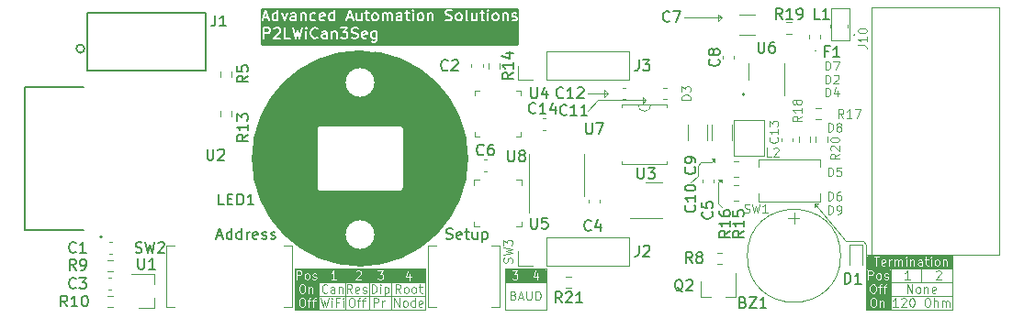
<source format=gto>
%TF.GenerationSoftware,KiCad,Pcbnew,(5.1.8)-1*%
%TF.CreationDate,2022-04-07T10:59:06+02:00*%
%TF.ProjectId,Hardware,48617264-7761-4726-952e-6b696361645f,rev?*%
%TF.SameCoordinates,Original*%
%TF.FileFunction,Legend,Top*%
%TF.FilePolarity,Positive*%
%FSLAX46Y46*%
G04 Gerber Fmt 4.6, Leading zero omitted, Abs format (unit mm)*
G04 Created by KiCad (PCBNEW (5.1.8)-1) date 2022-04-07 10:59:06*
%MOMM*%
%LPD*%
G01*
G04 APERTURE LIST*
%ADD10C,0.120000*%
%ADD11C,0.080000*%
%ADD12C,0.150000*%
%ADD13C,0.152400*%
%ADD14C,5.200000*%
%ADD15C,0.100000*%
%ADD16C,0.200000*%
%ADD17C,0.127000*%
%ADD18C,0.254000*%
%ADD19C,0.010000*%
%ADD20C,1.152400*%
%ADD21C,1.676400*%
%ADD22C,2.057400*%
%ADD23O,1.552400X1.852400*%
%ADD24C,2.652400*%
%ADD25C,3.152400*%
G04 APERTURE END LIST*
D10*
X64300238Y-122497857D02*
X64414523Y-122535952D01*
X64452619Y-122574047D01*
X64490714Y-122650238D01*
X64490714Y-122764523D01*
X64452619Y-122840714D01*
X64414523Y-122878809D01*
X64338333Y-122916904D01*
X64033571Y-122916904D01*
X64033571Y-122116904D01*
X64300238Y-122116904D01*
X64376428Y-122155000D01*
X64414523Y-122193095D01*
X64452619Y-122269285D01*
X64452619Y-122345476D01*
X64414523Y-122421666D01*
X64376428Y-122459761D01*
X64300238Y-122497857D01*
X64033571Y-122497857D01*
X64795476Y-122688333D02*
X65176428Y-122688333D01*
X64719285Y-122916904D02*
X64985952Y-122116904D01*
X65252619Y-122916904D01*
X65519285Y-122116904D02*
X65519285Y-122764523D01*
X65557380Y-122840714D01*
X65595476Y-122878809D01*
X65671666Y-122916904D01*
X65824047Y-122916904D01*
X65900238Y-122878809D01*
X65938333Y-122840714D01*
X65976428Y-122764523D01*
X65976428Y-122116904D01*
X66357380Y-122916904D02*
X66357380Y-122116904D01*
X66547857Y-122116904D01*
X66662142Y-122155000D01*
X66738333Y-122231190D01*
X66776428Y-122307380D01*
X66814523Y-122459761D01*
X66814523Y-122574047D01*
X66776428Y-122726428D01*
X66738333Y-122802619D01*
X66662142Y-122878809D01*
X66547857Y-122916904D01*
X66357380Y-122916904D01*
X65405000Y-120015000D02*
X65405000Y-121285000D01*
X63500000Y-121285000D02*
X67310000Y-121285000D01*
X63500000Y-123825000D02*
X63500000Y-120015000D01*
X67310000Y-123825000D02*
X63500000Y-123825000D01*
X67310000Y-120015000D02*
X67310000Y-123825000D01*
X63500000Y-120015000D02*
X67310000Y-120015000D01*
X49314166Y-122751904D02*
X49466547Y-122751904D01*
X49542738Y-122790000D01*
X49618928Y-122866190D01*
X49657023Y-123018571D01*
X49657023Y-123285238D01*
X49618928Y-123437619D01*
X49542738Y-123513809D01*
X49466547Y-123551904D01*
X49314166Y-123551904D01*
X49237976Y-123513809D01*
X49161785Y-123437619D01*
X49123690Y-123285238D01*
X49123690Y-123018571D01*
X49161785Y-122866190D01*
X49237976Y-122790000D01*
X49314166Y-122751904D01*
X49885595Y-123018571D02*
X50190357Y-123018571D01*
X49999880Y-123551904D02*
X49999880Y-122866190D01*
X50037976Y-122790000D01*
X50114166Y-122751904D01*
X50190357Y-122751904D01*
X50342738Y-123018571D02*
X50647500Y-123018571D01*
X50457023Y-123551904D02*
X50457023Y-122866190D01*
X50495119Y-122790000D01*
X50571309Y-122751904D01*
X50647500Y-122751904D01*
X49428452Y-122281904D02*
X49161785Y-121900952D01*
X48971309Y-122281904D02*
X48971309Y-121481904D01*
X49276071Y-121481904D01*
X49352261Y-121520000D01*
X49390357Y-121558095D01*
X49428452Y-121634285D01*
X49428452Y-121748571D01*
X49390357Y-121824761D01*
X49352261Y-121862857D01*
X49276071Y-121900952D01*
X48971309Y-121900952D01*
X50076071Y-122243809D02*
X49999880Y-122281904D01*
X49847500Y-122281904D01*
X49771309Y-122243809D01*
X49733214Y-122167619D01*
X49733214Y-121862857D01*
X49771309Y-121786666D01*
X49847500Y-121748571D01*
X49999880Y-121748571D01*
X50076071Y-121786666D01*
X50114166Y-121862857D01*
X50114166Y-121939047D01*
X49733214Y-122015238D01*
X50418928Y-122243809D02*
X50495119Y-122281904D01*
X50647500Y-122281904D01*
X50723690Y-122243809D01*
X50761785Y-122167619D01*
X50761785Y-122129523D01*
X50723690Y-122053333D01*
X50647500Y-122015238D01*
X50533214Y-122015238D01*
X50457023Y-121977142D01*
X50418928Y-121900952D01*
X50418928Y-121862857D01*
X50457023Y-121786666D01*
X50533214Y-121748571D01*
X50647500Y-121748571D01*
X50723690Y-121786666D01*
D11*
X53022500Y-120015000D02*
X53022500Y-123825000D01*
D10*
X100863333Y-121011904D02*
X100406190Y-121011904D01*
X100634761Y-121011904D02*
X100634761Y-120211904D01*
X100558571Y-120326190D01*
X100482380Y-120402380D01*
X100406190Y-120440476D01*
X103276428Y-120288095D02*
X103314523Y-120250000D01*
X103390714Y-120211904D01*
X103581190Y-120211904D01*
X103657380Y-120250000D01*
X103695476Y-120288095D01*
X103733571Y-120364285D01*
X103733571Y-120440476D01*
X103695476Y-120554761D01*
X103238333Y-121011904D01*
X103733571Y-121011904D01*
D11*
X101917500Y-120015000D02*
X101917500Y-121285000D01*
X96837500Y-121285000D02*
X104775000Y-121285000D01*
D10*
X96837500Y-118745000D02*
X96837500Y-120015000D01*
X104775000Y-118745000D02*
X96837500Y-118745000D01*
X104775000Y-120015000D02*
X104775000Y-118745000D01*
X92075000Y-114300000D02*
X92075000Y-113982500D01*
X92392500Y-113982500D02*
X92075000Y-114300000D01*
X92075000Y-113982500D02*
X92392500Y-113982500D01*
X94932500Y-117475000D02*
X92075000Y-113982500D01*
X96520000Y-117475000D02*
X94932500Y-117475000D01*
X96837500Y-117792500D02*
X96520000Y-117475000D01*
X96837500Y-118745000D02*
X96837500Y-117792500D01*
X100622261Y-122281904D02*
X100622261Y-121481904D01*
X101079404Y-122281904D01*
X101079404Y-121481904D01*
X101574642Y-122281904D02*
X101498452Y-122243809D01*
X101460357Y-122205714D01*
X101422261Y-122129523D01*
X101422261Y-121900952D01*
X101460357Y-121824761D01*
X101498452Y-121786666D01*
X101574642Y-121748571D01*
X101688928Y-121748571D01*
X101765119Y-121786666D01*
X101803214Y-121824761D01*
X101841309Y-121900952D01*
X101841309Y-122129523D01*
X101803214Y-122205714D01*
X101765119Y-122243809D01*
X101688928Y-122281904D01*
X101574642Y-122281904D01*
X102184166Y-121748571D02*
X102184166Y-122281904D01*
X102184166Y-121824761D02*
X102222261Y-121786666D01*
X102298452Y-121748571D01*
X102412738Y-121748571D01*
X102488928Y-121786666D01*
X102527023Y-121862857D01*
X102527023Y-122281904D01*
X103212738Y-122243809D02*
X103136547Y-122281904D01*
X102984166Y-122281904D01*
X102907976Y-122243809D01*
X102869880Y-122167619D01*
X102869880Y-121862857D01*
X102907976Y-121786666D01*
X102984166Y-121748571D01*
X103136547Y-121748571D01*
X103212738Y-121786666D01*
X103250833Y-121862857D01*
X103250833Y-121939047D01*
X102869880Y-122015238D01*
X99765119Y-123551904D02*
X99307976Y-123551904D01*
X99536547Y-123551904D02*
X99536547Y-122751904D01*
X99460357Y-122866190D01*
X99384166Y-122942380D01*
X99307976Y-122980476D01*
X100069880Y-122828095D02*
X100107976Y-122790000D01*
X100184166Y-122751904D01*
X100374642Y-122751904D01*
X100450833Y-122790000D01*
X100488928Y-122828095D01*
X100527023Y-122904285D01*
X100527023Y-122980476D01*
X100488928Y-123094761D01*
X100031785Y-123551904D01*
X100527023Y-123551904D01*
X101022261Y-122751904D02*
X101098452Y-122751904D01*
X101174642Y-122790000D01*
X101212738Y-122828095D01*
X101250833Y-122904285D01*
X101288928Y-123056666D01*
X101288928Y-123247142D01*
X101250833Y-123399523D01*
X101212738Y-123475714D01*
X101174642Y-123513809D01*
X101098452Y-123551904D01*
X101022261Y-123551904D01*
X100946071Y-123513809D01*
X100907976Y-123475714D01*
X100869880Y-123399523D01*
X100831785Y-123247142D01*
X100831785Y-123056666D01*
X100869880Y-122904285D01*
X100907976Y-122828095D01*
X100946071Y-122790000D01*
X101022261Y-122751904D01*
X102393690Y-122751904D02*
X102546071Y-122751904D01*
X102622261Y-122790000D01*
X102698452Y-122866190D01*
X102736547Y-123018571D01*
X102736547Y-123285238D01*
X102698452Y-123437619D01*
X102622261Y-123513809D01*
X102546071Y-123551904D01*
X102393690Y-123551904D01*
X102317500Y-123513809D01*
X102241309Y-123437619D01*
X102203214Y-123285238D01*
X102203214Y-123018571D01*
X102241309Y-122866190D01*
X102317500Y-122790000D01*
X102393690Y-122751904D01*
X103079404Y-123551904D02*
X103079404Y-122751904D01*
X103422261Y-123551904D02*
X103422261Y-123132857D01*
X103384166Y-123056666D01*
X103307976Y-123018571D01*
X103193690Y-123018571D01*
X103117500Y-123056666D01*
X103079404Y-123094761D01*
X103803214Y-123551904D02*
X103803214Y-123018571D01*
X103803214Y-123094761D02*
X103841309Y-123056666D01*
X103917500Y-123018571D01*
X104031785Y-123018571D01*
X104107976Y-123056666D01*
X104146071Y-123132857D01*
X104146071Y-123551904D01*
X104146071Y-123132857D02*
X104184166Y-123056666D01*
X104260357Y-123018571D01*
X104374642Y-123018571D01*
X104450833Y-123056666D01*
X104488928Y-123132857D01*
X104488928Y-123551904D01*
D11*
X96837500Y-122555000D02*
X104775000Y-122555000D01*
D10*
X104775000Y-120015000D02*
X104775000Y-123825000D01*
X96837500Y-123825000D02*
X96837500Y-120015000D01*
D11*
X99060000Y-120015000D02*
X99060000Y-123825000D01*
D10*
X104775000Y-123825000D02*
X96837500Y-123825000D01*
X96837500Y-120015000D02*
X104775000Y-120015000D01*
D11*
X44132500Y-122555000D02*
X56197500Y-122555000D01*
X44132500Y-121285000D02*
X56197500Y-121285000D01*
X50990500Y-120015000D02*
X50990500Y-123825000D01*
X48768000Y-120015000D02*
X48768000Y-123825000D01*
X46355000Y-120015000D02*
X46355000Y-123825000D01*
D10*
X44132500Y-123825000D02*
X44132500Y-120015000D01*
X56197500Y-123825000D02*
X44132500Y-123825000D01*
X56197500Y-120015000D02*
X56197500Y-123825000D01*
X44132500Y-120015000D02*
X56197500Y-120015000D01*
X51422357Y-123551904D02*
X51422357Y-122751904D01*
X51727119Y-122751904D01*
X51803309Y-122790000D01*
X51841404Y-122828095D01*
X51879500Y-122904285D01*
X51879500Y-123018571D01*
X51841404Y-123094761D01*
X51803309Y-123132857D01*
X51727119Y-123170952D01*
X51422357Y-123170952D01*
X52222357Y-123551904D02*
X52222357Y-123018571D01*
X52222357Y-123170952D02*
X52260452Y-123094761D01*
X52298547Y-123056666D01*
X52374738Y-123018571D01*
X52450928Y-123018571D01*
X51244595Y-122281904D02*
X51244595Y-121481904D01*
X51435071Y-121481904D01*
X51549357Y-121520000D01*
X51625547Y-121596190D01*
X51663642Y-121672380D01*
X51701738Y-121824761D01*
X51701738Y-121939047D01*
X51663642Y-122091428D01*
X51625547Y-122167619D01*
X51549357Y-122243809D01*
X51435071Y-122281904D01*
X51244595Y-122281904D01*
X52044595Y-122281904D02*
X52044595Y-121748571D01*
X52044595Y-121481904D02*
X52006500Y-121520000D01*
X52044595Y-121558095D01*
X52082690Y-121520000D01*
X52044595Y-121481904D01*
X52044595Y-121558095D01*
X52425547Y-121748571D02*
X52425547Y-122548571D01*
X52425547Y-121786666D02*
X52501738Y-121748571D01*
X52654119Y-121748571D01*
X52730309Y-121786666D01*
X52768404Y-121824761D01*
X52806500Y-121900952D01*
X52806500Y-122129523D01*
X52768404Y-122205714D01*
X52730309Y-122243809D01*
X52654119Y-122281904D01*
X52501738Y-122281904D01*
X52425547Y-122243809D01*
X53905238Y-122281904D02*
X53638571Y-121900952D01*
X53448095Y-122281904D02*
X53448095Y-121481904D01*
X53752857Y-121481904D01*
X53829047Y-121520000D01*
X53867142Y-121558095D01*
X53905238Y-121634285D01*
X53905238Y-121748571D01*
X53867142Y-121824761D01*
X53829047Y-121862857D01*
X53752857Y-121900952D01*
X53448095Y-121900952D01*
X54362380Y-122281904D02*
X54286190Y-122243809D01*
X54248095Y-122205714D01*
X54210000Y-122129523D01*
X54210000Y-121900952D01*
X54248095Y-121824761D01*
X54286190Y-121786666D01*
X54362380Y-121748571D01*
X54476666Y-121748571D01*
X54552857Y-121786666D01*
X54590952Y-121824761D01*
X54629047Y-121900952D01*
X54629047Y-122129523D01*
X54590952Y-122205714D01*
X54552857Y-122243809D01*
X54476666Y-122281904D01*
X54362380Y-122281904D01*
X55086190Y-122281904D02*
X55010000Y-122243809D01*
X54971904Y-122205714D01*
X54933809Y-122129523D01*
X54933809Y-121900952D01*
X54971904Y-121824761D01*
X55010000Y-121786666D01*
X55086190Y-121748571D01*
X55200476Y-121748571D01*
X55276666Y-121786666D01*
X55314761Y-121824761D01*
X55352857Y-121900952D01*
X55352857Y-122129523D01*
X55314761Y-122205714D01*
X55276666Y-122243809D01*
X55200476Y-122281904D01*
X55086190Y-122281904D01*
X55581428Y-121748571D02*
X55886190Y-121748571D01*
X55695714Y-121481904D02*
X55695714Y-122167619D01*
X55733809Y-122243809D01*
X55810000Y-122281904D01*
X55886190Y-122281904D01*
X53314761Y-123551904D02*
X53314761Y-122751904D01*
X53771904Y-123551904D01*
X53771904Y-122751904D01*
X54267142Y-123551904D02*
X54190952Y-123513809D01*
X54152857Y-123475714D01*
X54114761Y-123399523D01*
X54114761Y-123170952D01*
X54152857Y-123094761D01*
X54190952Y-123056666D01*
X54267142Y-123018571D01*
X54381428Y-123018571D01*
X54457619Y-123056666D01*
X54495714Y-123094761D01*
X54533809Y-123170952D01*
X54533809Y-123399523D01*
X54495714Y-123475714D01*
X54457619Y-123513809D01*
X54381428Y-123551904D01*
X54267142Y-123551904D01*
X55219523Y-123551904D02*
X55219523Y-122751904D01*
X55219523Y-123513809D02*
X55143333Y-123551904D01*
X54990952Y-123551904D01*
X54914761Y-123513809D01*
X54876666Y-123475714D01*
X54838571Y-123399523D01*
X54838571Y-123170952D01*
X54876666Y-123094761D01*
X54914761Y-123056666D01*
X54990952Y-123018571D01*
X55143333Y-123018571D01*
X55219523Y-123056666D01*
X55905238Y-123513809D02*
X55829047Y-123551904D01*
X55676666Y-123551904D01*
X55600476Y-123513809D01*
X55562380Y-123437619D01*
X55562380Y-123132857D01*
X55600476Y-123056666D01*
X55676666Y-123018571D01*
X55829047Y-123018571D01*
X55905238Y-123056666D01*
X55943333Y-123132857D01*
X55943333Y-123209047D01*
X55562380Y-123285238D01*
X46558333Y-122751904D02*
X46748809Y-123551904D01*
X46901190Y-122980476D01*
X47053571Y-123551904D01*
X47244047Y-122751904D01*
X47548809Y-123551904D02*
X47548809Y-123018571D01*
X47548809Y-122751904D02*
X47510714Y-122790000D01*
X47548809Y-122828095D01*
X47586904Y-122790000D01*
X47548809Y-122751904D01*
X47548809Y-122828095D01*
X48196428Y-123132857D02*
X47929761Y-123132857D01*
X47929761Y-123551904D02*
X47929761Y-122751904D01*
X48310714Y-122751904D01*
X48615476Y-123551904D02*
X48615476Y-123018571D01*
X48615476Y-122751904D02*
X48577380Y-122790000D01*
X48615476Y-122828095D01*
X48653571Y-122790000D01*
X48615476Y-122751904D01*
X48615476Y-122828095D01*
X47148809Y-122205714D02*
X47110714Y-122243809D01*
X46996428Y-122281904D01*
X46920238Y-122281904D01*
X46805952Y-122243809D01*
X46729761Y-122167619D01*
X46691666Y-122091428D01*
X46653571Y-121939047D01*
X46653571Y-121824761D01*
X46691666Y-121672380D01*
X46729761Y-121596190D01*
X46805952Y-121520000D01*
X46920238Y-121481904D01*
X46996428Y-121481904D01*
X47110714Y-121520000D01*
X47148809Y-121558095D01*
X47834523Y-122281904D02*
X47834523Y-121862857D01*
X47796428Y-121786666D01*
X47720238Y-121748571D01*
X47567857Y-121748571D01*
X47491666Y-121786666D01*
X47834523Y-122243809D02*
X47758333Y-122281904D01*
X47567857Y-122281904D01*
X47491666Y-122243809D01*
X47453571Y-122167619D01*
X47453571Y-122091428D01*
X47491666Y-122015238D01*
X47567857Y-121977142D01*
X47758333Y-121977142D01*
X47834523Y-121939047D01*
X48215476Y-121748571D02*
X48215476Y-122281904D01*
X48215476Y-121824761D02*
X48253571Y-121786666D01*
X48329761Y-121748571D01*
X48444047Y-121748571D01*
X48520238Y-121786666D01*
X48558333Y-121862857D01*
X48558333Y-122281904D01*
D12*
X58102738Y-117244761D02*
X58245595Y-117292380D01*
X58483690Y-117292380D01*
X58578928Y-117244761D01*
X58626547Y-117197142D01*
X58674166Y-117101904D01*
X58674166Y-117006666D01*
X58626547Y-116911428D01*
X58578928Y-116863809D01*
X58483690Y-116816190D01*
X58293214Y-116768571D01*
X58197976Y-116720952D01*
X58150357Y-116673333D01*
X58102738Y-116578095D01*
X58102738Y-116482857D01*
X58150357Y-116387619D01*
X58197976Y-116340000D01*
X58293214Y-116292380D01*
X58531309Y-116292380D01*
X58674166Y-116340000D01*
X59483690Y-117244761D02*
X59388452Y-117292380D01*
X59197976Y-117292380D01*
X59102738Y-117244761D01*
X59055119Y-117149523D01*
X59055119Y-116768571D01*
X59102738Y-116673333D01*
X59197976Y-116625714D01*
X59388452Y-116625714D01*
X59483690Y-116673333D01*
X59531309Y-116768571D01*
X59531309Y-116863809D01*
X59055119Y-116959047D01*
X59817023Y-116625714D02*
X60197976Y-116625714D01*
X59959880Y-116292380D02*
X59959880Y-117149523D01*
X60007500Y-117244761D01*
X60102738Y-117292380D01*
X60197976Y-117292380D01*
X60959880Y-116625714D02*
X60959880Y-117292380D01*
X60531309Y-116625714D02*
X60531309Y-117149523D01*
X60578928Y-117244761D01*
X60674166Y-117292380D01*
X60817023Y-117292380D01*
X60912261Y-117244761D01*
X60959880Y-117197142D01*
X61436071Y-116625714D02*
X61436071Y-117625714D01*
X61436071Y-116673333D02*
X61531309Y-116625714D01*
X61721785Y-116625714D01*
X61817023Y-116673333D01*
X61864642Y-116720952D01*
X61912261Y-116816190D01*
X61912261Y-117101904D01*
X61864642Y-117197142D01*
X61817023Y-117244761D01*
X61721785Y-117292380D01*
X61531309Y-117292380D01*
X61436071Y-117244761D01*
X36997023Y-117006666D02*
X37473214Y-117006666D01*
X36901785Y-117292380D02*
X37235119Y-116292380D01*
X37568452Y-117292380D01*
X38330357Y-117292380D02*
X38330357Y-116292380D01*
X38330357Y-117244761D02*
X38235119Y-117292380D01*
X38044642Y-117292380D01*
X37949404Y-117244761D01*
X37901785Y-117197142D01*
X37854166Y-117101904D01*
X37854166Y-116816190D01*
X37901785Y-116720952D01*
X37949404Y-116673333D01*
X38044642Y-116625714D01*
X38235119Y-116625714D01*
X38330357Y-116673333D01*
X39235119Y-117292380D02*
X39235119Y-116292380D01*
X39235119Y-117244761D02*
X39139880Y-117292380D01*
X38949404Y-117292380D01*
X38854166Y-117244761D01*
X38806547Y-117197142D01*
X38758928Y-117101904D01*
X38758928Y-116816190D01*
X38806547Y-116720952D01*
X38854166Y-116673333D01*
X38949404Y-116625714D01*
X39139880Y-116625714D01*
X39235119Y-116673333D01*
X39711309Y-117292380D02*
X39711309Y-116625714D01*
X39711309Y-116816190D02*
X39758928Y-116720952D01*
X39806547Y-116673333D01*
X39901785Y-116625714D01*
X39997023Y-116625714D01*
X40711309Y-117244761D02*
X40616071Y-117292380D01*
X40425595Y-117292380D01*
X40330357Y-117244761D01*
X40282738Y-117149523D01*
X40282738Y-116768571D01*
X40330357Y-116673333D01*
X40425595Y-116625714D01*
X40616071Y-116625714D01*
X40711309Y-116673333D01*
X40758928Y-116768571D01*
X40758928Y-116863809D01*
X40282738Y-116959047D01*
X41139880Y-117244761D02*
X41235119Y-117292380D01*
X41425595Y-117292380D01*
X41520833Y-117244761D01*
X41568452Y-117149523D01*
X41568452Y-117101904D01*
X41520833Y-117006666D01*
X41425595Y-116959047D01*
X41282738Y-116959047D01*
X41187500Y-116911428D01*
X41139880Y-116816190D01*
X41139880Y-116768571D01*
X41187500Y-116673333D01*
X41282738Y-116625714D01*
X41425595Y-116625714D01*
X41520833Y-116673333D01*
X41949404Y-117244761D02*
X42044642Y-117292380D01*
X42235119Y-117292380D01*
X42330357Y-117244761D01*
X42377976Y-117149523D01*
X42377976Y-117101904D01*
X42330357Y-117006666D01*
X42235119Y-116959047D01*
X42092261Y-116959047D01*
X41997023Y-116911428D01*
X41949404Y-116816190D01*
X41949404Y-116768571D01*
X41997023Y-116673333D01*
X42092261Y-116625714D01*
X42235119Y-116625714D01*
X42330357Y-116673333D01*
D10*
X83185000Y-111760000D02*
X83502500Y-111760000D01*
X83502500Y-112077500D02*
X83185000Y-111760000D01*
X83502500Y-111760000D02*
X83502500Y-112077500D01*
X83185000Y-112077500D02*
X83502500Y-111760000D01*
X83185000Y-113982500D02*
X83185000Y-112077500D01*
X83502500Y-114300000D02*
X83185000Y-113982500D01*
X82550000Y-109855000D02*
X82867500Y-109855000D01*
X82867500Y-110172500D02*
X82550000Y-109855000D01*
X82867500Y-109855000D02*
X82867500Y-110172500D01*
X82550000Y-110172500D02*
X82867500Y-109855000D01*
X81597500Y-110172500D02*
X82550000Y-110172500D01*
X81280000Y-110490000D02*
X81597500Y-110172500D01*
X81280000Y-111442500D02*
X81280000Y-110490000D01*
X80645000Y-112077500D02*
X81280000Y-111442500D01*
X76200000Y-104775000D02*
X76517500Y-104457500D01*
X76200000Y-104140000D02*
X76200000Y-104775000D01*
X76517500Y-104457500D02*
X76200000Y-104140000D01*
X76200000Y-104457500D02*
X76517500Y-104457500D01*
X72072500Y-104457500D02*
X76200000Y-104457500D01*
X71120000Y-105410000D02*
X72072500Y-104457500D01*
X72707500Y-104140000D02*
X73025000Y-103822500D01*
X72707500Y-103505000D02*
X72707500Y-104140000D01*
X73025000Y-103822500D02*
X72707500Y-103505000D01*
X71120000Y-103822500D02*
X73025000Y-103822500D01*
X83185000Y-97155000D02*
X83502500Y-96837500D01*
X83185000Y-96520000D02*
X83185000Y-97155000D01*
X83502500Y-96837500D02*
X83185000Y-96520000D01*
X80010000Y-96837500D02*
X83502500Y-96837500D01*
%TO.C,U3*%
X76517500Y-112096000D02*
X78017500Y-112096000D01*
X75017500Y-115316000D02*
X78017500Y-115316000D01*
%TO.C,U6*%
X89240000Y-104052500D02*
X89240000Y-101052500D01*
X86020000Y-102552500D02*
X86020000Y-101052500D01*
%TO.C,U5*%
X60693300Y-116154200D02*
X61155260Y-116154200D01*
X65036700Y-116154200D02*
X65036700Y-115692240D01*
X65036700Y-111810800D02*
X64574740Y-111810800D01*
X60693300Y-111810800D02*
X60693300Y-112272760D01*
X60693300Y-115692240D02*
X60693300Y-116154200D01*
X64574740Y-116154200D02*
X65036700Y-116154200D01*
X65036700Y-112272760D02*
X65036700Y-111810800D01*
X61155260Y-111810800D02*
X60693300Y-111810800D01*
%TO.C,U8*%
X70822500Y-111377500D02*
X70822500Y-109427500D01*
X70822500Y-111377500D02*
X70822500Y-113327500D01*
X65702500Y-111377500D02*
X65702500Y-109427500D01*
X65702500Y-111377500D02*
X65702500Y-114827500D01*
%TO.C,C14*%
X66991920Y-106170000D02*
X67273080Y-106170000D01*
X66991920Y-107190000D02*
X67273080Y-107190000D01*
%TO.C,R21*%
X69642258Y-121807500D02*
X69167742Y-121807500D01*
X69642258Y-120762500D02*
X69167742Y-120762500D01*
D13*
%TO.C,J1*%
X25019000Y-101688900D02*
X35928300Y-101688900D01*
X35941000Y-101688900D02*
X35941000Y-96431100D01*
X35941000Y-96431100D02*
X25019000Y-96431100D01*
X25019000Y-96431100D02*
X25019000Y-101688900D01*
X24765000Y-99695000D02*
G75*
G03*
X24765000Y-99695000I-381000J0D01*
G01*
D10*
%TO.C,BZ1*%
X94470000Y-118840000D02*
G75*
G03*
X94470000Y-118840000I-4300000J0D01*
G01*
X90170000Y-114824000D02*
X90170000Y-115840000D01*
X89654000Y-115340000D02*
X90670000Y-115340000D01*
%TO.C,J10*%
X97283000Y-118706900D02*
X109060000Y-118706900D01*
X97283000Y-95923100D02*
X97283000Y-118706900D01*
X109060000Y-95923100D02*
X97283000Y-95923100D01*
X109060000Y-118706900D02*
X109060000Y-95923100D01*
%TO.C,R16*%
X84585436Y-111542500D02*
X85039564Y-111542500D01*
X84585436Y-110072500D02*
X85039564Y-110072500D01*
%TO.C,R15*%
X85039564Y-112295000D02*
X84585436Y-112295000D01*
X85039564Y-113765000D02*
X84585436Y-113765000D01*
%TO.C,J3*%
X64710000Y-102612500D02*
X64710000Y-101282500D01*
X66040000Y-102612500D02*
X64710000Y-102612500D01*
X67310000Y-102612500D02*
X67310000Y-99952500D01*
X67310000Y-99952500D02*
X74990000Y-99952500D01*
X67310000Y-102612500D02*
X74990000Y-102612500D01*
X74990000Y-102612500D02*
X74990000Y-99952500D01*
%TO.C,J2*%
X64710000Y-119757500D02*
X64710000Y-118427500D01*
X66040000Y-119757500D02*
X64710000Y-119757500D01*
X67310000Y-119757500D02*
X67310000Y-117097500D01*
X67310000Y-117097500D02*
X74990000Y-117097500D01*
X67310000Y-119757500D02*
X74990000Y-119757500D01*
X74990000Y-119757500D02*
X74990000Y-117097500D01*
D14*
%TO.C,LED1*%
X57565000Y-109840000D02*
G75*
G03*
X57565000Y-109840000I-7400000J0D01*
G01*
D15*
G36*
X46165000Y-112840000D02*
G01*
X54165000Y-112840000D01*
X54165000Y-114840000D01*
X46165000Y-114840000D01*
X46165000Y-112840000D01*
G37*
X46165000Y-112840000D02*
X54165000Y-112840000D01*
X54165000Y-114840000D01*
X46165000Y-114840000D01*
X46165000Y-112840000D01*
G36*
X46165000Y-104840000D02*
G01*
X54165000Y-104840000D01*
X54165000Y-106840000D01*
X46165000Y-106840000D01*
X46165000Y-104840000D01*
G37*
X46165000Y-104840000D02*
X54165000Y-104840000D01*
X54165000Y-106840000D01*
X46165000Y-106840000D01*
X46165000Y-104840000D01*
G36*
X54165000Y-106840000D02*
G01*
X55465000Y-106840000D01*
X55465000Y-112840000D01*
X54165000Y-112840000D01*
X54165000Y-106840000D01*
G37*
X54165000Y-106840000D02*
X55465000Y-106840000D01*
X55465000Y-112840000D01*
X54165000Y-112840000D01*
X54165000Y-106840000D01*
G36*
X44965000Y-106840000D02*
G01*
X46165000Y-106840000D01*
X46165000Y-112840000D01*
X44965000Y-112840000D01*
X44965000Y-106840000D01*
G37*
X44965000Y-106840000D02*
X46165000Y-106840000D01*
X46165000Y-112840000D01*
X44965000Y-112840000D01*
X44965000Y-106840000D01*
D10*
%TO.C,U7*%
X78473300Y-105153460D02*
X78473300Y-104876600D01*
X74307700Y-110111540D02*
X74307700Y-110388400D01*
X74307700Y-104876600D02*
X74307700Y-105153460D01*
X78473300Y-104876600D02*
X74307700Y-104876600D01*
X78473300Y-110388400D02*
X78473300Y-110111540D01*
X74307700Y-110388400D02*
X78473300Y-110388400D01*
X76990500Y-104882500D02*
G75*
G02*
X75790500Y-104882500I-600000J0D01*
G01*
%TO.C,SW1*%
X92603600Y-110639860D02*
X92603600Y-109915300D01*
X86939400Y-113104140D02*
X86939400Y-113828700D01*
X86939400Y-109915300D02*
X86939400Y-110639860D01*
X92603600Y-109915300D02*
X86939400Y-109915300D01*
X92603600Y-113828700D02*
X92603600Y-113104140D01*
X86939400Y-113828700D02*
X92603600Y-113828700D01*
%TO.C,SW3*%
X57172860Y-117898900D02*
X56448300Y-117898900D01*
X62287140Y-123563100D02*
X63011700Y-123563100D01*
X56448300Y-123563100D02*
X57172860Y-123563100D01*
X56448300Y-117898900D02*
X56448300Y-123563100D01*
X63011700Y-117898900D02*
X62287140Y-117898900D01*
X63011700Y-123563100D02*
X63011700Y-117898900D01*
%TO.C,C12*%
X74357920Y-104332500D02*
X74639080Y-104332500D01*
X74357920Y-103312500D02*
X74639080Y-103312500D01*
%TO.C,C11*%
X78423080Y-103312500D02*
X78141920Y-103312500D01*
X78423080Y-104332500D02*
X78141920Y-104332500D01*
%TO.C,C10*%
X82592500Y-108138752D02*
X82592500Y-106716248D01*
X84412500Y-108138752D02*
X84412500Y-106716248D01*
%TO.C,C6*%
X61849580Y-109980000D02*
X61568420Y-109980000D01*
X61849580Y-111000000D02*
X61568420Y-111000000D01*
%TO.C,SW2*%
X43881700Y-123563100D02*
X43881700Y-117898900D01*
X43881700Y-117898900D02*
X43157140Y-117898900D01*
X32318300Y-117898900D02*
X32318300Y-123563100D01*
X32318300Y-123563100D02*
X33042860Y-123563100D01*
X43157140Y-123563100D02*
X43881700Y-123563100D01*
X33042860Y-117898900D02*
X32318300Y-117898900D01*
%TO.C,U1*%
X31224000Y-123693000D02*
X29764000Y-123693000D01*
X31224000Y-120533000D02*
X29064000Y-120533000D01*
X31224000Y-120533000D02*
X31224000Y-121463000D01*
X31224000Y-123693000D02*
X31224000Y-122763000D01*
%TO.C,R10*%
X27351258Y-122540500D02*
X26876742Y-122540500D01*
X27351258Y-123585500D02*
X26876742Y-123585500D01*
%TO.C,R5*%
X38305000Y-102282258D02*
X38305000Y-101807742D01*
X37260000Y-102282258D02*
X37260000Y-101807742D01*
%TO.C,R13*%
X38305000Y-105490242D02*
X38305000Y-105964758D01*
X37260000Y-105490242D02*
X37260000Y-105964758D01*
%TO.C,C5*%
X82742500Y-111759420D02*
X82742500Y-112040580D01*
X81722500Y-111759420D02*
X81722500Y-112040580D01*
%TO.C,C4*%
X71245000Y-113945580D02*
X71245000Y-113664420D01*
X72265000Y-113945580D02*
X72265000Y-113664420D01*
%TO.C,L1*%
X95808700Y-98450300D02*
G75*
G03*
X95808700Y-98450300I-76200J0D01*
G01*
X95158000Y-97787460D02*
X95158000Y-97513140D01*
X93507000Y-97513140D02*
X93507000Y-97787460D01*
X95332500Y-98950300D02*
X93632500Y-98950300D01*
X93632500Y-98950300D02*
X93632500Y-96000300D01*
X93632500Y-96000300D02*
X95332500Y-96000300D01*
X95332500Y-96000300D02*
X95332500Y-98950300D01*
%TO.C,F1*%
X92585000Y-98427221D02*
X92585000Y-98752779D01*
X91565000Y-98427221D02*
X91565000Y-98752779D01*
D16*
%TO.C,D3*%
X85629500Y-103922500D02*
G75*
G03*
X85629500Y-103922500I-100000J0D01*
G01*
D10*
%TO.C,U4*%
X60731400Y-107861100D02*
X61155260Y-107861100D01*
X64998600Y-107861100D02*
X64998600Y-107437240D01*
X64998600Y-103593900D02*
X64574740Y-103593900D01*
X60731400Y-103593900D02*
X60731400Y-104017760D01*
X60731400Y-107437240D02*
X60731400Y-107861100D01*
X64574740Y-107861100D02*
X64998600Y-107861100D01*
X64998600Y-104017760D02*
X64998600Y-103593900D01*
X61155260Y-103593900D02*
X60731400Y-103593900D01*
D16*
%TO.C,U2*%
X26386500Y-117105000D02*
G75*
G03*
X26386500Y-117105000I-100000J0D01*
G01*
D17*
X19286500Y-116455000D02*
X19286500Y-103255000D01*
X24666500Y-116455000D02*
X19286500Y-116455000D01*
X19286500Y-103255000D02*
X24666500Y-103255000D01*
D10*
%TO.C,R20*%
X93232500Y-107839242D02*
X93232500Y-108313758D01*
X92187500Y-107839242D02*
X92187500Y-108313758D01*
%TO.C,R19*%
X89487742Y-97267500D02*
X89962258Y-97267500D01*
X89487742Y-98312500D02*
X89962258Y-98312500D01*
%TO.C,R18*%
X90600000Y-108314758D02*
X90600000Y-107840242D01*
X91645000Y-108314758D02*
X91645000Y-107840242D01*
%TO.C,R17*%
X92155242Y-105205000D02*
X92629758Y-105205000D01*
X92155242Y-106250000D02*
X92629758Y-106250000D01*
%TO.C,R14*%
X62025000Y-101520258D02*
X62025000Y-101045742D01*
X63070000Y-101520258D02*
X63070000Y-101045742D01*
%TO.C,R9*%
X27351258Y-120283500D02*
X26876742Y-120283500D01*
X27351258Y-119238500D02*
X26876742Y-119238500D01*
%TO.C,R8*%
X83075242Y-118540000D02*
X83549758Y-118540000D01*
X83075242Y-119585000D02*
X83549758Y-119585000D01*
%TO.C,Q2*%
X81605000Y-122632500D02*
X82535000Y-122632500D01*
X84765000Y-122632500D02*
X83835000Y-122632500D01*
X84765000Y-122632500D02*
X84765000Y-120472500D01*
X81605000Y-122632500D02*
X81605000Y-121172500D01*
%TO.C,L2*%
X87442500Y-106327500D02*
X87442500Y-109627500D01*
X87442500Y-109627500D02*
X84642500Y-109627500D01*
X84642500Y-109627500D02*
X84642500Y-106327500D01*
X84642500Y-106327500D02*
X87442500Y-106327500D01*
D16*
%TO.C,D2*%
X92275000Y-99827000D02*
G75*
G03*
X92275000Y-99827000I-100000J0D01*
G01*
D10*
%TO.C,D1*%
X96485000Y-117847500D02*
X95285000Y-117847500D01*
X96485000Y-119697500D02*
X96485000Y-117847500D01*
X95285000Y-119697500D02*
X95285000Y-117847500D01*
%TO.C,C13*%
X90045000Y-107949420D02*
X90045000Y-108230580D01*
X89025000Y-107949420D02*
X89025000Y-108230580D01*
%TO.C,C9*%
X82190000Y-108138752D02*
X82190000Y-106716248D01*
X80370000Y-108138752D02*
X80370000Y-106716248D01*
%TO.C,C8*%
X84647500Y-100366920D02*
X84647500Y-100648080D01*
X83627500Y-100366920D02*
X83627500Y-100648080D01*
%TO.C,C7*%
X86548752Y-96562500D02*
X85126248Y-96562500D01*
X86548752Y-98382500D02*
X85126248Y-98382500D01*
%TO.C,C3*%
X26923420Y-120902000D02*
X27204580Y-120902000D01*
X26923420Y-121922000D02*
X27204580Y-121922000D01*
%TO.C,C2*%
X60450000Y-101423080D02*
X60450000Y-101141920D01*
X61470000Y-101423080D02*
X61470000Y-101141920D01*
%TO.C,C1*%
X27305580Y-118620000D02*
X27024420Y-118620000D01*
X27305580Y-117600000D02*
X27024420Y-117600000D01*
%TO.C,U3*%
D12*
X75755595Y-110708380D02*
X75755595Y-111517904D01*
X75803214Y-111613142D01*
X75850833Y-111660761D01*
X75946071Y-111708380D01*
X76136547Y-111708380D01*
X76231785Y-111660761D01*
X76279404Y-111613142D01*
X76327023Y-111517904D01*
X76327023Y-110708380D01*
X76707976Y-110708380D02*
X77327023Y-110708380D01*
X76993690Y-111089333D01*
X77136547Y-111089333D01*
X77231785Y-111136952D01*
X77279404Y-111184571D01*
X77327023Y-111279809D01*
X77327023Y-111517904D01*
X77279404Y-111613142D01*
X77231785Y-111660761D01*
X77136547Y-111708380D01*
X76850833Y-111708380D01*
X76755595Y-111660761D01*
X76707976Y-111613142D01*
%TO.C,U6*%
X86868095Y-99083880D02*
X86868095Y-99893404D01*
X86915714Y-99988642D01*
X86963333Y-100036261D01*
X87058571Y-100083880D01*
X87249047Y-100083880D01*
X87344285Y-100036261D01*
X87391904Y-99988642D01*
X87439523Y-99893404D01*
X87439523Y-99083880D01*
X88344285Y-99083880D02*
X88153809Y-99083880D01*
X88058571Y-99131500D01*
X88010952Y-99179119D01*
X87915714Y-99321976D01*
X87868095Y-99512452D01*
X87868095Y-99893404D01*
X87915714Y-99988642D01*
X87963333Y-100036261D01*
X88058571Y-100083880D01*
X88249047Y-100083880D01*
X88344285Y-100036261D01*
X88391904Y-99988642D01*
X88439523Y-99893404D01*
X88439523Y-99655309D01*
X88391904Y-99560071D01*
X88344285Y-99512452D01*
X88249047Y-99464833D01*
X88058571Y-99464833D01*
X87963333Y-99512452D01*
X87915714Y-99560071D01*
X87868095Y-99655309D01*
%TO.C,U5*%
X65913095Y-115339880D02*
X65913095Y-116149404D01*
X65960714Y-116244642D01*
X66008333Y-116292261D01*
X66103571Y-116339880D01*
X66294047Y-116339880D01*
X66389285Y-116292261D01*
X66436904Y-116244642D01*
X66484523Y-116149404D01*
X66484523Y-115339880D01*
X67436904Y-115339880D02*
X66960714Y-115339880D01*
X66913095Y-115816071D01*
X66960714Y-115768452D01*
X67055952Y-115720833D01*
X67294047Y-115720833D01*
X67389285Y-115768452D01*
X67436904Y-115816071D01*
X67484523Y-115911309D01*
X67484523Y-116149404D01*
X67436904Y-116244642D01*
X67389285Y-116292261D01*
X67294047Y-116339880D01*
X67055952Y-116339880D01*
X66960714Y-116292261D01*
X66913095Y-116244642D01*
%TO.C,U8*%
X63817595Y-109116880D02*
X63817595Y-109926404D01*
X63865214Y-110021642D01*
X63912833Y-110069261D01*
X64008071Y-110116880D01*
X64198547Y-110116880D01*
X64293785Y-110069261D01*
X64341404Y-110021642D01*
X64389023Y-109926404D01*
X64389023Y-109116880D01*
X65008071Y-109545452D02*
X64912833Y-109497833D01*
X64865214Y-109450214D01*
X64817595Y-109354976D01*
X64817595Y-109307357D01*
X64865214Y-109212119D01*
X64912833Y-109164500D01*
X65008071Y-109116880D01*
X65198547Y-109116880D01*
X65293785Y-109164500D01*
X65341404Y-109212119D01*
X65389023Y-109307357D01*
X65389023Y-109354976D01*
X65341404Y-109450214D01*
X65293785Y-109497833D01*
X65198547Y-109545452D01*
X65008071Y-109545452D01*
X64912833Y-109593071D01*
X64865214Y-109640690D01*
X64817595Y-109735928D01*
X64817595Y-109926404D01*
X64865214Y-110021642D01*
X64912833Y-110069261D01*
X65008071Y-110116880D01*
X65198547Y-110116880D01*
X65293785Y-110069261D01*
X65341404Y-110021642D01*
X65389023Y-109926404D01*
X65389023Y-109735928D01*
X65341404Y-109640690D01*
X65293785Y-109593071D01*
X65198547Y-109545452D01*
%TO.C,C14*%
X66349642Y-105607142D02*
X66302023Y-105654761D01*
X66159166Y-105702380D01*
X66063928Y-105702380D01*
X65921071Y-105654761D01*
X65825833Y-105559523D01*
X65778214Y-105464285D01*
X65730595Y-105273809D01*
X65730595Y-105130952D01*
X65778214Y-104940476D01*
X65825833Y-104845238D01*
X65921071Y-104750000D01*
X66063928Y-104702380D01*
X66159166Y-104702380D01*
X66302023Y-104750000D01*
X66349642Y-104797619D01*
X67302023Y-105702380D02*
X66730595Y-105702380D01*
X67016309Y-105702380D02*
X67016309Y-104702380D01*
X66921071Y-104845238D01*
X66825833Y-104940476D01*
X66730595Y-104988095D01*
X68159166Y-105035714D02*
X68159166Y-105702380D01*
X67921071Y-104654761D02*
X67682976Y-105369047D01*
X68302023Y-105369047D01*
%TO.C,R21*%
X68762142Y-123167380D02*
X68428809Y-122691190D01*
X68190714Y-123167380D02*
X68190714Y-122167380D01*
X68571666Y-122167380D01*
X68666904Y-122215000D01*
X68714523Y-122262619D01*
X68762142Y-122357857D01*
X68762142Y-122500714D01*
X68714523Y-122595952D01*
X68666904Y-122643571D01*
X68571666Y-122691190D01*
X68190714Y-122691190D01*
X69143095Y-122262619D02*
X69190714Y-122215000D01*
X69285952Y-122167380D01*
X69524047Y-122167380D01*
X69619285Y-122215000D01*
X69666904Y-122262619D01*
X69714523Y-122357857D01*
X69714523Y-122453095D01*
X69666904Y-122595952D01*
X69095476Y-123167380D01*
X69714523Y-123167380D01*
X70666904Y-123167380D02*
X70095476Y-123167380D01*
X70381190Y-123167380D02*
X70381190Y-122167380D01*
X70285952Y-122310238D01*
X70190714Y-122405476D01*
X70095476Y-122453095D01*
%TO.C,J1*%
X36814166Y-96607380D02*
X36814166Y-97321666D01*
X36766547Y-97464523D01*
X36671309Y-97559761D01*
X36528452Y-97607380D01*
X36433214Y-97607380D01*
X37814166Y-97607380D02*
X37242738Y-97607380D01*
X37528452Y-97607380D02*
X37528452Y-96607380D01*
X37433214Y-96750238D01*
X37337976Y-96845476D01*
X37242738Y-96893095D01*
%TO.C,BZ1*%
X85479047Y-123118571D02*
X85621904Y-123166190D01*
X85669523Y-123213809D01*
X85717142Y-123309047D01*
X85717142Y-123451904D01*
X85669523Y-123547142D01*
X85621904Y-123594761D01*
X85526666Y-123642380D01*
X85145714Y-123642380D01*
X85145714Y-122642380D01*
X85479047Y-122642380D01*
X85574285Y-122690000D01*
X85621904Y-122737619D01*
X85669523Y-122832857D01*
X85669523Y-122928095D01*
X85621904Y-123023333D01*
X85574285Y-123070952D01*
X85479047Y-123118571D01*
X85145714Y-123118571D01*
X86050476Y-122642380D02*
X86717142Y-122642380D01*
X86050476Y-123642380D01*
X86717142Y-123642380D01*
X87621904Y-123642380D02*
X87050476Y-123642380D01*
X87336190Y-123642380D02*
X87336190Y-122642380D01*
X87240952Y-122785238D01*
X87145714Y-122880476D01*
X87050476Y-122928095D01*
%TO.C,J10*%
D10*
X96081904Y-99390119D02*
X96653333Y-99390119D01*
X96767619Y-99428214D01*
X96843809Y-99504404D01*
X96881904Y-99618690D01*
X96881904Y-99694880D01*
X96881904Y-98590119D02*
X96881904Y-99047261D01*
X96881904Y-98818690D02*
X96081904Y-98818690D01*
X96196190Y-98894880D01*
X96272380Y-98971071D01*
X96310476Y-99047261D01*
X96081904Y-98094880D02*
X96081904Y-98018690D01*
X96120000Y-97942500D01*
X96158095Y-97904404D01*
X96234285Y-97866309D01*
X96386666Y-97828214D01*
X96577142Y-97828214D01*
X96729523Y-97866309D01*
X96805714Y-97904404D01*
X96843809Y-97942500D01*
X96881904Y-98018690D01*
X96881904Y-98094880D01*
X96843809Y-98171071D01*
X96805714Y-98209166D01*
X96729523Y-98247261D01*
X96577142Y-98285357D01*
X96386666Y-98285357D01*
X96234285Y-98247261D01*
X96158095Y-98209166D01*
X96120000Y-98171071D01*
X96081904Y-98094880D01*
%TO.C,D9*%
X93326023Y-114979404D02*
X93326023Y-114179404D01*
X93516500Y-114179404D01*
X93630785Y-114217500D01*
X93706976Y-114293690D01*
X93745071Y-114369880D01*
X93783166Y-114522261D01*
X93783166Y-114636547D01*
X93745071Y-114788928D01*
X93706976Y-114865119D01*
X93630785Y-114941309D01*
X93516500Y-114979404D01*
X93326023Y-114979404D01*
X94164119Y-114979404D02*
X94316500Y-114979404D01*
X94392690Y-114941309D01*
X94430785Y-114903214D01*
X94506976Y-114788928D01*
X94545071Y-114636547D01*
X94545071Y-114331785D01*
X94506976Y-114255595D01*
X94468880Y-114217500D01*
X94392690Y-114179404D01*
X94240309Y-114179404D01*
X94164119Y-114217500D01*
X94126023Y-114255595D01*
X94087928Y-114331785D01*
X94087928Y-114522261D01*
X94126023Y-114598452D01*
X94164119Y-114636547D01*
X94240309Y-114674642D01*
X94392690Y-114674642D01*
X94468880Y-114636547D01*
X94506976Y-114598452D01*
X94545071Y-114522261D01*
%TO.C,D8*%
X93326023Y-107359404D02*
X93326023Y-106559404D01*
X93516500Y-106559404D01*
X93630785Y-106597500D01*
X93706976Y-106673690D01*
X93745071Y-106749880D01*
X93783166Y-106902261D01*
X93783166Y-107016547D01*
X93745071Y-107168928D01*
X93706976Y-107245119D01*
X93630785Y-107321309D01*
X93516500Y-107359404D01*
X93326023Y-107359404D01*
X94240309Y-106902261D02*
X94164119Y-106864166D01*
X94126023Y-106826071D01*
X94087928Y-106749880D01*
X94087928Y-106711785D01*
X94126023Y-106635595D01*
X94164119Y-106597500D01*
X94240309Y-106559404D01*
X94392690Y-106559404D01*
X94468880Y-106597500D01*
X94506976Y-106635595D01*
X94545071Y-106711785D01*
X94545071Y-106749880D01*
X94506976Y-106826071D01*
X94468880Y-106864166D01*
X94392690Y-106902261D01*
X94240309Y-106902261D01*
X94164119Y-106940357D01*
X94126023Y-106978452D01*
X94087928Y-107054642D01*
X94087928Y-107207023D01*
X94126023Y-107283214D01*
X94164119Y-107321309D01*
X94240309Y-107359404D01*
X94392690Y-107359404D01*
X94468880Y-107321309D01*
X94506976Y-107283214D01*
X94545071Y-107207023D01*
X94545071Y-107054642D01*
X94506976Y-106978452D01*
X94468880Y-106940357D01*
X94392690Y-106902261D01*
%TO.C,D7*%
X93072023Y-101644404D02*
X93072023Y-100844404D01*
X93262500Y-100844404D01*
X93376785Y-100882500D01*
X93452976Y-100958690D01*
X93491071Y-101034880D01*
X93529166Y-101187261D01*
X93529166Y-101301547D01*
X93491071Y-101453928D01*
X93452976Y-101530119D01*
X93376785Y-101606309D01*
X93262500Y-101644404D01*
X93072023Y-101644404D01*
X93795833Y-100844404D02*
X94329166Y-100844404D01*
X93986309Y-101644404D01*
%TO.C,D6*%
X93326023Y-113709404D02*
X93326023Y-112909404D01*
X93516500Y-112909404D01*
X93630785Y-112947500D01*
X93706976Y-113023690D01*
X93745071Y-113099880D01*
X93783166Y-113252261D01*
X93783166Y-113366547D01*
X93745071Y-113518928D01*
X93706976Y-113595119D01*
X93630785Y-113671309D01*
X93516500Y-113709404D01*
X93326023Y-113709404D01*
X94468880Y-112909404D02*
X94316500Y-112909404D01*
X94240309Y-112947500D01*
X94202214Y-112985595D01*
X94126023Y-113099880D01*
X94087928Y-113252261D01*
X94087928Y-113557023D01*
X94126023Y-113633214D01*
X94164119Y-113671309D01*
X94240309Y-113709404D01*
X94392690Y-113709404D01*
X94468880Y-113671309D01*
X94506976Y-113633214D01*
X94545071Y-113557023D01*
X94545071Y-113366547D01*
X94506976Y-113290357D01*
X94468880Y-113252261D01*
X94392690Y-113214166D01*
X94240309Y-113214166D01*
X94164119Y-113252261D01*
X94126023Y-113290357D01*
X94087928Y-113366547D01*
%TO.C,D5*%
X93326023Y-111486904D02*
X93326023Y-110686904D01*
X93516500Y-110686904D01*
X93630785Y-110725000D01*
X93706976Y-110801190D01*
X93745071Y-110877380D01*
X93783166Y-111029761D01*
X93783166Y-111144047D01*
X93745071Y-111296428D01*
X93706976Y-111372619D01*
X93630785Y-111448809D01*
X93516500Y-111486904D01*
X93326023Y-111486904D01*
X94506976Y-110686904D02*
X94126023Y-110686904D01*
X94087928Y-111067857D01*
X94126023Y-111029761D01*
X94202214Y-110991666D01*
X94392690Y-110991666D01*
X94468880Y-111029761D01*
X94506976Y-111067857D01*
X94545071Y-111144047D01*
X94545071Y-111334523D01*
X94506976Y-111410714D01*
X94468880Y-111448809D01*
X94392690Y-111486904D01*
X94202214Y-111486904D01*
X94126023Y-111448809D01*
X94087928Y-111410714D01*
%TO.C,D4*%
X93072023Y-104116904D02*
X93072023Y-103316904D01*
X93262500Y-103316904D01*
X93376785Y-103355000D01*
X93452976Y-103431190D01*
X93491071Y-103507380D01*
X93529166Y-103659761D01*
X93529166Y-103774047D01*
X93491071Y-103926428D01*
X93452976Y-104002619D01*
X93376785Y-104078809D01*
X93262500Y-104116904D01*
X93072023Y-104116904D01*
X94214880Y-103583571D02*
X94214880Y-104116904D01*
X94024404Y-103278809D02*
X93833928Y-103850238D01*
X94329166Y-103850238D01*
%TO.C,R16*%
D12*
X84272380Y-116530357D02*
X83796190Y-116863690D01*
X84272380Y-117101785D02*
X83272380Y-117101785D01*
X83272380Y-116720833D01*
X83320000Y-116625595D01*
X83367619Y-116577976D01*
X83462857Y-116530357D01*
X83605714Y-116530357D01*
X83700952Y-116577976D01*
X83748571Y-116625595D01*
X83796190Y-116720833D01*
X83796190Y-117101785D01*
X84272380Y-115577976D02*
X84272380Y-116149404D01*
X84272380Y-115863690D02*
X83272380Y-115863690D01*
X83415238Y-115958928D01*
X83510476Y-116054166D01*
X83558095Y-116149404D01*
X83272380Y-114720833D02*
X83272380Y-114911309D01*
X83320000Y-115006547D01*
X83367619Y-115054166D01*
X83510476Y-115149404D01*
X83700952Y-115197023D01*
X84081904Y-115197023D01*
X84177142Y-115149404D01*
X84224761Y-115101785D01*
X84272380Y-115006547D01*
X84272380Y-114816071D01*
X84224761Y-114720833D01*
X84177142Y-114673214D01*
X84081904Y-114625595D01*
X83843809Y-114625595D01*
X83748571Y-114673214D01*
X83700952Y-114720833D01*
X83653333Y-114816071D01*
X83653333Y-115006547D01*
X83700952Y-115101785D01*
X83748571Y-115149404D01*
X83843809Y-115197023D01*
%TO.C,R15*%
X85542380Y-116530357D02*
X85066190Y-116863690D01*
X85542380Y-117101785D02*
X84542380Y-117101785D01*
X84542380Y-116720833D01*
X84590000Y-116625595D01*
X84637619Y-116577976D01*
X84732857Y-116530357D01*
X84875714Y-116530357D01*
X84970952Y-116577976D01*
X85018571Y-116625595D01*
X85066190Y-116720833D01*
X85066190Y-117101785D01*
X85542380Y-115577976D02*
X85542380Y-116149404D01*
X85542380Y-115863690D02*
X84542380Y-115863690D01*
X84685238Y-115958928D01*
X84780476Y-116054166D01*
X84828095Y-116149404D01*
X84542380Y-114673214D02*
X84542380Y-115149404D01*
X85018571Y-115197023D01*
X84970952Y-115149404D01*
X84923333Y-115054166D01*
X84923333Y-114816071D01*
X84970952Y-114720833D01*
X85018571Y-114673214D01*
X85113809Y-114625595D01*
X85351904Y-114625595D01*
X85447142Y-114673214D01*
X85494761Y-114720833D01*
X85542380Y-114816071D01*
X85542380Y-115054166D01*
X85494761Y-115149404D01*
X85447142Y-115197023D01*
%TO.C,J3*%
X75866666Y-100734880D02*
X75866666Y-101449166D01*
X75819047Y-101592023D01*
X75723809Y-101687261D01*
X75580952Y-101734880D01*
X75485714Y-101734880D01*
X76247619Y-100734880D02*
X76866666Y-100734880D01*
X76533333Y-101115833D01*
X76676190Y-101115833D01*
X76771428Y-101163452D01*
X76819047Y-101211071D01*
X76866666Y-101306309D01*
X76866666Y-101544404D01*
X76819047Y-101639642D01*
X76771428Y-101687261D01*
X76676190Y-101734880D01*
X76390476Y-101734880D01*
X76295238Y-101687261D01*
X76247619Y-101639642D01*
%TO.C,J2*%
X75866666Y-117879880D02*
X75866666Y-118594166D01*
X75819047Y-118737023D01*
X75723809Y-118832261D01*
X75580952Y-118879880D01*
X75485714Y-118879880D01*
X76295238Y-117975119D02*
X76342857Y-117927500D01*
X76438095Y-117879880D01*
X76676190Y-117879880D01*
X76771428Y-117927500D01*
X76819047Y-117975119D01*
X76866666Y-118070357D01*
X76866666Y-118165595D01*
X76819047Y-118308452D01*
X76247619Y-118879880D01*
X76866666Y-118879880D01*
%TO.C,LED1*%
X37615952Y-114117380D02*
X37139761Y-114117380D01*
X37139761Y-113117380D01*
X37949285Y-113593571D02*
X38282619Y-113593571D01*
X38425476Y-114117380D02*
X37949285Y-114117380D01*
X37949285Y-113117380D01*
X38425476Y-113117380D01*
X38854047Y-114117380D02*
X38854047Y-113117380D01*
X39092142Y-113117380D01*
X39235000Y-113165000D01*
X39330238Y-113260238D01*
X39377857Y-113355476D01*
X39425476Y-113545952D01*
X39425476Y-113688809D01*
X39377857Y-113879285D01*
X39330238Y-113974523D01*
X39235000Y-114069761D01*
X39092142Y-114117380D01*
X38854047Y-114117380D01*
X40377857Y-114117380D02*
X39806428Y-114117380D01*
X40092142Y-114117380D02*
X40092142Y-113117380D01*
X39996904Y-113260238D01*
X39901666Y-113355476D01*
X39806428Y-113403095D01*
%TO.C,U7*%
X70993095Y-106576880D02*
X70993095Y-107386404D01*
X71040714Y-107481642D01*
X71088333Y-107529261D01*
X71183571Y-107576880D01*
X71374047Y-107576880D01*
X71469285Y-107529261D01*
X71516904Y-107481642D01*
X71564523Y-107386404D01*
X71564523Y-106576880D01*
X71945476Y-106576880D02*
X72612142Y-106576880D01*
X72183571Y-107576880D01*
%TO.C,SW1*%
D10*
X85610833Y-114814309D02*
X85725119Y-114852404D01*
X85915595Y-114852404D01*
X85991785Y-114814309D01*
X86029880Y-114776214D01*
X86067976Y-114700023D01*
X86067976Y-114623833D01*
X86029880Y-114547642D01*
X85991785Y-114509547D01*
X85915595Y-114471452D01*
X85763214Y-114433357D01*
X85687023Y-114395261D01*
X85648928Y-114357166D01*
X85610833Y-114280976D01*
X85610833Y-114204785D01*
X85648928Y-114128595D01*
X85687023Y-114090500D01*
X85763214Y-114052404D01*
X85953690Y-114052404D01*
X86067976Y-114090500D01*
X86334642Y-114052404D02*
X86525119Y-114852404D01*
X86677500Y-114280976D01*
X86829880Y-114852404D01*
X87020357Y-114052404D01*
X87744166Y-114852404D02*
X87287023Y-114852404D01*
X87515595Y-114852404D02*
X87515595Y-114052404D01*
X87439404Y-114166690D01*
X87363214Y-114242880D01*
X87287023Y-114280976D01*
%TO.C,SW3*%
X64141309Y-119494166D02*
X64179404Y-119379880D01*
X64179404Y-119189404D01*
X64141309Y-119113214D01*
X64103214Y-119075119D01*
X64027023Y-119037023D01*
X63950833Y-119037023D01*
X63874642Y-119075119D01*
X63836547Y-119113214D01*
X63798452Y-119189404D01*
X63760357Y-119341785D01*
X63722261Y-119417976D01*
X63684166Y-119456071D01*
X63607976Y-119494166D01*
X63531785Y-119494166D01*
X63455595Y-119456071D01*
X63417500Y-119417976D01*
X63379404Y-119341785D01*
X63379404Y-119151309D01*
X63417500Y-119037023D01*
X63379404Y-118770357D02*
X64179404Y-118579880D01*
X63607976Y-118427500D01*
X64179404Y-118275119D01*
X63379404Y-118084642D01*
X63379404Y-117856071D02*
X63379404Y-117360833D01*
X63684166Y-117627500D01*
X63684166Y-117513214D01*
X63722261Y-117437023D01*
X63760357Y-117398928D01*
X63836547Y-117360833D01*
X64027023Y-117360833D01*
X64103214Y-117398928D01*
X64141309Y-117437023D01*
X64179404Y-117513214D01*
X64179404Y-117741785D01*
X64141309Y-117817976D01*
X64103214Y-117856071D01*
%TO.C,C12*%
D12*
X68889642Y-104179642D02*
X68842023Y-104227261D01*
X68699166Y-104274880D01*
X68603928Y-104274880D01*
X68461071Y-104227261D01*
X68365833Y-104132023D01*
X68318214Y-104036785D01*
X68270595Y-103846309D01*
X68270595Y-103703452D01*
X68318214Y-103512976D01*
X68365833Y-103417738D01*
X68461071Y-103322500D01*
X68603928Y-103274880D01*
X68699166Y-103274880D01*
X68842023Y-103322500D01*
X68889642Y-103370119D01*
X69842023Y-104274880D02*
X69270595Y-104274880D01*
X69556309Y-104274880D02*
X69556309Y-103274880D01*
X69461071Y-103417738D01*
X69365833Y-103512976D01*
X69270595Y-103560595D01*
X70222976Y-103370119D02*
X70270595Y-103322500D01*
X70365833Y-103274880D01*
X70603928Y-103274880D01*
X70699166Y-103322500D01*
X70746785Y-103370119D01*
X70794404Y-103465357D01*
X70794404Y-103560595D01*
X70746785Y-103703452D01*
X70175357Y-104274880D01*
X70794404Y-104274880D01*
%TO.C,C11*%
X69207142Y-105767142D02*
X69159523Y-105814761D01*
X69016666Y-105862380D01*
X68921428Y-105862380D01*
X68778571Y-105814761D01*
X68683333Y-105719523D01*
X68635714Y-105624285D01*
X68588095Y-105433809D01*
X68588095Y-105290952D01*
X68635714Y-105100476D01*
X68683333Y-105005238D01*
X68778571Y-104910000D01*
X68921428Y-104862380D01*
X69016666Y-104862380D01*
X69159523Y-104910000D01*
X69207142Y-104957619D01*
X70159523Y-105862380D02*
X69588095Y-105862380D01*
X69873809Y-105862380D02*
X69873809Y-104862380D01*
X69778571Y-105005238D01*
X69683333Y-105100476D01*
X69588095Y-105148095D01*
X71111904Y-105862380D02*
X70540476Y-105862380D01*
X70826190Y-105862380D02*
X70826190Y-104862380D01*
X70730952Y-105005238D01*
X70635714Y-105100476D01*
X70540476Y-105148095D01*
%TO.C,C10*%
X81002142Y-114180857D02*
X81049761Y-114228476D01*
X81097380Y-114371333D01*
X81097380Y-114466571D01*
X81049761Y-114609428D01*
X80954523Y-114704666D01*
X80859285Y-114752285D01*
X80668809Y-114799904D01*
X80525952Y-114799904D01*
X80335476Y-114752285D01*
X80240238Y-114704666D01*
X80145000Y-114609428D01*
X80097380Y-114466571D01*
X80097380Y-114371333D01*
X80145000Y-114228476D01*
X80192619Y-114180857D01*
X81097380Y-113228476D02*
X81097380Y-113799904D01*
X81097380Y-113514190D02*
X80097380Y-113514190D01*
X80240238Y-113609428D01*
X80335476Y-113704666D01*
X80383095Y-113799904D01*
X80097380Y-112609428D02*
X80097380Y-112514190D01*
X80145000Y-112418952D01*
X80192619Y-112371333D01*
X80287857Y-112323714D01*
X80478333Y-112276095D01*
X80716428Y-112276095D01*
X80906904Y-112323714D01*
X81002142Y-112371333D01*
X81049761Y-112418952D01*
X81097380Y-112514190D01*
X81097380Y-112609428D01*
X81049761Y-112704666D01*
X81002142Y-112752285D01*
X80906904Y-112799904D01*
X80716428Y-112847523D01*
X80478333Y-112847523D01*
X80287857Y-112799904D01*
X80192619Y-112752285D01*
X80145000Y-112704666D01*
X80097380Y-112609428D01*
%TO.C,C6*%
X61555333Y-109450142D02*
X61507714Y-109497761D01*
X61364857Y-109545380D01*
X61269619Y-109545380D01*
X61126761Y-109497761D01*
X61031523Y-109402523D01*
X60983904Y-109307285D01*
X60936285Y-109116809D01*
X60936285Y-108973952D01*
X60983904Y-108783476D01*
X61031523Y-108688238D01*
X61126761Y-108593000D01*
X61269619Y-108545380D01*
X61364857Y-108545380D01*
X61507714Y-108593000D01*
X61555333Y-108640619D01*
X62412476Y-108545380D02*
X62222000Y-108545380D01*
X62126761Y-108593000D01*
X62079142Y-108640619D01*
X61983904Y-108783476D01*
X61936285Y-108973952D01*
X61936285Y-109354904D01*
X61983904Y-109450142D01*
X62031523Y-109497761D01*
X62126761Y-109545380D01*
X62317238Y-109545380D01*
X62412476Y-109497761D01*
X62460095Y-109450142D01*
X62507714Y-109354904D01*
X62507714Y-109116809D01*
X62460095Y-109021571D01*
X62412476Y-108973952D01*
X62317238Y-108926333D01*
X62126761Y-108926333D01*
X62031523Y-108973952D01*
X61983904Y-109021571D01*
X61936285Y-109116809D01*
%TO.C,SW2*%
X29464166Y-118514761D02*
X29607023Y-118562380D01*
X29845119Y-118562380D01*
X29940357Y-118514761D01*
X29987976Y-118467142D01*
X30035595Y-118371904D01*
X30035595Y-118276666D01*
X29987976Y-118181428D01*
X29940357Y-118133809D01*
X29845119Y-118086190D01*
X29654642Y-118038571D01*
X29559404Y-117990952D01*
X29511785Y-117943333D01*
X29464166Y-117848095D01*
X29464166Y-117752857D01*
X29511785Y-117657619D01*
X29559404Y-117610000D01*
X29654642Y-117562380D01*
X29892738Y-117562380D01*
X30035595Y-117610000D01*
X30368928Y-117562380D02*
X30607023Y-118562380D01*
X30797500Y-117848095D01*
X30987976Y-118562380D01*
X31226071Y-117562380D01*
X31559404Y-117657619D02*
X31607023Y-117610000D01*
X31702261Y-117562380D01*
X31940357Y-117562380D01*
X32035595Y-117610000D01*
X32083214Y-117657619D01*
X32130833Y-117752857D01*
X32130833Y-117848095D01*
X32083214Y-117990952D01*
X31511785Y-118562380D01*
X32130833Y-118562380D01*
%TO.C,U1*%
X29702095Y-119065380D02*
X29702095Y-119874904D01*
X29749714Y-119970142D01*
X29797333Y-120017761D01*
X29892571Y-120065380D01*
X30083047Y-120065380D01*
X30178285Y-120017761D01*
X30225904Y-119970142D01*
X30273523Y-119874904D01*
X30273523Y-119065380D01*
X31273523Y-120065380D02*
X30702095Y-120065380D01*
X30987809Y-120065380D02*
X30987809Y-119065380D01*
X30892571Y-119208238D01*
X30797333Y-119303476D01*
X30702095Y-119351095D01*
%TO.C,R10*%
X23169642Y-123515380D02*
X22836309Y-123039190D01*
X22598214Y-123515380D02*
X22598214Y-122515380D01*
X22979166Y-122515380D01*
X23074404Y-122563000D01*
X23122023Y-122610619D01*
X23169642Y-122705857D01*
X23169642Y-122848714D01*
X23122023Y-122943952D01*
X23074404Y-122991571D01*
X22979166Y-123039190D01*
X22598214Y-123039190D01*
X24122023Y-123515380D02*
X23550595Y-123515380D01*
X23836309Y-123515380D02*
X23836309Y-122515380D01*
X23741071Y-122658238D01*
X23645833Y-122753476D01*
X23550595Y-122801095D01*
X24741071Y-122515380D02*
X24836309Y-122515380D01*
X24931547Y-122563000D01*
X24979166Y-122610619D01*
X25026785Y-122705857D01*
X25074404Y-122896333D01*
X25074404Y-123134428D01*
X25026785Y-123324904D01*
X24979166Y-123420142D01*
X24931547Y-123467761D01*
X24836309Y-123515380D01*
X24741071Y-123515380D01*
X24645833Y-123467761D01*
X24598214Y-123420142D01*
X24550595Y-123324904D01*
X24502976Y-123134428D01*
X24502976Y-122896333D01*
X24550595Y-122705857D01*
X24598214Y-122610619D01*
X24645833Y-122563000D01*
X24741071Y-122515380D01*
%TO.C,R5*%
X39822380Y-102211666D02*
X39346190Y-102545000D01*
X39822380Y-102783095D02*
X38822380Y-102783095D01*
X38822380Y-102402142D01*
X38870000Y-102306904D01*
X38917619Y-102259285D01*
X39012857Y-102211666D01*
X39155714Y-102211666D01*
X39250952Y-102259285D01*
X39298571Y-102306904D01*
X39346190Y-102402142D01*
X39346190Y-102783095D01*
X38822380Y-101306904D02*
X38822380Y-101783095D01*
X39298571Y-101830714D01*
X39250952Y-101783095D01*
X39203333Y-101687857D01*
X39203333Y-101449761D01*
X39250952Y-101354523D01*
X39298571Y-101306904D01*
X39393809Y-101259285D01*
X39631904Y-101259285D01*
X39727142Y-101306904D01*
X39774761Y-101354523D01*
X39822380Y-101449761D01*
X39822380Y-101687857D01*
X39774761Y-101783095D01*
X39727142Y-101830714D01*
%TO.C,R13*%
X39822380Y-107640357D02*
X39346190Y-107973690D01*
X39822380Y-108211785D02*
X38822380Y-108211785D01*
X38822380Y-107830833D01*
X38870000Y-107735595D01*
X38917619Y-107687976D01*
X39012857Y-107640357D01*
X39155714Y-107640357D01*
X39250952Y-107687976D01*
X39298571Y-107735595D01*
X39346190Y-107830833D01*
X39346190Y-108211785D01*
X39822380Y-106687976D02*
X39822380Y-107259404D01*
X39822380Y-106973690D02*
X38822380Y-106973690D01*
X38965238Y-107068928D01*
X39060476Y-107164166D01*
X39108095Y-107259404D01*
X38822380Y-106354642D02*
X38822380Y-105735595D01*
X39203333Y-106068928D01*
X39203333Y-105926071D01*
X39250952Y-105830833D01*
X39298571Y-105783214D01*
X39393809Y-105735595D01*
X39631904Y-105735595D01*
X39727142Y-105783214D01*
X39774761Y-105830833D01*
X39822380Y-105926071D01*
X39822380Y-106211785D01*
X39774761Y-106307023D01*
X39727142Y-106354642D01*
%TO.C,C5*%
X82589642Y-114784166D02*
X82637261Y-114831785D01*
X82684880Y-114974642D01*
X82684880Y-115069880D01*
X82637261Y-115212738D01*
X82542023Y-115307976D01*
X82446785Y-115355595D01*
X82256309Y-115403214D01*
X82113452Y-115403214D01*
X81922976Y-115355595D01*
X81827738Y-115307976D01*
X81732500Y-115212738D01*
X81684880Y-115069880D01*
X81684880Y-114974642D01*
X81732500Y-114831785D01*
X81780119Y-114784166D01*
X81684880Y-113879404D02*
X81684880Y-114355595D01*
X82161071Y-114403214D01*
X82113452Y-114355595D01*
X82065833Y-114260357D01*
X82065833Y-114022261D01*
X82113452Y-113927023D01*
X82161071Y-113879404D01*
X82256309Y-113831785D01*
X82494404Y-113831785D01*
X82589642Y-113879404D01*
X82637261Y-113927023D01*
X82684880Y-114022261D01*
X82684880Y-114260357D01*
X82637261Y-114355595D01*
X82589642Y-114403214D01*
%TO.C,C4*%
X71461333Y-116435142D02*
X71413714Y-116482761D01*
X71270857Y-116530380D01*
X71175619Y-116530380D01*
X71032761Y-116482761D01*
X70937523Y-116387523D01*
X70889904Y-116292285D01*
X70842285Y-116101809D01*
X70842285Y-115958952D01*
X70889904Y-115768476D01*
X70937523Y-115673238D01*
X71032761Y-115578000D01*
X71175619Y-115530380D01*
X71270857Y-115530380D01*
X71413714Y-115578000D01*
X71461333Y-115625619D01*
X72318476Y-115863714D02*
X72318476Y-116530380D01*
X72080380Y-115482761D02*
X71842285Y-116197047D01*
X72461333Y-116197047D01*
%TO.C,L1*%
X92543333Y-96972380D02*
X92067142Y-96972380D01*
X92067142Y-95972380D01*
X93400476Y-96972380D02*
X92829047Y-96972380D01*
X93114761Y-96972380D02*
X93114761Y-95972380D01*
X93019523Y-96115238D01*
X92924285Y-96210476D01*
X92829047Y-96258095D01*
%TO.C,F1*%
X93329166Y-99941071D02*
X92995833Y-99941071D01*
X92995833Y-100464880D02*
X92995833Y-99464880D01*
X93472023Y-99464880D01*
X94376785Y-100464880D02*
X93805357Y-100464880D01*
X94091071Y-100464880D02*
X94091071Y-99464880D01*
X93995833Y-99607738D01*
X93900595Y-99702976D01*
X93805357Y-99750595D01*
%TO.C,D3*%
D10*
X80625904Y-104412976D02*
X79825904Y-104412976D01*
X79825904Y-104222500D01*
X79864000Y-104108214D01*
X79940190Y-104032023D01*
X80016380Y-103993928D01*
X80168761Y-103955833D01*
X80283047Y-103955833D01*
X80435428Y-103993928D01*
X80511619Y-104032023D01*
X80587809Y-104108214D01*
X80625904Y-104222500D01*
X80625904Y-104412976D01*
X79825904Y-103689166D02*
X79825904Y-103193928D01*
X80130666Y-103460595D01*
X80130666Y-103346309D01*
X80168761Y-103270119D01*
X80206857Y-103232023D01*
X80283047Y-103193928D01*
X80473523Y-103193928D01*
X80549714Y-103232023D01*
X80587809Y-103270119D01*
X80625904Y-103346309D01*
X80625904Y-103574880D01*
X80587809Y-103651071D01*
X80549714Y-103689166D01*
%TO.C,U4*%
D12*
X65913095Y-103274880D02*
X65913095Y-104084404D01*
X65960714Y-104179642D01*
X66008333Y-104227261D01*
X66103571Y-104274880D01*
X66294047Y-104274880D01*
X66389285Y-104227261D01*
X66436904Y-104179642D01*
X66484523Y-104084404D01*
X66484523Y-103274880D01*
X67389285Y-103608214D02*
X67389285Y-104274880D01*
X67151190Y-103227261D02*
X66913095Y-103941547D01*
X67532142Y-103941547D01*
%TO.C,U2*%
X36068095Y-108989880D02*
X36068095Y-109799404D01*
X36115714Y-109894642D01*
X36163333Y-109942261D01*
X36258571Y-109989880D01*
X36449047Y-109989880D01*
X36544285Y-109942261D01*
X36591904Y-109894642D01*
X36639523Y-109799404D01*
X36639523Y-108989880D01*
X37068095Y-109085119D02*
X37115714Y-109037500D01*
X37210952Y-108989880D01*
X37449047Y-108989880D01*
X37544285Y-109037500D01*
X37591904Y-109085119D01*
X37639523Y-109180357D01*
X37639523Y-109275595D01*
X37591904Y-109418452D01*
X37020476Y-109989880D01*
X37639523Y-109989880D01*
%TO.C,R20*%
D10*
X94341904Y-109416785D02*
X93960952Y-109683452D01*
X94341904Y-109873928D02*
X93541904Y-109873928D01*
X93541904Y-109569166D01*
X93580000Y-109492976D01*
X93618095Y-109454880D01*
X93694285Y-109416785D01*
X93808571Y-109416785D01*
X93884761Y-109454880D01*
X93922857Y-109492976D01*
X93960952Y-109569166D01*
X93960952Y-109873928D01*
X93618095Y-109112023D02*
X93580000Y-109073928D01*
X93541904Y-108997738D01*
X93541904Y-108807261D01*
X93580000Y-108731071D01*
X93618095Y-108692976D01*
X93694285Y-108654880D01*
X93770476Y-108654880D01*
X93884761Y-108692976D01*
X94341904Y-109150119D01*
X94341904Y-108654880D01*
X93541904Y-108159642D02*
X93541904Y-108083452D01*
X93580000Y-108007261D01*
X93618095Y-107969166D01*
X93694285Y-107931071D01*
X93846666Y-107892976D01*
X94037142Y-107892976D01*
X94189523Y-107931071D01*
X94265714Y-107969166D01*
X94303809Y-108007261D01*
X94341904Y-108083452D01*
X94341904Y-108159642D01*
X94303809Y-108235833D01*
X94265714Y-108273928D01*
X94189523Y-108312023D01*
X94037142Y-108350119D01*
X93846666Y-108350119D01*
X93694285Y-108312023D01*
X93618095Y-108273928D01*
X93580000Y-108235833D01*
X93541904Y-108159642D01*
%TO.C,R19*%
D12*
X89082142Y-96972380D02*
X88748809Y-96496190D01*
X88510714Y-96972380D02*
X88510714Y-95972380D01*
X88891666Y-95972380D01*
X88986904Y-96020000D01*
X89034523Y-96067619D01*
X89082142Y-96162857D01*
X89082142Y-96305714D01*
X89034523Y-96400952D01*
X88986904Y-96448571D01*
X88891666Y-96496190D01*
X88510714Y-96496190D01*
X90034523Y-96972380D02*
X89463095Y-96972380D01*
X89748809Y-96972380D02*
X89748809Y-95972380D01*
X89653571Y-96115238D01*
X89558333Y-96210476D01*
X89463095Y-96258095D01*
X90510714Y-96972380D02*
X90701190Y-96972380D01*
X90796428Y-96924761D01*
X90844047Y-96877142D01*
X90939285Y-96734285D01*
X90986904Y-96543809D01*
X90986904Y-96162857D01*
X90939285Y-96067619D01*
X90891666Y-96020000D01*
X90796428Y-95972380D01*
X90605952Y-95972380D01*
X90510714Y-96020000D01*
X90463095Y-96067619D01*
X90415476Y-96162857D01*
X90415476Y-96400952D01*
X90463095Y-96496190D01*
X90510714Y-96543809D01*
X90605952Y-96591428D01*
X90796428Y-96591428D01*
X90891666Y-96543809D01*
X90939285Y-96496190D01*
X90986904Y-96400952D01*
%TO.C,R18*%
D10*
X90849404Y-105924285D02*
X90468452Y-106190952D01*
X90849404Y-106381428D02*
X90049404Y-106381428D01*
X90049404Y-106076666D01*
X90087500Y-106000476D01*
X90125595Y-105962380D01*
X90201785Y-105924285D01*
X90316071Y-105924285D01*
X90392261Y-105962380D01*
X90430357Y-106000476D01*
X90468452Y-106076666D01*
X90468452Y-106381428D01*
X90849404Y-105162380D02*
X90849404Y-105619523D01*
X90849404Y-105390952D02*
X90049404Y-105390952D01*
X90163690Y-105467142D01*
X90239880Y-105543333D01*
X90277976Y-105619523D01*
X90392261Y-104705238D02*
X90354166Y-104781428D01*
X90316071Y-104819523D01*
X90239880Y-104857619D01*
X90201785Y-104857619D01*
X90125595Y-104819523D01*
X90087500Y-104781428D01*
X90049404Y-104705238D01*
X90049404Y-104552857D01*
X90087500Y-104476666D01*
X90125595Y-104438571D01*
X90201785Y-104400476D01*
X90239880Y-104400476D01*
X90316071Y-104438571D01*
X90354166Y-104476666D01*
X90392261Y-104552857D01*
X90392261Y-104705238D01*
X90430357Y-104781428D01*
X90468452Y-104819523D01*
X90544642Y-104857619D01*
X90697023Y-104857619D01*
X90773214Y-104819523D01*
X90811309Y-104781428D01*
X90849404Y-104705238D01*
X90849404Y-104552857D01*
X90811309Y-104476666D01*
X90773214Y-104438571D01*
X90697023Y-104400476D01*
X90544642Y-104400476D01*
X90468452Y-104438571D01*
X90430357Y-104476666D01*
X90392261Y-104552857D01*
%TO.C,R17*%
X94735714Y-106089404D02*
X94469047Y-105708452D01*
X94278571Y-106089404D02*
X94278571Y-105289404D01*
X94583333Y-105289404D01*
X94659523Y-105327500D01*
X94697619Y-105365595D01*
X94735714Y-105441785D01*
X94735714Y-105556071D01*
X94697619Y-105632261D01*
X94659523Y-105670357D01*
X94583333Y-105708452D01*
X94278571Y-105708452D01*
X95497619Y-106089404D02*
X95040476Y-106089404D01*
X95269047Y-106089404D02*
X95269047Y-105289404D01*
X95192857Y-105403690D01*
X95116666Y-105479880D01*
X95040476Y-105517976D01*
X95764285Y-105289404D02*
X96297619Y-105289404D01*
X95954761Y-106089404D01*
%TO.C,R14*%
D12*
X64269880Y-101925357D02*
X63793690Y-102258690D01*
X64269880Y-102496785D02*
X63269880Y-102496785D01*
X63269880Y-102115833D01*
X63317500Y-102020595D01*
X63365119Y-101972976D01*
X63460357Y-101925357D01*
X63603214Y-101925357D01*
X63698452Y-101972976D01*
X63746071Y-102020595D01*
X63793690Y-102115833D01*
X63793690Y-102496785D01*
X64269880Y-100972976D02*
X64269880Y-101544404D01*
X64269880Y-101258690D02*
X63269880Y-101258690D01*
X63412738Y-101353928D01*
X63507976Y-101449166D01*
X63555595Y-101544404D01*
X63603214Y-100115833D02*
X64269880Y-100115833D01*
X63222261Y-100353928D02*
X63936547Y-100592023D01*
X63936547Y-99972976D01*
%TO.C,R9*%
X23963333Y-120149880D02*
X23630000Y-119673690D01*
X23391904Y-120149880D02*
X23391904Y-119149880D01*
X23772857Y-119149880D01*
X23868095Y-119197500D01*
X23915714Y-119245119D01*
X23963333Y-119340357D01*
X23963333Y-119483214D01*
X23915714Y-119578452D01*
X23868095Y-119626071D01*
X23772857Y-119673690D01*
X23391904Y-119673690D01*
X24439523Y-120149880D02*
X24630000Y-120149880D01*
X24725238Y-120102261D01*
X24772857Y-120054642D01*
X24868095Y-119911785D01*
X24915714Y-119721309D01*
X24915714Y-119340357D01*
X24868095Y-119245119D01*
X24820476Y-119197500D01*
X24725238Y-119149880D01*
X24534761Y-119149880D01*
X24439523Y-119197500D01*
X24391904Y-119245119D01*
X24344285Y-119340357D01*
X24344285Y-119578452D01*
X24391904Y-119673690D01*
X24439523Y-119721309D01*
X24534761Y-119768928D01*
X24725238Y-119768928D01*
X24820476Y-119721309D01*
X24868095Y-119673690D01*
X24915714Y-119578452D01*
%TO.C,R8*%
X80795833Y-119514880D02*
X80462500Y-119038690D01*
X80224404Y-119514880D02*
X80224404Y-118514880D01*
X80605357Y-118514880D01*
X80700595Y-118562500D01*
X80748214Y-118610119D01*
X80795833Y-118705357D01*
X80795833Y-118848214D01*
X80748214Y-118943452D01*
X80700595Y-118991071D01*
X80605357Y-119038690D01*
X80224404Y-119038690D01*
X81367261Y-118943452D02*
X81272023Y-118895833D01*
X81224404Y-118848214D01*
X81176785Y-118752976D01*
X81176785Y-118705357D01*
X81224404Y-118610119D01*
X81272023Y-118562500D01*
X81367261Y-118514880D01*
X81557738Y-118514880D01*
X81652976Y-118562500D01*
X81700595Y-118610119D01*
X81748214Y-118705357D01*
X81748214Y-118752976D01*
X81700595Y-118848214D01*
X81652976Y-118895833D01*
X81557738Y-118943452D01*
X81367261Y-118943452D01*
X81272023Y-118991071D01*
X81224404Y-119038690D01*
X81176785Y-119133928D01*
X81176785Y-119324404D01*
X81224404Y-119419642D01*
X81272023Y-119467261D01*
X81367261Y-119514880D01*
X81557738Y-119514880D01*
X81652976Y-119467261D01*
X81700595Y-119419642D01*
X81748214Y-119324404D01*
X81748214Y-119133928D01*
X81700595Y-119038690D01*
X81652976Y-118991071D01*
X81557738Y-118943452D01*
%TO.C,Q2*%
X79914761Y-122150119D02*
X79819523Y-122102500D01*
X79724285Y-122007261D01*
X79581428Y-121864404D01*
X79486190Y-121816785D01*
X79390952Y-121816785D01*
X79438571Y-122054880D02*
X79343333Y-122007261D01*
X79248095Y-121912023D01*
X79200476Y-121721547D01*
X79200476Y-121388214D01*
X79248095Y-121197738D01*
X79343333Y-121102500D01*
X79438571Y-121054880D01*
X79629047Y-121054880D01*
X79724285Y-121102500D01*
X79819523Y-121197738D01*
X79867142Y-121388214D01*
X79867142Y-121721547D01*
X79819523Y-121912023D01*
X79724285Y-122007261D01*
X79629047Y-122054880D01*
X79438571Y-122054880D01*
X80248095Y-121150119D02*
X80295714Y-121102500D01*
X80390952Y-121054880D01*
X80629047Y-121054880D01*
X80724285Y-121102500D01*
X80771904Y-121150119D01*
X80819523Y-121245357D01*
X80819523Y-121340595D01*
X80771904Y-121483452D01*
X80200476Y-122054880D01*
X80819523Y-122054880D01*
%TO.C,L2*%
D10*
X88068166Y-109645404D02*
X87687214Y-109645404D01*
X87687214Y-108845404D01*
X88296738Y-108921595D02*
X88334833Y-108883500D01*
X88411023Y-108845404D01*
X88601500Y-108845404D01*
X88677690Y-108883500D01*
X88715785Y-108921595D01*
X88753880Y-108997785D01*
X88753880Y-109073976D01*
X88715785Y-109188261D01*
X88258642Y-109645404D01*
X88753880Y-109645404D01*
%TO.C,D2*%
X93072023Y-102914404D02*
X93072023Y-102114404D01*
X93262500Y-102114404D01*
X93376785Y-102152500D01*
X93452976Y-102228690D01*
X93491071Y-102304880D01*
X93529166Y-102457261D01*
X93529166Y-102571547D01*
X93491071Y-102723928D01*
X93452976Y-102800119D01*
X93376785Y-102876309D01*
X93262500Y-102914404D01*
X93072023Y-102914404D01*
X93833928Y-102190595D02*
X93872023Y-102152500D01*
X93948214Y-102114404D01*
X94138690Y-102114404D01*
X94214880Y-102152500D01*
X94252976Y-102190595D01*
X94291071Y-102266785D01*
X94291071Y-102342976D01*
X94252976Y-102457261D01*
X93795833Y-102914404D01*
X94291071Y-102914404D01*
%TO.C,D1*%
D12*
X94829404Y-121419880D02*
X94829404Y-120419880D01*
X95067500Y-120419880D01*
X95210357Y-120467500D01*
X95305595Y-120562738D01*
X95353214Y-120657976D01*
X95400833Y-120848452D01*
X95400833Y-120991309D01*
X95353214Y-121181785D01*
X95305595Y-121277023D01*
X95210357Y-121372261D01*
X95067500Y-121419880D01*
X94829404Y-121419880D01*
X96353214Y-121419880D02*
X95781785Y-121419880D01*
X96067500Y-121419880D02*
X96067500Y-120419880D01*
X95972261Y-120562738D01*
X95877023Y-120657976D01*
X95781785Y-120705595D01*
%TO.C,C13*%
D10*
X88614214Y-107892785D02*
X88652309Y-107930880D01*
X88690404Y-108045166D01*
X88690404Y-108121357D01*
X88652309Y-108235642D01*
X88576119Y-108311833D01*
X88499928Y-108349928D01*
X88347547Y-108388023D01*
X88233261Y-108388023D01*
X88080880Y-108349928D01*
X88004690Y-108311833D01*
X87928500Y-108235642D01*
X87890404Y-108121357D01*
X87890404Y-108045166D01*
X87928500Y-107930880D01*
X87966595Y-107892785D01*
X88690404Y-107130880D02*
X88690404Y-107588023D01*
X88690404Y-107359452D02*
X87890404Y-107359452D01*
X88004690Y-107435642D01*
X88080880Y-107511833D01*
X88118976Y-107588023D01*
X87890404Y-106864214D02*
X87890404Y-106368976D01*
X88195166Y-106635642D01*
X88195166Y-106521357D01*
X88233261Y-106445166D01*
X88271357Y-106407071D01*
X88347547Y-106368976D01*
X88538023Y-106368976D01*
X88614214Y-106407071D01*
X88652309Y-106445166D01*
X88690404Y-106521357D01*
X88690404Y-106749928D01*
X88652309Y-106826119D01*
X88614214Y-106864214D01*
%TO.C,C9*%
D12*
X81002142Y-110656666D02*
X81049761Y-110704285D01*
X81097380Y-110847142D01*
X81097380Y-110942380D01*
X81049761Y-111085238D01*
X80954523Y-111180476D01*
X80859285Y-111228095D01*
X80668809Y-111275714D01*
X80525952Y-111275714D01*
X80335476Y-111228095D01*
X80240238Y-111180476D01*
X80145000Y-111085238D01*
X80097380Y-110942380D01*
X80097380Y-110847142D01*
X80145000Y-110704285D01*
X80192619Y-110656666D01*
X81097380Y-110180476D02*
X81097380Y-109990000D01*
X81049761Y-109894761D01*
X81002142Y-109847142D01*
X80859285Y-109751904D01*
X80668809Y-109704285D01*
X80287857Y-109704285D01*
X80192619Y-109751904D01*
X80145000Y-109799523D01*
X80097380Y-109894761D01*
X80097380Y-110085238D01*
X80145000Y-110180476D01*
X80192619Y-110228095D01*
X80287857Y-110275714D01*
X80525952Y-110275714D01*
X80621190Y-110228095D01*
X80668809Y-110180476D01*
X80716428Y-110085238D01*
X80716428Y-109894761D01*
X80668809Y-109799523D01*
X80621190Y-109751904D01*
X80525952Y-109704285D01*
%TO.C,C8*%
X83224642Y-100674166D02*
X83272261Y-100721785D01*
X83319880Y-100864642D01*
X83319880Y-100959880D01*
X83272261Y-101102738D01*
X83177023Y-101197976D01*
X83081785Y-101245595D01*
X82891309Y-101293214D01*
X82748452Y-101293214D01*
X82557976Y-101245595D01*
X82462738Y-101197976D01*
X82367500Y-101102738D01*
X82319880Y-100959880D01*
X82319880Y-100864642D01*
X82367500Y-100721785D01*
X82415119Y-100674166D01*
X82748452Y-100102738D02*
X82700833Y-100197976D01*
X82653214Y-100245595D01*
X82557976Y-100293214D01*
X82510357Y-100293214D01*
X82415119Y-100245595D01*
X82367500Y-100197976D01*
X82319880Y-100102738D01*
X82319880Y-99912261D01*
X82367500Y-99817023D01*
X82415119Y-99769404D01*
X82510357Y-99721785D01*
X82557976Y-99721785D01*
X82653214Y-99769404D01*
X82700833Y-99817023D01*
X82748452Y-99912261D01*
X82748452Y-100102738D01*
X82796071Y-100197976D01*
X82843690Y-100245595D01*
X82938928Y-100293214D01*
X83129404Y-100293214D01*
X83224642Y-100245595D01*
X83272261Y-100197976D01*
X83319880Y-100102738D01*
X83319880Y-99912261D01*
X83272261Y-99817023D01*
X83224642Y-99769404D01*
X83129404Y-99721785D01*
X82938928Y-99721785D01*
X82843690Y-99769404D01*
X82796071Y-99817023D01*
X82748452Y-99912261D01*
%TO.C,C7*%
X78700333Y-97131142D02*
X78652714Y-97178761D01*
X78509857Y-97226380D01*
X78414619Y-97226380D01*
X78271761Y-97178761D01*
X78176523Y-97083523D01*
X78128904Y-96988285D01*
X78081285Y-96797809D01*
X78081285Y-96654952D01*
X78128904Y-96464476D01*
X78176523Y-96369238D01*
X78271761Y-96274000D01*
X78414619Y-96226380D01*
X78509857Y-96226380D01*
X78652714Y-96274000D01*
X78700333Y-96321619D01*
X79033666Y-96226380D02*
X79700333Y-96226380D01*
X79271761Y-97226380D01*
%TO.C,C3*%
X23963333Y-121769142D02*
X23915714Y-121816761D01*
X23772857Y-121864380D01*
X23677619Y-121864380D01*
X23534761Y-121816761D01*
X23439523Y-121721523D01*
X23391904Y-121626285D01*
X23344285Y-121435809D01*
X23344285Y-121292952D01*
X23391904Y-121102476D01*
X23439523Y-121007238D01*
X23534761Y-120912000D01*
X23677619Y-120864380D01*
X23772857Y-120864380D01*
X23915714Y-120912000D01*
X23963333Y-120959619D01*
X24296666Y-120864380D02*
X24915714Y-120864380D01*
X24582380Y-121245333D01*
X24725238Y-121245333D01*
X24820476Y-121292952D01*
X24868095Y-121340571D01*
X24915714Y-121435809D01*
X24915714Y-121673904D01*
X24868095Y-121769142D01*
X24820476Y-121816761D01*
X24725238Y-121864380D01*
X24439523Y-121864380D01*
X24344285Y-121816761D01*
X24296666Y-121769142D01*
%TO.C,C2*%
X58253333Y-101639642D02*
X58205714Y-101687261D01*
X58062857Y-101734880D01*
X57967619Y-101734880D01*
X57824761Y-101687261D01*
X57729523Y-101592023D01*
X57681904Y-101496785D01*
X57634285Y-101306309D01*
X57634285Y-101163452D01*
X57681904Y-100972976D01*
X57729523Y-100877738D01*
X57824761Y-100782500D01*
X57967619Y-100734880D01*
X58062857Y-100734880D01*
X58205714Y-100782500D01*
X58253333Y-100830119D01*
X58634285Y-100830119D02*
X58681904Y-100782500D01*
X58777142Y-100734880D01*
X59015238Y-100734880D01*
X59110476Y-100782500D01*
X59158095Y-100830119D01*
X59205714Y-100925357D01*
X59205714Y-101020595D01*
X59158095Y-101163452D01*
X58586666Y-101734880D01*
X59205714Y-101734880D01*
%TO.C,C1*%
X23963333Y-118467142D02*
X23915714Y-118514761D01*
X23772857Y-118562380D01*
X23677619Y-118562380D01*
X23534761Y-118514761D01*
X23439523Y-118419523D01*
X23391904Y-118324285D01*
X23344285Y-118133809D01*
X23344285Y-117990952D01*
X23391904Y-117800476D01*
X23439523Y-117705238D01*
X23534761Y-117610000D01*
X23677619Y-117562380D01*
X23772857Y-117562380D01*
X23915714Y-117610000D01*
X23963333Y-117657619D01*
X24915714Y-118562380D02*
X24344285Y-118562380D01*
X24630000Y-118562380D02*
X24630000Y-117562380D01*
X24534761Y-117705238D01*
X24439523Y-117800476D01*
X24344285Y-117848095D01*
%TD*%
D18*
X104648000Y-119888000D02*
X96964500Y-119888000D01*
X96964500Y-118872000D01*
X104648000Y-118872000D01*
X104648000Y-119888000D01*
D15*
G36*
X104648000Y-119888000D02*
G01*
X96964500Y-119888000D01*
X96964500Y-118872000D01*
X104648000Y-118872000D01*
X104648000Y-119888000D01*
G37*
D18*
X98933000Y-123698000D02*
X96964500Y-123698000D01*
X96964500Y-120142000D01*
X98933000Y-120142000D01*
X98933000Y-123698000D01*
D15*
G36*
X98933000Y-123698000D02*
G01*
X96964500Y-123698000D01*
X96964500Y-120142000D01*
X98933000Y-120142000D01*
X98933000Y-123698000D01*
G37*
D18*
X56070500Y-121158000D02*
X46355000Y-121158000D01*
X46330224Y-121160440D01*
X46306399Y-121167667D01*
X46284443Y-121179403D01*
X46265197Y-121195197D01*
X46249403Y-121214443D01*
X46237667Y-121236399D01*
X46230440Y-121260224D01*
X46228000Y-121285000D01*
X46228000Y-123698000D01*
X44259500Y-123698000D01*
X44259500Y-120142000D01*
X56070500Y-120142000D01*
X56070500Y-121158000D01*
D15*
G36*
X56070500Y-121158000D02*
G01*
X46355000Y-121158000D01*
X46330224Y-121160440D01*
X46306399Y-121167667D01*
X46284443Y-121179403D01*
X46265197Y-121195197D01*
X46249403Y-121214443D01*
X46237667Y-121236399D01*
X46230440Y-121260224D01*
X46228000Y-121285000D01*
X46228000Y-123698000D01*
X44259500Y-123698000D01*
X44259500Y-120142000D01*
X56070500Y-120142000D01*
X56070500Y-121158000D01*
G37*
D18*
X64643000Y-99250500D02*
X41084500Y-99250500D01*
X41084500Y-96012000D01*
X64643000Y-96012000D01*
X64643000Y-99250500D01*
D15*
G36*
X64643000Y-99250500D02*
G01*
X41084500Y-99250500D01*
X41084500Y-96012000D01*
X64643000Y-96012000D01*
X64643000Y-99250500D01*
G37*
D18*
X67183000Y-121158000D02*
X63627000Y-121158000D01*
X63627000Y-120142000D01*
X67183000Y-120142000D01*
X67183000Y-121158000D01*
D15*
G36*
X67183000Y-121158000D02*
G01*
X63627000Y-121158000D01*
X63627000Y-120142000D01*
X67183000Y-120142000D01*
X67183000Y-121158000D01*
G37*
%LPC*%
D10*
X66509880Y-120478571D02*
X66509880Y-121011904D01*
X66319404Y-120173809D02*
X66128928Y-120745238D01*
X66624166Y-120745238D01*
X64185833Y-120211904D02*
X64681071Y-120211904D01*
X64414404Y-120516666D01*
X64528690Y-120516666D01*
X64604880Y-120554761D01*
X64642976Y-120592857D01*
X64681071Y-120669047D01*
X64681071Y-120859523D01*
X64642976Y-120935714D01*
X64604880Y-120973809D01*
X64528690Y-121011904D01*
X64300119Y-121011904D01*
X64223928Y-120973809D01*
X64185833Y-120935714D01*
X54762380Y-120542071D02*
X54762380Y-121075404D01*
X54571904Y-120237309D02*
X54381428Y-120808738D01*
X54876666Y-120808738D01*
D12*
X41245476Y-96814166D02*
X41721666Y-96814166D01*
X41150238Y-97099880D02*
X41483571Y-96099880D01*
X41816904Y-97099880D01*
X42578809Y-97099880D02*
X42578809Y-96099880D01*
X42578809Y-97052261D02*
X42483571Y-97099880D01*
X42293095Y-97099880D01*
X42197857Y-97052261D01*
X42150238Y-97004642D01*
X42102619Y-96909404D01*
X42102619Y-96623690D01*
X42150238Y-96528452D01*
X42197857Y-96480833D01*
X42293095Y-96433214D01*
X42483571Y-96433214D01*
X42578809Y-96480833D01*
X42959761Y-96433214D02*
X43197857Y-97099880D01*
X43435952Y-96433214D01*
X44245476Y-97099880D02*
X44245476Y-96576071D01*
X44197857Y-96480833D01*
X44102619Y-96433214D01*
X43912142Y-96433214D01*
X43816904Y-96480833D01*
X44245476Y-97052261D02*
X44150238Y-97099880D01*
X43912142Y-97099880D01*
X43816904Y-97052261D01*
X43769285Y-96957023D01*
X43769285Y-96861785D01*
X43816904Y-96766547D01*
X43912142Y-96718928D01*
X44150238Y-96718928D01*
X44245476Y-96671309D01*
X44721666Y-96433214D02*
X44721666Y-97099880D01*
X44721666Y-96528452D02*
X44769285Y-96480833D01*
X44864523Y-96433214D01*
X45007380Y-96433214D01*
X45102619Y-96480833D01*
X45150238Y-96576071D01*
X45150238Y-97099880D01*
X46055000Y-97052261D02*
X45959761Y-97099880D01*
X45769285Y-97099880D01*
X45674047Y-97052261D01*
X45626428Y-97004642D01*
X45578809Y-96909404D01*
X45578809Y-96623690D01*
X45626428Y-96528452D01*
X45674047Y-96480833D01*
X45769285Y-96433214D01*
X45959761Y-96433214D01*
X46055000Y-96480833D01*
X46864523Y-97052261D02*
X46769285Y-97099880D01*
X46578809Y-97099880D01*
X46483571Y-97052261D01*
X46435952Y-96957023D01*
X46435952Y-96576071D01*
X46483571Y-96480833D01*
X46578809Y-96433214D01*
X46769285Y-96433214D01*
X46864523Y-96480833D01*
X46912142Y-96576071D01*
X46912142Y-96671309D01*
X46435952Y-96766547D01*
X47769285Y-97099880D02*
X47769285Y-96099880D01*
X47769285Y-97052261D02*
X47674047Y-97099880D01*
X47483571Y-97099880D01*
X47388333Y-97052261D01*
X47340714Y-97004642D01*
X47293095Y-96909404D01*
X47293095Y-96623690D01*
X47340714Y-96528452D01*
X47388333Y-96480833D01*
X47483571Y-96433214D01*
X47674047Y-96433214D01*
X47769285Y-96480833D01*
X48959761Y-96814166D02*
X49435952Y-96814166D01*
X48864523Y-97099880D02*
X49197857Y-96099880D01*
X49531190Y-97099880D01*
X50293095Y-96433214D02*
X50293095Y-97099880D01*
X49864523Y-96433214D02*
X49864523Y-96957023D01*
X49912142Y-97052261D01*
X50007380Y-97099880D01*
X50150238Y-97099880D01*
X50245476Y-97052261D01*
X50293095Y-97004642D01*
X50626428Y-96433214D02*
X51007380Y-96433214D01*
X50769285Y-96099880D02*
X50769285Y-96957023D01*
X50816904Y-97052261D01*
X50912142Y-97099880D01*
X51007380Y-97099880D01*
X51483571Y-97099880D02*
X51388333Y-97052261D01*
X51340714Y-97004642D01*
X51293095Y-96909404D01*
X51293095Y-96623690D01*
X51340714Y-96528452D01*
X51388333Y-96480833D01*
X51483571Y-96433214D01*
X51626428Y-96433214D01*
X51721666Y-96480833D01*
X51769285Y-96528452D01*
X51816904Y-96623690D01*
X51816904Y-96909404D01*
X51769285Y-97004642D01*
X51721666Y-97052261D01*
X51626428Y-97099880D01*
X51483571Y-97099880D01*
X52245476Y-97099880D02*
X52245476Y-96433214D01*
X52245476Y-96528452D02*
X52293095Y-96480833D01*
X52388333Y-96433214D01*
X52531190Y-96433214D01*
X52626428Y-96480833D01*
X52674047Y-96576071D01*
X52674047Y-97099880D01*
X52674047Y-96576071D02*
X52721666Y-96480833D01*
X52816904Y-96433214D01*
X52959761Y-96433214D01*
X53055000Y-96480833D01*
X53102619Y-96576071D01*
X53102619Y-97099880D01*
X54007380Y-97099880D02*
X54007380Y-96576071D01*
X53959761Y-96480833D01*
X53864523Y-96433214D01*
X53674047Y-96433214D01*
X53578809Y-96480833D01*
X54007380Y-97052261D02*
X53912142Y-97099880D01*
X53674047Y-97099880D01*
X53578809Y-97052261D01*
X53531190Y-96957023D01*
X53531190Y-96861785D01*
X53578809Y-96766547D01*
X53674047Y-96718928D01*
X53912142Y-96718928D01*
X54007380Y-96671309D01*
X54340714Y-96433214D02*
X54721666Y-96433214D01*
X54483571Y-96099880D02*
X54483571Y-96957023D01*
X54531190Y-97052261D01*
X54626428Y-97099880D01*
X54721666Y-97099880D01*
X55055000Y-97099880D02*
X55055000Y-96433214D01*
X55055000Y-96099880D02*
X55007380Y-96147500D01*
X55055000Y-96195119D01*
X55102619Y-96147500D01*
X55055000Y-96099880D01*
X55055000Y-96195119D01*
X55674047Y-97099880D02*
X55578809Y-97052261D01*
X55531190Y-97004642D01*
X55483571Y-96909404D01*
X55483571Y-96623690D01*
X55531190Y-96528452D01*
X55578809Y-96480833D01*
X55674047Y-96433214D01*
X55816904Y-96433214D01*
X55912142Y-96480833D01*
X55959761Y-96528452D01*
X56007380Y-96623690D01*
X56007380Y-96909404D01*
X55959761Y-97004642D01*
X55912142Y-97052261D01*
X55816904Y-97099880D01*
X55674047Y-97099880D01*
X56435952Y-96433214D02*
X56435952Y-97099880D01*
X56435952Y-96528452D02*
X56483571Y-96480833D01*
X56578809Y-96433214D01*
X56721666Y-96433214D01*
X56816904Y-96480833D01*
X56864523Y-96576071D01*
X56864523Y-97099880D01*
X58055000Y-97052261D02*
X58197857Y-97099880D01*
X58435952Y-97099880D01*
X58531190Y-97052261D01*
X58578809Y-97004642D01*
X58626428Y-96909404D01*
X58626428Y-96814166D01*
X58578809Y-96718928D01*
X58531190Y-96671309D01*
X58435952Y-96623690D01*
X58245476Y-96576071D01*
X58150238Y-96528452D01*
X58102619Y-96480833D01*
X58055000Y-96385595D01*
X58055000Y-96290357D01*
X58102619Y-96195119D01*
X58150238Y-96147500D01*
X58245476Y-96099880D01*
X58483571Y-96099880D01*
X58626428Y-96147500D01*
X59197857Y-97099880D02*
X59102619Y-97052261D01*
X59055000Y-97004642D01*
X59007380Y-96909404D01*
X59007380Y-96623690D01*
X59055000Y-96528452D01*
X59102619Y-96480833D01*
X59197857Y-96433214D01*
X59340714Y-96433214D01*
X59435952Y-96480833D01*
X59483571Y-96528452D01*
X59531190Y-96623690D01*
X59531190Y-96909404D01*
X59483571Y-97004642D01*
X59435952Y-97052261D01*
X59340714Y-97099880D01*
X59197857Y-97099880D01*
X60102619Y-97099880D02*
X60007380Y-97052261D01*
X59959761Y-96957023D01*
X59959761Y-96099880D01*
X60912142Y-96433214D02*
X60912142Y-97099880D01*
X60483571Y-96433214D02*
X60483571Y-96957023D01*
X60531190Y-97052261D01*
X60626428Y-97099880D01*
X60769285Y-97099880D01*
X60864523Y-97052261D01*
X60912142Y-97004642D01*
X61245476Y-96433214D02*
X61626428Y-96433214D01*
X61388333Y-96099880D02*
X61388333Y-96957023D01*
X61435952Y-97052261D01*
X61531190Y-97099880D01*
X61626428Y-97099880D01*
X61959761Y-97099880D02*
X61959761Y-96433214D01*
X61959761Y-96099880D02*
X61912142Y-96147500D01*
X61959761Y-96195119D01*
X62007380Y-96147500D01*
X61959761Y-96099880D01*
X61959761Y-96195119D01*
X62578809Y-97099880D02*
X62483571Y-97052261D01*
X62435952Y-97004642D01*
X62388333Y-96909404D01*
X62388333Y-96623690D01*
X62435952Y-96528452D01*
X62483571Y-96480833D01*
X62578809Y-96433214D01*
X62721666Y-96433214D01*
X62816904Y-96480833D01*
X62864523Y-96528452D01*
X62912142Y-96623690D01*
X62912142Y-96909404D01*
X62864523Y-97004642D01*
X62816904Y-97052261D01*
X62721666Y-97099880D01*
X62578809Y-97099880D01*
X63340714Y-96433214D02*
X63340714Y-97099880D01*
X63340714Y-96528452D02*
X63388333Y-96480833D01*
X63483571Y-96433214D01*
X63626428Y-96433214D01*
X63721666Y-96480833D01*
X63769285Y-96576071D01*
X63769285Y-97099880D01*
X64197857Y-97052261D02*
X64293095Y-97099880D01*
X64483571Y-97099880D01*
X64578809Y-97052261D01*
X64626428Y-96957023D01*
X64626428Y-96909404D01*
X64578809Y-96814166D01*
X64483571Y-96766547D01*
X64340714Y-96766547D01*
X64245476Y-96718928D01*
X64197857Y-96623690D01*
X64197857Y-96576071D01*
X64245476Y-96480833D01*
X64340714Y-96433214D01*
X64483571Y-96433214D01*
X64578809Y-96480833D01*
X41293095Y-98749880D02*
X41293095Y-97749880D01*
X41674047Y-97749880D01*
X41769285Y-97797500D01*
X41816904Y-97845119D01*
X41864523Y-97940357D01*
X41864523Y-98083214D01*
X41816904Y-98178452D01*
X41769285Y-98226071D01*
X41674047Y-98273690D01*
X41293095Y-98273690D01*
X42245476Y-97845119D02*
X42293095Y-97797500D01*
X42388333Y-97749880D01*
X42626428Y-97749880D01*
X42721666Y-97797500D01*
X42769285Y-97845119D01*
X42816904Y-97940357D01*
X42816904Y-98035595D01*
X42769285Y-98178452D01*
X42197857Y-98749880D01*
X42816904Y-98749880D01*
X43721666Y-98749880D02*
X43245476Y-98749880D01*
X43245476Y-97749880D01*
X43959761Y-97749880D02*
X44197857Y-98749880D01*
X44388333Y-98035595D01*
X44578809Y-98749880D01*
X44816904Y-97749880D01*
X45197857Y-98749880D02*
X45197857Y-98083214D01*
X45197857Y-97749880D02*
X45150238Y-97797500D01*
X45197857Y-97845119D01*
X45245476Y-97797500D01*
X45197857Y-97749880D01*
X45197857Y-97845119D01*
X46245476Y-98654642D02*
X46197857Y-98702261D01*
X46055000Y-98749880D01*
X45959761Y-98749880D01*
X45816904Y-98702261D01*
X45721666Y-98607023D01*
X45674047Y-98511785D01*
X45626428Y-98321309D01*
X45626428Y-98178452D01*
X45674047Y-97987976D01*
X45721666Y-97892738D01*
X45816904Y-97797500D01*
X45959761Y-97749880D01*
X46055000Y-97749880D01*
X46197857Y-97797500D01*
X46245476Y-97845119D01*
X47102619Y-98749880D02*
X47102619Y-98226071D01*
X47055000Y-98130833D01*
X46959761Y-98083214D01*
X46769285Y-98083214D01*
X46674047Y-98130833D01*
X47102619Y-98702261D02*
X47007380Y-98749880D01*
X46769285Y-98749880D01*
X46674047Y-98702261D01*
X46626428Y-98607023D01*
X46626428Y-98511785D01*
X46674047Y-98416547D01*
X46769285Y-98368928D01*
X47007380Y-98368928D01*
X47102619Y-98321309D01*
X47578809Y-98083214D02*
X47578809Y-98749880D01*
X47578809Y-98178452D02*
X47626428Y-98130833D01*
X47721666Y-98083214D01*
X47864523Y-98083214D01*
X47959761Y-98130833D01*
X48007380Y-98226071D01*
X48007380Y-98749880D01*
X48388333Y-97749880D02*
X49007380Y-97749880D01*
X48674047Y-98130833D01*
X48816904Y-98130833D01*
X48912142Y-98178452D01*
X48959761Y-98226071D01*
X49007380Y-98321309D01*
X49007380Y-98559404D01*
X48959761Y-98654642D01*
X48912142Y-98702261D01*
X48816904Y-98749880D01*
X48531190Y-98749880D01*
X48435952Y-98702261D01*
X48388333Y-98654642D01*
X49388333Y-98702261D02*
X49531190Y-98749880D01*
X49769285Y-98749880D01*
X49864523Y-98702261D01*
X49912142Y-98654642D01*
X49959761Y-98559404D01*
X49959761Y-98464166D01*
X49912142Y-98368928D01*
X49864523Y-98321309D01*
X49769285Y-98273690D01*
X49578809Y-98226071D01*
X49483571Y-98178452D01*
X49435952Y-98130833D01*
X49388333Y-98035595D01*
X49388333Y-97940357D01*
X49435952Y-97845119D01*
X49483571Y-97797500D01*
X49578809Y-97749880D01*
X49816904Y-97749880D01*
X49959761Y-97797500D01*
X50769285Y-98702261D02*
X50674047Y-98749880D01*
X50483571Y-98749880D01*
X50388333Y-98702261D01*
X50340714Y-98607023D01*
X50340714Y-98226071D01*
X50388333Y-98130833D01*
X50483571Y-98083214D01*
X50674047Y-98083214D01*
X50769285Y-98130833D01*
X50816904Y-98226071D01*
X50816904Y-98321309D01*
X50340714Y-98416547D01*
X51674047Y-98083214D02*
X51674047Y-98892738D01*
X51626428Y-98987976D01*
X51578809Y-99035595D01*
X51483571Y-99083214D01*
X51340714Y-99083214D01*
X51245476Y-99035595D01*
X51674047Y-98702261D02*
X51578809Y-98749880D01*
X51388333Y-98749880D01*
X51293095Y-98702261D01*
X51245476Y-98654642D01*
X51197857Y-98559404D01*
X51197857Y-98273690D01*
X51245476Y-98178452D01*
X51293095Y-98130833D01*
X51388333Y-98083214D01*
X51578809Y-98083214D01*
X51674047Y-98130833D01*
D10*
X97555476Y-118941904D02*
X98012619Y-118941904D01*
X97784047Y-119741904D02*
X97784047Y-118941904D01*
X98584047Y-119703809D02*
X98507857Y-119741904D01*
X98355476Y-119741904D01*
X98279285Y-119703809D01*
X98241190Y-119627619D01*
X98241190Y-119322857D01*
X98279285Y-119246666D01*
X98355476Y-119208571D01*
X98507857Y-119208571D01*
X98584047Y-119246666D01*
X98622142Y-119322857D01*
X98622142Y-119399047D01*
X98241190Y-119475238D01*
X98965000Y-119741904D02*
X98965000Y-119208571D01*
X98965000Y-119360952D02*
X99003095Y-119284761D01*
X99041190Y-119246666D01*
X99117380Y-119208571D01*
X99193571Y-119208571D01*
X99460238Y-119741904D02*
X99460238Y-119208571D01*
X99460238Y-119284761D02*
X99498333Y-119246666D01*
X99574523Y-119208571D01*
X99688809Y-119208571D01*
X99765000Y-119246666D01*
X99803095Y-119322857D01*
X99803095Y-119741904D01*
X99803095Y-119322857D02*
X99841190Y-119246666D01*
X99917380Y-119208571D01*
X100031666Y-119208571D01*
X100107857Y-119246666D01*
X100145952Y-119322857D01*
X100145952Y-119741904D01*
X100526904Y-119741904D02*
X100526904Y-119208571D01*
X100526904Y-118941904D02*
X100488809Y-118980000D01*
X100526904Y-119018095D01*
X100565000Y-118980000D01*
X100526904Y-118941904D01*
X100526904Y-119018095D01*
X100907857Y-119208571D02*
X100907857Y-119741904D01*
X100907857Y-119284761D02*
X100945952Y-119246666D01*
X101022142Y-119208571D01*
X101136428Y-119208571D01*
X101212619Y-119246666D01*
X101250714Y-119322857D01*
X101250714Y-119741904D01*
X101974523Y-119741904D02*
X101974523Y-119322857D01*
X101936428Y-119246666D01*
X101860238Y-119208571D01*
X101707857Y-119208571D01*
X101631666Y-119246666D01*
X101974523Y-119703809D02*
X101898333Y-119741904D01*
X101707857Y-119741904D01*
X101631666Y-119703809D01*
X101593571Y-119627619D01*
X101593571Y-119551428D01*
X101631666Y-119475238D01*
X101707857Y-119437142D01*
X101898333Y-119437142D01*
X101974523Y-119399047D01*
X102241190Y-119208571D02*
X102545952Y-119208571D01*
X102355476Y-118941904D02*
X102355476Y-119627619D01*
X102393571Y-119703809D01*
X102469761Y-119741904D01*
X102545952Y-119741904D01*
X102812619Y-119741904D02*
X102812619Y-119208571D01*
X102812619Y-118941904D02*
X102774523Y-118980000D01*
X102812619Y-119018095D01*
X102850714Y-118980000D01*
X102812619Y-118941904D01*
X102812619Y-119018095D01*
X103307857Y-119741904D02*
X103231666Y-119703809D01*
X103193571Y-119665714D01*
X103155476Y-119589523D01*
X103155476Y-119360952D01*
X103193571Y-119284761D01*
X103231666Y-119246666D01*
X103307857Y-119208571D01*
X103422142Y-119208571D01*
X103498333Y-119246666D01*
X103536428Y-119284761D01*
X103574523Y-119360952D01*
X103574523Y-119589523D01*
X103536428Y-119665714D01*
X103498333Y-119703809D01*
X103422142Y-119741904D01*
X103307857Y-119741904D01*
X103917380Y-119208571D02*
X103917380Y-119741904D01*
X103917380Y-119284761D02*
X103955476Y-119246666D01*
X104031666Y-119208571D01*
X104145952Y-119208571D01*
X104222142Y-119246666D01*
X104260238Y-119322857D01*
X104260238Y-119741904D01*
X97021761Y-121011904D02*
X97021761Y-120211904D01*
X97326523Y-120211904D01*
X97402714Y-120250000D01*
X97440809Y-120288095D01*
X97478904Y-120364285D01*
X97478904Y-120478571D01*
X97440809Y-120554761D01*
X97402714Y-120592857D01*
X97326523Y-120630952D01*
X97021761Y-120630952D01*
X97936047Y-121011904D02*
X97859857Y-120973809D01*
X97821761Y-120935714D01*
X97783666Y-120859523D01*
X97783666Y-120630952D01*
X97821761Y-120554761D01*
X97859857Y-120516666D01*
X97936047Y-120478571D01*
X98050333Y-120478571D01*
X98126523Y-120516666D01*
X98164619Y-120554761D01*
X98202714Y-120630952D01*
X98202714Y-120859523D01*
X98164619Y-120935714D01*
X98126523Y-120973809D01*
X98050333Y-121011904D01*
X97936047Y-121011904D01*
X98507476Y-120973809D02*
X98583666Y-121011904D01*
X98736047Y-121011904D01*
X98812238Y-120973809D01*
X98850333Y-120897619D01*
X98850333Y-120859523D01*
X98812238Y-120783333D01*
X98736047Y-120745238D01*
X98621761Y-120745238D01*
X98545571Y-120707142D01*
X98507476Y-120630952D01*
X98507476Y-120592857D01*
X98545571Y-120516666D01*
X98621761Y-120478571D01*
X98736047Y-120478571D01*
X98812238Y-120516666D01*
X97383666Y-121481904D02*
X97536047Y-121481904D01*
X97612238Y-121520000D01*
X97688428Y-121596190D01*
X97726523Y-121748571D01*
X97726523Y-122015238D01*
X97688428Y-122167619D01*
X97612238Y-122243809D01*
X97536047Y-122281904D01*
X97383666Y-122281904D01*
X97307476Y-122243809D01*
X97231285Y-122167619D01*
X97193190Y-122015238D01*
X97193190Y-121748571D01*
X97231285Y-121596190D01*
X97307476Y-121520000D01*
X97383666Y-121481904D01*
X97955095Y-121748571D02*
X98259857Y-121748571D01*
X98069380Y-122281904D02*
X98069380Y-121596190D01*
X98107476Y-121520000D01*
X98183666Y-121481904D01*
X98259857Y-121481904D01*
X98412238Y-121748571D02*
X98717000Y-121748571D01*
X98526523Y-122281904D02*
X98526523Y-121596190D01*
X98564619Y-121520000D01*
X98640809Y-121481904D01*
X98717000Y-121481904D01*
X97415404Y-122751904D02*
X97567785Y-122751904D01*
X97643976Y-122790000D01*
X97720166Y-122866190D01*
X97758261Y-123018571D01*
X97758261Y-123285238D01*
X97720166Y-123437619D01*
X97643976Y-123513809D01*
X97567785Y-123551904D01*
X97415404Y-123551904D01*
X97339214Y-123513809D01*
X97263023Y-123437619D01*
X97224928Y-123285238D01*
X97224928Y-123018571D01*
X97263023Y-122866190D01*
X97339214Y-122790000D01*
X97415404Y-122751904D01*
X98101119Y-123018571D02*
X98101119Y-123551904D01*
X98101119Y-123094761D02*
X98139214Y-123056666D01*
X98215404Y-123018571D01*
X98329690Y-123018571D01*
X98405880Y-123056666D01*
X98443976Y-123132857D01*
X98443976Y-123551904D01*
X44742166Y-122751904D02*
X44894547Y-122751904D01*
X44970738Y-122790000D01*
X45046928Y-122866190D01*
X45085023Y-123018571D01*
X45085023Y-123285238D01*
X45046928Y-123437619D01*
X44970738Y-123513809D01*
X44894547Y-123551904D01*
X44742166Y-123551904D01*
X44665976Y-123513809D01*
X44589785Y-123437619D01*
X44551690Y-123285238D01*
X44551690Y-123018571D01*
X44589785Y-122866190D01*
X44665976Y-122790000D01*
X44742166Y-122751904D01*
X45313595Y-123018571D02*
X45618357Y-123018571D01*
X45427880Y-123551904D02*
X45427880Y-122866190D01*
X45465976Y-122790000D01*
X45542166Y-122751904D01*
X45618357Y-122751904D01*
X45770738Y-123018571D02*
X46075500Y-123018571D01*
X45885023Y-123551904D02*
X45885023Y-122866190D01*
X45923119Y-122790000D01*
X45999309Y-122751904D01*
X46075500Y-122751904D01*
X44773904Y-121481904D02*
X44926285Y-121481904D01*
X45002476Y-121520000D01*
X45078666Y-121596190D01*
X45116761Y-121748571D01*
X45116761Y-122015238D01*
X45078666Y-122167619D01*
X45002476Y-122243809D01*
X44926285Y-122281904D01*
X44773904Y-122281904D01*
X44697714Y-122243809D01*
X44621523Y-122167619D01*
X44583428Y-122015238D01*
X44583428Y-121748571D01*
X44621523Y-121596190D01*
X44697714Y-121520000D01*
X44773904Y-121481904D01*
X45459619Y-121748571D02*
X45459619Y-122281904D01*
X45459619Y-121824761D02*
X45497714Y-121786666D01*
X45573904Y-121748571D01*
X45688190Y-121748571D01*
X45764380Y-121786666D01*
X45802476Y-121862857D01*
X45802476Y-122281904D01*
X51803333Y-120211904D02*
X52298571Y-120211904D01*
X52031904Y-120516666D01*
X52146190Y-120516666D01*
X52222380Y-120554761D01*
X52260476Y-120592857D01*
X52298571Y-120669047D01*
X52298571Y-120859523D01*
X52260476Y-120935714D01*
X52222380Y-120973809D01*
X52146190Y-121011904D01*
X51917619Y-121011904D01*
X51841428Y-120973809D01*
X51803333Y-120935714D01*
X49809428Y-120288095D02*
X49847523Y-120250000D01*
X49923714Y-120211904D01*
X50114190Y-120211904D01*
X50190380Y-120250000D01*
X50228476Y-120288095D01*
X50266571Y-120364285D01*
X50266571Y-120440476D01*
X50228476Y-120554761D01*
X49771333Y-121011904D01*
X50266571Y-121011904D01*
X47967833Y-121011904D02*
X47510690Y-121011904D01*
X47739261Y-121011904D02*
X47739261Y-120211904D01*
X47663071Y-120326190D01*
X47586880Y-120402380D01*
X47510690Y-120440476D01*
X44316761Y-121011904D02*
X44316761Y-120211904D01*
X44621523Y-120211904D01*
X44697714Y-120250000D01*
X44735809Y-120288095D01*
X44773904Y-120364285D01*
X44773904Y-120478571D01*
X44735809Y-120554761D01*
X44697714Y-120592857D01*
X44621523Y-120630952D01*
X44316761Y-120630952D01*
X45231047Y-121011904D02*
X45154857Y-120973809D01*
X45116761Y-120935714D01*
X45078666Y-120859523D01*
X45078666Y-120630952D01*
X45116761Y-120554761D01*
X45154857Y-120516666D01*
X45231047Y-120478571D01*
X45345333Y-120478571D01*
X45421523Y-120516666D01*
X45459619Y-120554761D01*
X45497714Y-120630952D01*
X45497714Y-120859523D01*
X45459619Y-120935714D01*
X45421523Y-120973809D01*
X45345333Y-121011904D01*
X45231047Y-121011904D01*
X45802476Y-120973809D02*
X45878666Y-121011904D01*
X46031047Y-121011904D01*
X46107238Y-120973809D01*
X46145333Y-120897619D01*
X46145333Y-120859523D01*
X46107238Y-120783333D01*
X46031047Y-120745238D01*
X45916761Y-120745238D01*
X45840571Y-120707142D01*
X45802476Y-120630952D01*
X45802476Y-120592857D01*
X45840571Y-120516666D01*
X45916761Y-120478571D01*
X46031047Y-120478571D01*
X46107238Y-120516666D01*
D19*
%TO.C,U2*%
G36*
X29136500Y-111005000D02*
G01*
X29136500Y-112655000D01*
X28146500Y-112655000D01*
X27486500Y-111995000D01*
X27486500Y-111005000D01*
X29136500Y-111005000D01*
G37*
X29136500Y-111005000D02*
X29136500Y-112655000D01*
X28146500Y-112655000D01*
X27486500Y-111995000D01*
X27486500Y-111005000D01*
X29136500Y-111005000D01*
%TD*%
%TO.C,U3*%
G36*
G01*
X75641300Y-114906000D02*
X75641300Y-112506000D01*
G75*
G02*
X75717500Y-112429800I76200J0D01*
G01*
X77317500Y-112429800D01*
G75*
G02*
X77393700Y-112506000I0J-76200D01*
G01*
X77393700Y-114906000D01*
G75*
G02*
X77317500Y-114982200I-76200J0D01*
G01*
X75717500Y-114982200D01*
G75*
G02*
X75641300Y-114906000I0J76200D01*
G01*
G37*
G36*
G01*
X77541300Y-112844100D02*
X77541300Y-112617900D01*
G75*
G02*
X77654400Y-112504800I113100J0D01*
G01*
X78380600Y-112504800D01*
G75*
G02*
X78493700Y-112617900I0J-113100D01*
G01*
X78493700Y-112844100D01*
G75*
G02*
X78380600Y-112957200I-113100J0D01*
G01*
X77654400Y-112957200D01*
G75*
G02*
X77541300Y-112844100I0J113100D01*
G01*
G37*
G36*
G01*
X77541300Y-113494100D02*
X77541300Y-113267900D01*
G75*
G02*
X77654400Y-113154800I113100J0D01*
G01*
X78380600Y-113154800D01*
G75*
G02*
X78493700Y-113267900I0J-113100D01*
G01*
X78493700Y-113494100D01*
G75*
G02*
X78380600Y-113607200I-113100J0D01*
G01*
X77654400Y-113607200D01*
G75*
G02*
X77541300Y-113494100I0J113100D01*
G01*
G37*
G36*
G01*
X77541300Y-114144100D02*
X77541300Y-113917900D01*
G75*
G02*
X77654400Y-113804800I113100J0D01*
G01*
X78380600Y-113804800D01*
G75*
G02*
X78493700Y-113917900I0J-113100D01*
G01*
X78493700Y-114144100D01*
G75*
G02*
X78380600Y-114257200I-113100J0D01*
G01*
X77654400Y-114257200D01*
G75*
G02*
X77541300Y-114144100I0J113100D01*
G01*
G37*
G36*
G01*
X77541300Y-114794100D02*
X77541300Y-114567900D01*
G75*
G02*
X77654400Y-114454800I113100J0D01*
G01*
X78380600Y-114454800D01*
G75*
G02*
X78493700Y-114567900I0J-113100D01*
G01*
X78493700Y-114794100D01*
G75*
G02*
X78380600Y-114907200I-113100J0D01*
G01*
X77654400Y-114907200D01*
G75*
G02*
X77541300Y-114794100I0J113100D01*
G01*
G37*
G36*
G01*
X74541300Y-114794100D02*
X74541300Y-114567900D01*
G75*
G02*
X74654400Y-114454800I113100J0D01*
G01*
X75380600Y-114454800D01*
G75*
G02*
X75493700Y-114567900I0J-113100D01*
G01*
X75493700Y-114794100D01*
G75*
G02*
X75380600Y-114907200I-113100J0D01*
G01*
X74654400Y-114907200D01*
G75*
G02*
X74541300Y-114794100I0J113100D01*
G01*
G37*
G36*
G01*
X74541300Y-114144100D02*
X74541300Y-113917900D01*
G75*
G02*
X74654400Y-113804800I113100J0D01*
G01*
X75380600Y-113804800D01*
G75*
G02*
X75493700Y-113917900I0J-113100D01*
G01*
X75493700Y-114144100D01*
G75*
G02*
X75380600Y-114257200I-113100J0D01*
G01*
X74654400Y-114257200D01*
G75*
G02*
X74541300Y-114144100I0J113100D01*
G01*
G37*
G36*
G01*
X74541300Y-113494100D02*
X74541300Y-113267900D01*
G75*
G02*
X74654400Y-113154800I113100J0D01*
G01*
X75380600Y-113154800D01*
G75*
G02*
X75493700Y-113267900I0J-113100D01*
G01*
X75493700Y-113494100D01*
G75*
G02*
X75380600Y-113607200I-113100J0D01*
G01*
X74654400Y-113607200D01*
G75*
G02*
X74541300Y-113494100I0J113100D01*
G01*
G37*
G36*
G01*
X74541300Y-112844100D02*
X74541300Y-112617900D01*
G75*
G02*
X74654400Y-112504800I113100J0D01*
G01*
X75380600Y-112504800D01*
G75*
G02*
X75493700Y-112617900I0J-113100D01*
G01*
X75493700Y-112844100D01*
G75*
G02*
X75380600Y-112957200I-113100J0D01*
G01*
X74654400Y-112957200D01*
G75*
G02*
X74541300Y-112844100I0J113100D01*
G01*
G37*
%TD*%
%TO.C,U6*%
G36*
G01*
X88880000Y-103478700D02*
X86380000Y-103478700D01*
G75*
G02*
X86303800Y-103402500I0J76200D01*
G01*
X86303800Y-101702500D01*
G75*
G02*
X86380000Y-101626300I76200J0D01*
G01*
X88880000Y-101626300D01*
G75*
G02*
X88956200Y-101702500I0J-76200D01*
G01*
X88956200Y-103402500D01*
G75*
G02*
X88880000Y-103478700I-76200J0D01*
G01*
G37*
G36*
G01*
X86730600Y-101516200D02*
X86529400Y-101516200D01*
G75*
G02*
X86428800Y-101415600I0J100600D01*
G01*
X86428800Y-100764400D01*
G75*
G02*
X86529400Y-100663800I100600J0D01*
G01*
X86730600Y-100663800D01*
G75*
G02*
X86831200Y-100764400I0J-100600D01*
G01*
X86831200Y-101415600D01*
G75*
G02*
X86730600Y-101516200I-100600J0D01*
G01*
G37*
G36*
G01*
X87230600Y-101516200D02*
X87029400Y-101516200D01*
G75*
G02*
X86928800Y-101415600I0J100600D01*
G01*
X86928800Y-100764400D01*
G75*
G02*
X87029400Y-100663800I100600J0D01*
G01*
X87230600Y-100663800D01*
G75*
G02*
X87331200Y-100764400I0J-100600D01*
G01*
X87331200Y-101415600D01*
G75*
G02*
X87230600Y-101516200I-100600J0D01*
G01*
G37*
G36*
G01*
X87730600Y-101516200D02*
X87529400Y-101516200D01*
G75*
G02*
X87428800Y-101415600I0J100600D01*
G01*
X87428800Y-100764400D01*
G75*
G02*
X87529400Y-100663800I100600J0D01*
G01*
X87730600Y-100663800D01*
G75*
G02*
X87831200Y-100764400I0J-100600D01*
G01*
X87831200Y-101415600D01*
G75*
G02*
X87730600Y-101516200I-100600J0D01*
G01*
G37*
G36*
G01*
X88230600Y-101516200D02*
X88029400Y-101516200D01*
G75*
G02*
X87928800Y-101415600I0J100600D01*
G01*
X87928800Y-100764400D01*
G75*
G02*
X88029400Y-100663800I100600J0D01*
G01*
X88230600Y-100663800D01*
G75*
G02*
X88331200Y-100764400I0J-100600D01*
G01*
X88331200Y-101415600D01*
G75*
G02*
X88230600Y-101516200I-100600J0D01*
G01*
G37*
G36*
G01*
X88730600Y-101516200D02*
X88529400Y-101516200D01*
G75*
G02*
X88428800Y-101415600I0J100600D01*
G01*
X88428800Y-100764400D01*
G75*
G02*
X88529400Y-100663800I100600J0D01*
G01*
X88730600Y-100663800D01*
G75*
G02*
X88831200Y-100764400I0J-100600D01*
G01*
X88831200Y-101415600D01*
G75*
G02*
X88730600Y-101516200I-100600J0D01*
G01*
G37*
G36*
G01*
X88730600Y-104441200D02*
X88529400Y-104441200D01*
G75*
G02*
X88428800Y-104340600I0J100600D01*
G01*
X88428800Y-103689400D01*
G75*
G02*
X88529400Y-103588800I100600J0D01*
G01*
X88730600Y-103588800D01*
G75*
G02*
X88831200Y-103689400I0J-100600D01*
G01*
X88831200Y-104340600D01*
G75*
G02*
X88730600Y-104441200I-100600J0D01*
G01*
G37*
G36*
G01*
X88230600Y-104441200D02*
X88029400Y-104441200D01*
G75*
G02*
X87928800Y-104340600I0J100600D01*
G01*
X87928800Y-103689400D01*
G75*
G02*
X88029400Y-103588800I100600J0D01*
G01*
X88230600Y-103588800D01*
G75*
G02*
X88331200Y-103689400I0J-100600D01*
G01*
X88331200Y-104340600D01*
G75*
G02*
X88230600Y-104441200I-100600J0D01*
G01*
G37*
G36*
G01*
X87730600Y-104441200D02*
X87529400Y-104441200D01*
G75*
G02*
X87428800Y-104340600I0J100600D01*
G01*
X87428800Y-103689400D01*
G75*
G02*
X87529400Y-103588800I100600J0D01*
G01*
X87730600Y-103588800D01*
G75*
G02*
X87831200Y-103689400I0J-100600D01*
G01*
X87831200Y-104340600D01*
G75*
G02*
X87730600Y-104441200I-100600J0D01*
G01*
G37*
G36*
G01*
X87230600Y-104441200D02*
X87029400Y-104441200D01*
G75*
G02*
X86928800Y-104340600I0J100600D01*
G01*
X86928800Y-103689400D01*
G75*
G02*
X87029400Y-103588800I100600J0D01*
G01*
X87230600Y-103588800D01*
G75*
G02*
X87331200Y-103689400I0J-100600D01*
G01*
X87331200Y-104340600D01*
G75*
G02*
X87230600Y-104441200I-100600J0D01*
G01*
G37*
G36*
G01*
X86730600Y-104441200D02*
X86529400Y-104441200D01*
G75*
G02*
X86428800Y-104340600I0J100600D01*
G01*
X86428800Y-103689400D01*
G75*
G02*
X86529400Y-103588800I100600J0D01*
G01*
X86730600Y-103588800D01*
G75*
G02*
X86831200Y-103689400I0J-100600D01*
G01*
X86831200Y-104340600D01*
G75*
G02*
X86730600Y-104441200I-100600J0D01*
G01*
G37*
%TD*%
%TO.C,U5*%
G36*
G01*
X61328300Y-112935700D02*
X60515500Y-112935700D01*
G75*
G02*
X60439300Y-112859500I0J76200D01*
G01*
X60439300Y-112605500D01*
G75*
G02*
X60515500Y-112529300I76200J0D01*
G01*
X61328300Y-112529300D01*
G75*
G02*
X61404500Y-112605500I0J-76200D01*
G01*
X61404500Y-112859500D01*
G75*
G02*
X61328300Y-112935700I-76200J0D01*
G01*
G37*
G36*
G01*
X61328300Y-113435699D02*
X60515500Y-113435699D01*
G75*
G02*
X60439300Y-113359499I0J76200D01*
G01*
X60439300Y-113105499D01*
G75*
G02*
X60515500Y-113029299I76200J0D01*
G01*
X61328300Y-113029299D01*
G75*
G02*
X61404500Y-113105499I0J-76200D01*
G01*
X61404500Y-113359499D01*
G75*
G02*
X61328300Y-113435699I-76200J0D01*
G01*
G37*
G36*
G01*
X61328300Y-113935700D02*
X60515500Y-113935700D01*
G75*
G02*
X60439300Y-113859500I0J76200D01*
G01*
X60439300Y-113605500D01*
G75*
G02*
X60515500Y-113529300I76200J0D01*
G01*
X61328300Y-113529300D01*
G75*
G02*
X61404500Y-113605500I0J-76200D01*
G01*
X61404500Y-113859500D01*
G75*
G02*
X61328300Y-113935700I-76200J0D01*
G01*
G37*
G36*
G01*
X61328300Y-114435700D02*
X60515500Y-114435700D01*
G75*
G02*
X60439300Y-114359500I0J76200D01*
G01*
X60439300Y-114105500D01*
G75*
G02*
X60515500Y-114029300I76200J0D01*
G01*
X61328300Y-114029300D01*
G75*
G02*
X61404500Y-114105500I0J-76200D01*
G01*
X61404500Y-114359500D01*
G75*
G02*
X61328300Y-114435700I-76200J0D01*
G01*
G37*
G36*
G01*
X61328300Y-114935701D02*
X60515500Y-114935701D01*
G75*
G02*
X60439300Y-114859501I0J76200D01*
G01*
X60439300Y-114605501D01*
G75*
G02*
X60515500Y-114529301I76200J0D01*
G01*
X61328300Y-114529301D01*
G75*
G02*
X61404500Y-114605501I0J-76200D01*
G01*
X61404500Y-114859501D01*
G75*
G02*
X61328300Y-114935701I-76200J0D01*
G01*
G37*
G36*
G01*
X61328300Y-115435700D02*
X60515500Y-115435700D01*
G75*
G02*
X60439300Y-115359500I0J76200D01*
G01*
X60439300Y-115105500D01*
G75*
G02*
X60515500Y-115029300I76200J0D01*
G01*
X61328300Y-115029300D01*
G75*
G02*
X61404500Y-115105500I0J-76200D01*
G01*
X61404500Y-115359500D01*
G75*
G02*
X61328300Y-115435700I-76200J0D01*
G01*
G37*
G36*
G01*
X61411800Y-116332000D02*
X61411800Y-115519200D01*
G75*
G02*
X61488000Y-115443000I76200J0D01*
G01*
X61742000Y-115443000D01*
G75*
G02*
X61818200Y-115519200I0J-76200D01*
G01*
X61818200Y-116332000D01*
G75*
G02*
X61742000Y-116408200I-76200J0D01*
G01*
X61488000Y-116408200D01*
G75*
G02*
X61411800Y-116332000I0J76200D01*
G01*
G37*
G36*
G01*
X61911799Y-116332000D02*
X61911799Y-115519200D01*
G75*
G02*
X61987999Y-115443000I76200J0D01*
G01*
X62241999Y-115443000D01*
G75*
G02*
X62318199Y-115519200I0J-76200D01*
G01*
X62318199Y-116332000D01*
G75*
G02*
X62241999Y-116408200I-76200J0D01*
G01*
X61987999Y-116408200D01*
G75*
G02*
X61911799Y-116332000I0J76200D01*
G01*
G37*
G36*
G01*
X62411800Y-116332000D02*
X62411800Y-115519200D01*
G75*
G02*
X62488000Y-115443000I76200J0D01*
G01*
X62742000Y-115443000D01*
G75*
G02*
X62818200Y-115519200I0J-76200D01*
G01*
X62818200Y-116332000D01*
G75*
G02*
X62742000Y-116408200I-76200J0D01*
G01*
X62488000Y-116408200D01*
G75*
G02*
X62411800Y-116332000I0J76200D01*
G01*
G37*
G36*
G01*
X62911800Y-116332000D02*
X62911800Y-115519200D01*
G75*
G02*
X62988000Y-115443000I76200J0D01*
G01*
X63242000Y-115443000D01*
G75*
G02*
X63318200Y-115519200I0J-76200D01*
G01*
X63318200Y-116332000D01*
G75*
G02*
X63242000Y-116408200I-76200J0D01*
G01*
X62988000Y-116408200D01*
G75*
G02*
X62911800Y-116332000I0J76200D01*
G01*
G37*
G36*
G01*
X63411801Y-116332000D02*
X63411801Y-115519200D01*
G75*
G02*
X63488001Y-115443000I76200J0D01*
G01*
X63742001Y-115443000D01*
G75*
G02*
X63818201Y-115519200I0J-76200D01*
G01*
X63818201Y-116332000D01*
G75*
G02*
X63742001Y-116408200I-76200J0D01*
G01*
X63488001Y-116408200D01*
G75*
G02*
X63411801Y-116332000I0J76200D01*
G01*
G37*
G36*
G01*
X63911800Y-116332000D02*
X63911800Y-115519200D01*
G75*
G02*
X63988000Y-115443000I76200J0D01*
G01*
X64242000Y-115443000D01*
G75*
G02*
X64318200Y-115519200I0J-76200D01*
G01*
X64318200Y-116332000D01*
G75*
G02*
X64242000Y-116408200I-76200J0D01*
G01*
X63988000Y-116408200D01*
G75*
G02*
X63911800Y-116332000I0J76200D01*
G01*
G37*
G36*
G01*
X65214500Y-115435700D02*
X64401700Y-115435700D01*
G75*
G02*
X64325500Y-115359500I0J76200D01*
G01*
X64325500Y-115105500D01*
G75*
G02*
X64401700Y-115029300I76200J0D01*
G01*
X65214500Y-115029300D01*
G75*
G02*
X65290700Y-115105500I0J-76200D01*
G01*
X65290700Y-115359500D01*
G75*
G02*
X65214500Y-115435700I-76200J0D01*
G01*
G37*
G36*
G01*
X65214500Y-114935701D02*
X64401700Y-114935701D01*
G75*
G02*
X64325500Y-114859501I0J76200D01*
G01*
X64325500Y-114605501D01*
G75*
G02*
X64401700Y-114529301I76200J0D01*
G01*
X65214500Y-114529301D01*
G75*
G02*
X65290700Y-114605501I0J-76200D01*
G01*
X65290700Y-114859501D01*
G75*
G02*
X65214500Y-114935701I-76200J0D01*
G01*
G37*
G36*
G01*
X65214500Y-114435700D02*
X64401700Y-114435700D01*
G75*
G02*
X64325500Y-114359500I0J76200D01*
G01*
X64325500Y-114105500D01*
G75*
G02*
X64401700Y-114029300I76200J0D01*
G01*
X65214500Y-114029300D01*
G75*
G02*
X65290700Y-114105500I0J-76200D01*
G01*
X65290700Y-114359500D01*
G75*
G02*
X65214500Y-114435700I-76200J0D01*
G01*
G37*
G36*
G01*
X65214500Y-113935700D02*
X64401700Y-113935700D01*
G75*
G02*
X64325500Y-113859500I0J76200D01*
G01*
X64325500Y-113605500D01*
G75*
G02*
X64401700Y-113529300I76200J0D01*
G01*
X65214500Y-113529300D01*
G75*
G02*
X65290700Y-113605500I0J-76200D01*
G01*
X65290700Y-113859500D01*
G75*
G02*
X65214500Y-113935700I-76200J0D01*
G01*
G37*
G36*
G01*
X65214500Y-113435699D02*
X64401700Y-113435699D01*
G75*
G02*
X64325500Y-113359499I0J76200D01*
G01*
X64325500Y-113105499D01*
G75*
G02*
X64401700Y-113029299I76200J0D01*
G01*
X65214500Y-113029299D01*
G75*
G02*
X65290700Y-113105499I0J-76200D01*
G01*
X65290700Y-113359499D01*
G75*
G02*
X65214500Y-113435699I-76200J0D01*
G01*
G37*
G36*
G01*
X65214500Y-112935700D02*
X64401700Y-112935700D01*
G75*
G02*
X64325500Y-112859500I0J76200D01*
G01*
X64325500Y-112605500D01*
G75*
G02*
X64401700Y-112529300I76200J0D01*
G01*
X65214500Y-112529300D01*
G75*
G02*
X65290700Y-112605500I0J-76200D01*
G01*
X65290700Y-112859500D01*
G75*
G02*
X65214500Y-112935700I-76200J0D01*
G01*
G37*
G36*
G01*
X63911800Y-112445800D02*
X63911800Y-111633000D01*
G75*
G02*
X63988000Y-111556800I76200J0D01*
G01*
X64242000Y-111556800D01*
G75*
G02*
X64318200Y-111633000I0J-76200D01*
G01*
X64318200Y-112445800D01*
G75*
G02*
X64242000Y-112522000I-76200J0D01*
G01*
X63988000Y-112522000D01*
G75*
G02*
X63911800Y-112445800I0J76200D01*
G01*
G37*
G36*
G01*
X63411801Y-112445800D02*
X63411801Y-111633000D01*
G75*
G02*
X63488001Y-111556800I76200J0D01*
G01*
X63742001Y-111556800D01*
G75*
G02*
X63818201Y-111633000I0J-76200D01*
G01*
X63818201Y-112445800D01*
G75*
G02*
X63742001Y-112522000I-76200J0D01*
G01*
X63488001Y-112522000D01*
G75*
G02*
X63411801Y-112445800I0J76200D01*
G01*
G37*
G36*
G01*
X62911800Y-112445800D02*
X62911800Y-111633000D01*
G75*
G02*
X62988000Y-111556800I76200J0D01*
G01*
X63242000Y-111556800D01*
G75*
G02*
X63318200Y-111633000I0J-76200D01*
G01*
X63318200Y-112445800D01*
G75*
G02*
X63242000Y-112522000I-76200J0D01*
G01*
X62988000Y-112522000D01*
G75*
G02*
X62911800Y-112445800I0J76200D01*
G01*
G37*
G36*
G01*
X62411800Y-112445800D02*
X62411800Y-111633000D01*
G75*
G02*
X62488000Y-111556800I76200J0D01*
G01*
X62742000Y-111556800D01*
G75*
G02*
X62818200Y-111633000I0J-76200D01*
G01*
X62818200Y-112445800D01*
G75*
G02*
X62742000Y-112522000I-76200J0D01*
G01*
X62488000Y-112522000D01*
G75*
G02*
X62411800Y-112445800I0J76200D01*
G01*
G37*
G36*
G01*
X61911799Y-112445800D02*
X61911799Y-111633000D01*
G75*
G02*
X61987999Y-111556800I76200J0D01*
G01*
X62241999Y-111556800D01*
G75*
G02*
X62318199Y-111633000I0J-76200D01*
G01*
X62318199Y-112445800D01*
G75*
G02*
X62241999Y-112522000I-76200J0D01*
G01*
X61987999Y-112522000D01*
G75*
G02*
X61911799Y-112445800I0J76200D01*
G01*
G37*
G36*
G01*
X61411800Y-112445800D02*
X61411800Y-111633000D01*
G75*
G02*
X61488000Y-111556800I76200J0D01*
G01*
X61742000Y-111556800D01*
G75*
G02*
X61818200Y-111633000I0J-76200D01*
G01*
X61818200Y-112445800D01*
G75*
G02*
X61742000Y-112522000I-76200J0D01*
G01*
X61488000Y-112522000D01*
G75*
G02*
X61411800Y-112445800I0J76200D01*
G01*
G37*
G36*
G01*
X61493400Y-115277900D02*
X61493400Y-112687100D01*
G75*
G02*
X61569600Y-112610900I76200J0D01*
G01*
X64160400Y-112610900D01*
G75*
G02*
X64236600Y-112687100I0J-76200D01*
G01*
X64236600Y-115277900D01*
G75*
G02*
X64160400Y-115354100I-76200J0D01*
G01*
X61569600Y-115354100D01*
G75*
G02*
X61493400Y-115277900I0J76200D01*
G01*
G37*
%TD*%
%TO.C,U8*%
G36*
G01*
X66545600Y-109953700D02*
X66169400Y-109953700D01*
G75*
G02*
X65981300Y-109765600I0J188100D01*
G01*
X65981300Y-108039400D01*
G75*
G02*
X66169400Y-107851300I188100J0D01*
G01*
X66545600Y-107851300D01*
G75*
G02*
X66733700Y-108039400I0J-188100D01*
G01*
X66733700Y-109765600D01*
G75*
G02*
X66545600Y-109953700I-188100J0D01*
G01*
G37*
G36*
G01*
X67815600Y-109953700D02*
X67439400Y-109953700D01*
G75*
G02*
X67251300Y-109765600I0J188100D01*
G01*
X67251300Y-108039400D01*
G75*
G02*
X67439400Y-107851300I188100J0D01*
G01*
X67815600Y-107851300D01*
G75*
G02*
X68003700Y-108039400I0J-188100D01*
G01*
X68003700Y-109765600D01*
G75*
G02*
X67815600Y-109953700I-188100J0D01*
G01*
G37*
G36*
G01*
X69085600Y-109953700D02*
X68709400Y-109953700D01*
G75*
G02*
X68521300Y-109765600I0J188100D01*
G01*
X68521300Y-108039400D01*
G75*
G02*
X68709400Y-107851300I188100J0D01*
G01*
X69085600Y-107851300D01*
G75*
G02*
X69273700Y-108039400I0J-188100D01*
G01*
X69273700Y-109765600D01*
G75*
G02*
X69085600Y-109953700I-188100J0D01*
G01*
G37*
G36*
G01*
X70355600Y-109953700D02*
X69979400Y-109953700D01*
G75*
G02*
X69791300Y-109765600I0J188100D01*
G01*
X69791300Y-108039400D01*
G75*
G02*
X69979400Y-107851300I188100J0D01*
G01*
X70355600Y-107851300D01*
G75*
G02*
X70543700Y-108039400I0J-188100D01*
G01*
X70543700Y-109765600D01*
G75*
G02*
X70355600Y-109953700I-188100J0D01*
G01*
G37*
G36*
G01*
X70355600Y-114903700D02*
X69979400Y-114903700D01*
G75*
G02*
X69791300Y-114715600I0J188100D01*
G01*
X69791300Y-112989400D01*
G75*
G02*
X69979400Y-112801300I188100J0D01*
G01*
X70355600Y-112801300D01*
G75*
G02*
X70543700Y-112989400I0J-188100D01*
G01*
X70543700Y-114715600D01*
G75*
G02*
X70355600Y-114903700I-188100J0D01*
G01*
G37*
G36*
G01*
X69085600Y-114903700D02*
X68709400Y-114903700D01*
G75*
G02*
X68521300Y-114715600I0J188100D01*
G01*
X68521300Y-112989400D01*
G75*
G02*
X68709400Y-112801300I188100J0D01*
G01*
X69085600Y-112801300D01*
G75*
G02*
X69273700Y-112989400I0J-188100D01*
G01*
X69273700Y-114715600D01*
G75*
G02*
X69085600Y-114903700I-188100J0D01*
G01*
G37*
G36*
G01*
X67815600Y-114903700D02*
X67439400Y-114903700D01*
G75*
G02*
X67251300Y-114715600I0J188100D01*
G01*
X67251300Y-112989400D01*
G75*
G02*
X67439400Y-112801300I188100J0D01*
G01*
X67815600Y-112801300D01*
G75*
G02*
X68003700Y-112989400I0J-188100D01*
G01*
X68003700Y-114715600D01*
G75*
G02*
X67815600Y-114903700I-188100J0D01*
G01*
G37*
G36*
G01*
X66545600Y-114903700D02*
X66169400Y-114903700D01*
G75*
G02*
X65981300Y-114715600I0J188100D01*
G01*
X65981300Y-112989400D01*
G75*
G02*
X66169400Y-112801300I188100J0D01*
G01*
X66545600Y-112801300D01*
G75*
G02*
X66733700Y-112989400I0J-188100D01*
G01*
X66733700Y-114715600D01*
G75*
G02*
X66545600Y-114903700I-188100J0D01*
G01*
G37*
%TD*%
%TO.C,C14*%
G36*
G01*
X67381300Y-106968100D02*
X67381300Y-106391900D01*
G75*
G02*
X67644400Y-106128800I263100J0D01*
G01*
X68170600Y-106128800D01*
G75*
G02*
X68433700Y-106391900I0J-263100D01*
G01*
X68433700Y-106968100D01*
G75*
G02*
X68170600Y-107231200I-263100J0D01*
G01*
X67644400Y-107231200D01*
G75*
G02*
X67381300Y-106968100I0J263100D01*
G01*
G37*
G36*
G01*
X65831300Y-106968100D02*
X65831300Y-106391900D01*
G75*
G02*
X66094400Y-106128800I263100J0D01*
G01*
X66620600Y-106128800D01*
G75*
G02*
X66883700Y-106391900I0J-263100D01*
G01*
X66883700Y-106968100D01*
G75*
G02*
X66620600Y-107231200I-263100J0D01*
G01*
X66094400Y-107231200D01*
G75*
G02*
X65831300Y-106968100I0J263100D01*
G01*
G37*
%TD*%
%TO.C,R21*%
G36*
G01*
X69056200Y-120971900D02*
X69056200Y-121598100D01*
G75*
G02*
X68818100Y-121836200I-238100J0D01*
G01*
X68341900Y-121836200D01*
G75*
G02*
X68103800Y-121598100I0J238100D01*
G01*
X68103800Y-120971900D01*
G75*
G02*
X68341900Y-120733800I238100J0D01*
G01*
X68818100Y-120733800D01*
G75*
G02*
X69056200Y-120971900I0J-238100D01*
G01*
G37*
G36*
G01*
X70706200Y-120971900D02*
X70706200Y-121598100D01*
G75*
G02*
X70468100Y-121836200I-238100J0D01*
G01*
X69991900Y-121836200D01*
G75*
G02*
X69753800Y-121598100I0J238100D01*
G01*
X69753800Y-120971900D01*
G75*
G02*
X69991900Y-120733800I238100J0D01*
G01*
X70468100Y-120733800D01*
G75*
G02*
X70706200Y-120971900I0J-238100D01*
G01*
G37*
%TD*%
D20*
%TO.C,J1*%
X29210000Y-99695000D03*
X29210000Y-98425000D03*
X30480000Y-99695000D03*
X30480000Y-98425000D03*
X31750000Y-99695000D03*
X31750000Y-98425000D03*
%TD*%
D21*
%TO.C,BZ1*%
X90170000Y-120840000D03*
X90170000Y-116840000D03*
%TD*%
D22*
%TO.C,J10*%
X99060000Y-114935000D03*
X99060000Y-109855000D03*
X99060000Y-104775000D03*
X99060000Y-99695000D03*
%TD*%
%TO.C,D9*%
G36*
G01*
X94641300Y-116870000D02*
X94641300Y-116370000D01*
G75*
G02*
X94717500Y-116293800I76200J0D01*
G01*
X95117500Y-116293800D01*
G75*
G02*
X95193700Y-116370000I0J-76200D01*
G01*
X95193700Y-116870000D01*
G75*
G02*
X95117500Y-116946200I-76200J0D01*
G01*
X94717500Y-116946200D01*
G75*
G02*
X94641300Y-116870000I0J76200D01*
G01*
G37*
G36*
G01*
X95941300Y-116870000D02*
X95941300Y-116370000D01*
G75*
G02*
X96017500Y-116293800I76200J0D01*
G01*
X96417500Y-116293800D01*
G75*
G02*
X96493700Y-116370000I0J-76200D01*
G01*
X96493700Y-116870000D01*
G75*
G02*
X96417500Y-116946200I-76200J0D01*
G01*
X96017500Y-116946200D01*
G75*
G02*
X95941300Y-116870000I0J76200D01*
G01*
G37*
G36*
G01*
X96367500Y-116196200D02*
X94767500Y-116196200D01*
G75*
G02*
X94691300Y-116120000I0J76200D01*
G01*
X94691300Y-115020000D01*
G75*
G02*
X94767500Y-114943800I76200J0D01*
G01*
X96367500Y-114943800D01*
G75*
G02*
X96443700Y-115020000I0J-76200D01*
G01*
X96443700Y-116120000D01*
G75*
G02*
X96367500Y-116196200I-76200J0D01*
G01*
G37*
G36*
G01*
X95767500Y-115096200D02*
X95367500Y-115096200D01*
G75*
G02*
X95291300Y-115020000I0J76200D01*
G01*
X95291300Y-114670000D01*
G75*
G02*
X95367500Y-114593800I76200J0D01*
G01*
X95767500Y-114593800D01*
G75*
G02*
X95843700Y-114670000I0J-76200D01*
G01*
X95843700Y-115020000D01*
G75*
G02*
X95767500Y-115096200I-76200J0D01*
G01*
G37*
%TD*%
%TO.C,D8*%
G36*
G01*
X96493700Y-106523000D02*
X96493700Y-107023000D01*
G75*
G02*
X96417500Y-107099200I-76200J0D01*
G01*
X96017500Y-107099200D01*
G75*
G02*
X95941300Y-107023000I0J76200D01*
G01*
X95941300Y-106523000D01*
G75*
G02*
X96017500Y-106446800I76200J0D01*
G01*
X96417500Y-106446800D01*
G75*
G02*
X96493700Y-106523000I0J-76200D01*
G01*
G37*
G36*
G01*
X95193700Y-106523000D02*
X95193700Y-107023000D01*
G75*
G02*
X95117500Y-107099200I-76200J0D01*
G01*
X94717500Y-107099200D01*
G75*
G02*
X94641300Y-107023000I0J76200D01*
G01*
X94641300Y-106523000D01*
G75*
G02*
X94717500Y-106446800I76200J0D01*
G01*
X95117500Y-106446800D01*
G75*
G02*
X95193700Y-106523000I0J-76200D01*
G01*
G37*
G36*
G01*
X94767500Y-107196800D02*
X96367500Y-107196800D01*
G75*
G02*
X96443700Y-107273000I0J-76200D01*
G01*
X96443700Y-108373000D01*
G75*
G02*
X96367500Y-108449200I-76200J0D01*
G01*
X94767500Y-108449200D01*
G75*
G02*
X94691300Y-108373000I0J76200D01*
G01*
X94691300Y-107273000D01*
G75*
G02*
X94767500Y-107196800I76200J0D01*
G01*
G37*
G36*
G01*
X95367500Y-108296800D02*
X95767500Y-108296800D01*
G75*
G02*
X95843700Y-108373000I0J-76200D01*
G01*
X95843700Y-108723000D01*
G75*
G02*
X95767500Y-108799200I-76200J0D01*
G01*
X95367500Y-108799200D01*
G75*
G02*
X95291300Y-108723000I0J76200D01*
G01*
X95291300Y-108373000D01*
G75*
G02*
X95367500Y-108296800I76200J0D01*
G01*
G37*
%TD*%
%TO.C,D7*%
G36*
G01*
X96493700Y-99665000D02*
X96493700Y-100165000D01*
G75*
G02*
X96417500Y-100241200I-76200J0D01*
G01*
X96017500Y-100241200D01*
G75*
G02*
X95941300Y-100165000I0J76200D01*
G01*
X95941300Y-99665000D01*
G75*
G02*
X96017500Y-99588800I76200J0D01*
G01*
X96417500Y-99588800D01*
G75*
G02*
X96493700Y-99665000I0J-76200D01*
G01*
G37*
G36*
G01*
X95193700Y-99665000D02*
X95193700Y-100165000D01*
G75*
G02*
X95117500Y-100241200I-76200J0D01*
G01*
X94717500Y-100241200D01*
G75*
G02*
X94641300Y-100165000I0J76200D01*
G01*
X94641300Y-99665000D01*
G75*
G02*
X94717500Y-99588800I76200J0D01*
G01*
X95117500Y-99588800D01*
G75*
G02*
X95193700Y-99665000I0J-76200D01*
G01*
G37*
G36*
G01*
X94767500Y-100338800D02*
X96367500Y-100338800D01*
G75*
G02*
X96443700Y-100415000I0J-76200D01*
G01*
X96443700Y-101515000D01*
G75*
G02*
X96367500Y-101591200I-76200J0D01*
G01*
X94767500Y-101591200D01*
G75*
G02*
X94691300Y-101515000I0J76200D01*
G01*
X94691300Y-100415000D01*
G75*
G02*
X94767500Y-100338800I76200J0D01*
G01*
G37*
G36*
G01*
X95367500Y-101438800D02*
X95767500Y-101438800D01*
G75*
G02*
X95843700Y-101515000I0J-76200D01*
G01*
X95843700Y-101865000D01*
G75*
G02*
X95767500Y-101941200I-76200J0D01*
G01*
X95367500Y-101941200D01*
G75*
G02*
X95291300Y-101865000I0J76200D01*
G01*
X95291300Y-101515000D01*
G75*
G02*
X95367500Y-101438800I76200J0D01*
G01*
G37*
%TD*%
%TO.C,D6*%
G36*
G01*
X96493700Y-112047500D02*
X96493700Y-112547500D01*
G75*
G02*
X96417500Y-112623700I-76200J0D01*
G01*
X96017500Y-112623700D01*
G75*
G02*
X95941300Y-112547500I0J76200D01*
G01*
X95941300Y-112047500D01*
G75*
G02*
X96017500Y-111971300I76200J0D01*
G01*
X96417500Y-111971300D01*
G75*
G02*
X96493700Y-112047500I0J-76200D01*
G01*
G37*
G36*
G01*
X95193700Y-112047500D02*
X95193700Y-112547500D01*
G75*
G02*
X95117500Y-112623700I-76200J0D01*
G01*
X94717500Y-112623700D01*
G75*
G02*
X94641300Y-112547500I0J76200D01*
G01*
X94641300Y-112047500D01*
G75*
G02*
X94717500Y-111971300I76200J0D01*
G01*
X95117500Y-111971300D01*
G75*
G02*
X95193700Y-112047500I0J-76200D01*
G01*
G37*
G36*
G01*
X94767500Y-112721300D02*
X96367500Y-112721300D01*
G75*
G02*
X96443700Y-112797500I0J-76200D01*
G01*
X96443700Y-113897500D01*
G75*
G02*
X96367500Y-113973700I-76200J0D01*
G01*
X94767500Y-113973700D01*
G75*
G02*
X94691300Y-113897500I0J76200D01*
G01*
X94691300Y-112797500D01*
G75*
G02*
X94767500Y-112721300I76200J0D01*
G01*
G37*
G36*
G01*
X95367500Y-113821300D02*
X95767500Y-113821300D01*
G75*
G02*
X95843700Y-113897500I0J-76200D01*
G01*
X95843700Y-114247500D01*
G75*
G02*
X95767500Y-114323700I-76200J0D01*
G01*
X95367500Y-114323700D01*
G75*
G02*
X95291300Y-114247500I0J76200D01*
G01*
X95291300Y-113897500D01*
G75*
G02*
X95367500Y-113821300I76200J0D01*
G01*
G37*
%TD*%
%TO.C,D5*%
G36*
G01*
X94626300Y-111375000D02*
X94626300Y-110875000D01*
G75*
G02*
X94702500Y-110798800I76200J0D01*
G01*
X95102500Y-110798800D01*
G75*
G02*
X95178700Y-110875000I0J-76200D01*
G01*
X95178700Y-111375000D01*
G75*
G02*
X95102500Y-111451200I-76200J0D01*
G01*
X94702500Y-111451200D01*
G75*
G02*
X94626300Y-111375000I0J76200D01*
G01*
G37*
G36*
G01*
X95926300Y-111375000D02*
X95926300Y-110875000D01*
G75*
G02*
X96002500Y-110798800I76200J0D01*
G01*
X96402500Y-110798800D01*
G75*
G02*
X96478700Y-110875000I0J-76200D01*
G01*
X96478700Y-111375000D01*
G75*
G02*
X96402500Y-111451200I-76200J0D01*
G01*
X96002500Y-111451200D01*
G75*
G02*
X95926300Y-111375000I0J76200D01*
G01*
G37*
G36*
G01*
X96352500Y-110701200D02*
X94752500Y-110701200D01*
G75*
G02*
X94676300Y-110625000I0J76200D01*
G01*
X94676300Y-109525000D01*
G75*
G02*
X94752500Y-109448800I76200J0D01*
G01*
X96352500Y-109448800D01*
G75*
G02*
X96428700Y-109525000I0J-76200D01*
G01*
X96428700Y-110625000D01*
G75*
G02*
X96352500Y-110701200I-76200J0D01*
G01*
G37*
G36*
G01*
X95752500Y-109601200D02*
X95352500Y-109601200D01*
G75*
G02*
X95276300Y-109525000I0J76200D01*
G01*
X95276300Y-109175000D01*
G75*
G02*
X95352500Y-109098800I76200J0D01*
G01*
X95752500Y-109098800D01*
G75*
G02*
X95828700Y-109175000I0J-76200D01*
G01*
X95828700Y-109525000D01*
G75*
G02*
X95752500Y-109601200I-76200J0D01*
G01*
G37*
%TD*%
%TO.C,D4*%
G36*
G01*
X94641300Y-104805000D02*
X94641300Y-104305000D01*
G75*
G02*
X94717500Y-104228800I76200J0D01*
G01*
X95117500Y-104228800D01*
G75*
G02*
X95193700Y-104305000I0J-76200D01*
G01*
X95193700Y-104805000D01*
G75*
G02*
X95117500Y-104881200I-76200J0D01*
G01*
X94717500Y-104881200D01*
G75*
G02*
X94641300Y-104805000I0J76200D01*
G01*
G37*
G36*
G01*
X95941300Y-104805000D02*
X95941300Y-104305000D01*
G75*
G02*
X96017500Y-104228800I76200J0D01*
G01*
X96417500Y-104228800D01*
G75*
G02*
X96493700Y-104305000I0J-76200D01*
G01*
X96493700Y-104805000D01*
G75*
G02*
X96417500Y-104881200I-76200J0D01*
G01*
X96017500Y-104881200D01*
G75*
G02*
X95941300Y-104805000I0J76200D01*
G01*
G37*
G36*
G01*
X96367500Y-104131200D02*
X94767500Y-104131200D01*
G75*
G02*
X94691300Y-104055000I0J76200D01*
G01*
X94691300Y-102955000D01*
G75*
G02*
X94767500Y-102878800I76200J0D01*
G01*
X96367500Y-102878800D01*
G75*
G02*
X96443700Y-102955000I0J-76200D01*
G01*
X96443700Y-104055000D01*
G75*
G02*
X96367500Y-104131200I-76200J0D01*
G01*
G37*
G36*
G01*
X95767500Y-103031200D02*
X95367500Y-103031200D01*
G75*
G02*
X95291300Y-102955000I0J76200D01*
G01*
X95291300Y-102605000D01*
G75*
G02*
X95367500Y-102528800I76200J0D01*
G01*
X95767500Y-102528800D01*
G75*
G02*
X95843700Y-102605000I0J-76200D01*
G01*
X95843700Y-102955000D01*
G75*
G02*
X95767500Y-103031200I-76200J0D01*
G01*
G37*
%TD*%
%TO.C,R16*%
G36*
G01*
X85136300Y-111296532D02*
X85136300Y-110318468D01*
G75*
G02*
X85423468Y-110031300I287168J0D01*
G01*
X86026532Y-110031300D01*
G75*
G02*
X86313700Y-110318468I0J-287168D01*
G01*
X86313700Y-111296532D01*
G75*
G02*
X86026532Y-111583700I-287168J0D01*
G01*
X85423468Y-111583700D01*
G75*
G02*
X85136300Y-111296532I0J287168D01*
G01*
G37*
G36*
G01*
X83311300Y-111296532D02*
X83311300Y-110318468D01*
G75*
G02*
X83598468Y-110031300I287168J0D01*
G01*
X84201532Y-110031300D01*
G75*
G02*
X84488700Y-110318468I0J-287168D01*
G01*
X84488700Y-111296532D01*
G75*
G02*
X84201532Y-111583700I-287168J0D01*
G01*
X83598468Y-111583700D01*
G75*
G02*
X83311300Y-111296532I0J287168D01*
G01*
G37*
%TD*%
%TO.C,R15*%
G36*
G01*
X84488700Y-112540968D02*
X84488700Y-113519032D01*
G75*
G02*
X84201532Y-113806200I-287168J0D01*
G01*
X83598468Y-113806200D01*
G75*
G02*
X83311300Y-113519032I0J287168D01*
G01*
X83311300Y-112540968D01*
G75*
G02*
X83598468Y-112253800I287168J0D01*
G01*
X84201532Y-112253800D01*
G75*
G02*
X84488700Y-112540968I0J-287168D01*
G01*
G37*
G36*
G01*
X86313700Y-112540968D02*
X86313700Y-113519032D01*
G75*
G02*
X86026532Y-113806200I-287168J0D01*
G01*
X85423468Y-113806200D01*
G75*
G02*
X85136300Y-113519032I0J287168D01*
G01*
X85136300Y-112540968D01*
G75*
G02*
X85423468Y-112253800I287168J0D01*
G01*
X86026532Y-112253800D01*
G75*
G02*
X86313700Y-112540968I0J-287168D01*
G01*
G37*
%TD*%
D23*
%TO.C,J3*%
X73660000Y-101282500D03*
X71120000Y-101282500D03*
X68580000Y-101282500D03*
G36*
G01*
X66740000Y-102208700D02*
X65340000Y-102208700D01*
G75*
G02*
X65263800Y-102132500I0J76200D01*
G01*
X65263800Y-100432500D01*
G75*
G02*
X65340000Y-100356300I76200J0D01*
G01*
X66740000Y-100356300D01*
G75*
G02*
X66816200Y-100432500I0J-76200D01*
G01*
X66816200Y-102132500D01*
G75*
G02*
X66740000Y-102208700I-76200J0D01*
G01*
G37*
%TD*%
%TO.C,J2*%
X73660000Y-118427500D03*
X71120000Y-118427500D03*
X68580000Y-118427500D03*
G36*
G01*
X66740000Y-119353700D02*
X65340000Y-119353700D01*
G75*
G02*
X65263800Y-119277500I0J76200D01*
G01*
X65263800Y-117577500D01*
G75*
G02*
X65340000Y-117501300I76200J0D01*
G01*
X66740000Y-117501300D01*
G75*
G02*
X66816200Y-117577500I0J-76200D01*
G01*
X66816200Y-119277500D01*
G75*
G02*
X66740000Y-119353700I-76200J0D01*
G01*
G37*
%TD*%
%TO.C,LED1*%
G36*
G01*
X49440100Y-110839999D02*
X49440100Y-111839999D01*
G75*
G02*
X49363900Y-111916199I-76200J0D01*
G01*
X46563900Y-111916199D01*
G75*
G02*
X46487700Y-111839999I0J76200D01*
G01*
X46487700Y-110839999D01*
G75*
G02*
X46563900Y-110763799I76200J0D01*
G01*
X49363900Y-110763799D01*
G75*
G02*
X49440100Y-110839999I0J-76200D01*
G01*
G37*
G36*
G01*
X49440100Y-109340000D02*
X49440100Y-110340000D01*
G75*
G02*
X49363900Y-110416200I-76200J0D01*
G01*
X46563900Y-110416200D01*
G75*
G02*
X46487700Y-110340000I0J76200D01*
G01*
X46487700Y-109340000D01*
G75*
G02*
X46563900Y-109263800I76200J0D01*
G01*
X49363900Y-109263800D01*
G75*
G02*
X49440100Y-109340000I0J-76200D01*
G01*
G37*
G36*
G01*
X49440100Y-107840001D02*
X49440100Y-108840001D01*
G75*
G02*
X49363900Y-108916201I-76200J0D01*
G01*
X46563900Y-108916201D01*
G75*
G02*
X46487700Y-108840001I0J76200D01*
G01*
X46487700Y-107840001D01*
G75*
G02*
X46563900Y-107763801I76200J0D01*
G01*
X49363900Y-107763801D01*
G75*
G02*
X49440100Y-107840001I0J-76200D01*
G01*
G37*
G36*
G01*
X53842300Y-107840001D02*
X53842300Y-108840001D01*
G75*
G02*
X53766100Y-108916201I-76200J0D01*
G01*
X50966100Y-108916201D01*
G75*
G02*
X50889900Y-108840001I0J76200D01*
G01*
X50889900Y-107840001D01*
G75*
G02*
X50966100Y-107763801I76200J0D01*
G01*
X53766100Y-107763801D01*
G75*
G02*
X53842300Y-107840001I0J-76200D01*
G01*
G37*
G36*
G01*
X53842300Y-109340000D02*
X53842300Y-110340000D01*
G75*
G02*
X53766100Y-110416200I-76200J0D01*
G01*
X50966100Y-110416200D01*
G75*
G02*
X50889900Y-110340000I0J76200D01*
G01*
X50889900Y-109340000D01*
G75*
G02*
X50966100Y-109263800I76200J0D01*
G01*
X53766100Y-109263800D01*
G75*
G02*
X53842300Y-109340000I0J-76200D01*
G01*
G37*
G36*
G01*
X53842300Y-110839999D02*
X53842300Y-111839999D01*
G75*
G02*
X53766100Y-111916199I-76200J0D01*
G01*
X50966100Y-111916199D01*
G75*
G02*
X50889900Y-111839999I0J76200D01*
G01*
X50889900Y-110839999D01*
G75*
G02*
X50966100Y-110763799I76200J0D01*
G01*
X53766100Y-110763799D01*
G75*
G02*
X53842300Y-110839999I0J-76200D01*
G01*
G37*
D24*
X50165000Y-116840000D03*
X50165000Y-102840000D03*
%TD*%
%TO.C,U7*%
G36*
G01*
X72961500Y-105968800D02*
X72961500Y-105486200D01*
G75*
G02*
X73037700Y-105410000I76200J0D01*
G01*
X74409300Y-105410000D01*
G75*
G02*
X74485500Y-105486200I0J-76200D01*
G01*
X74485500Y-105968800D01*
G75*
G02*
X74409300Y-106045000I-76200J0D01*
G01*
X73037700Y-106045000D01*
G75*
G02*
X72961500Y-105968800I0J76200D01*
G01*
G37*
G36*
G01*
X72961500Y-107238800D02*
X72961500Y-106756200D01*
G75*
G02*
X73037700Y-106680000I76200J0D01*
G01*
X74409300Y-106680000D01*
G75*
G02*
X74485500Y-106756200I0J-76200D01*
G01*
X74485500Y-107238800D01*
G75*
G02*
X74409300Y-107315000I-76200J0D01*
G01*
X73037700Y-107315000D01*
G75*
G02*
X72961500Y-107238800I0J76200D01*
G01*
G37*
G36*
G01*
X72961500Y-108508800D02*
X72961500Y-108026200D01*
G75*
G02*
X73037700Y-107950000I76200J0D01*
G01*
X74409300Y-107950000D01*
G75*
G02*
X74485500Y-108026200I0J-76200D01*
G01*
X74485500Y-108508800D01*
G75*
G02*
X74409300Y-108585000I-76200J0D01*
G01*
X73037700Y-108585000D01*
G75*
G02*
X72961500Y-108508800I0J76200D01*
G01*
G37*
G36*
G01*
X72961500Y-109778800D02*
X72961500Y-109296200D01*
G75*
G02*
X73037700Y-109220000I76200J0D01*
G01*
X74409300Y-109220000D01*
G75*
G02*
X74485500Y-109296200I0J-76200D01*
G01*
X74485500Y-109778800D01*
G75*
G02*
X74409300Y-109855000I-76200J0D01*
G01*
X73037700Y-109855000D01*
G75*
G02*
X72961500Y-109778800I0J76200D01*
G01*
G37*
G36*
G01*
X78295500Y-109778800D02*
X78295500Y-109296200D01*
G75*
G02*
X78371700Y-109220000I76200J0D01*
G01*
X79743300Y-109220000D01*
G75*
G02*
X79819500Y-109296200I0J-76200D01*
G01*
X79819500Y-109778800D01*
G75*
G02*
X79743300Y-109855000I-76200J0D01*
G01*
X78371700Y-109855000D01*
G75*
G02*
X78295500Y-109778800I0J76200D01*
G01*
G37*
G36*
G01*
X78295500Y-108508800D02*
X78295500Y-108026200D01*
G75*
G02*
X78371700Y-107950000I76200J0D01*
G01*
X79743300Y-107950000D01*
G75*
G02*
X79819500Y-108026200I0J-76200D01*
G01*
X79819500Y-108508800D01*
G75*
G02*
X79743300Y-108585000I-76200J0D01*
G01*
X78371700Y-108585000D01*
G75*
G02*
X78295500Y-108508800I0J76200D01*
G01*
G37*
G36*
G01*
X78295500Y-107238800D02*
X78295500Y-106756200D01*
G75*
G02*
X78371700Y-106680000I76200J0D01*
G01*
X79743300Y-106680000D01*
G75*
G02*
X79819500Y-106756200I0J-76200D01*
G01*
X79819500Y-107238800D01*
G75*
G02*
X79743300Y-107315000I-76200J0D01*
G01*
X78371700Y-107315000D01*
G75*
G02*
X78295500Y-107238800I0J76200D01*
G01*
G37*
G36*
G01*
X78295500Y-105968800D02*
X78295500Y-105486200D01*
G75*
G02*
X78371700Y-105410000I76200J0D01*
G01*
X79743300Y-105410000D01*
G75*
G02*
X79819500Y-105486200I0J-76200D01*
G01*
X79819500Y-105968800D01*
G75*
G02*
X79743300Y-106045000I-76200J0D01*
G01*
X78371700Y-106045000D01*
G75*
G02*
X78295500Y-105968800I0J76200D01*
G01*
G37*
G36*
G01*
X75107800Y-109232700D02*
X75107800Y-106032300D01*
G75*
G02*
X75184000Y-105956100I76200J0D01*
G01*
X77597000Y-105956100D01*
G75*
G02*
X77673200Y-106032300I0J-76200D01*
G01*
X77673200Y-109232700D01*
G75*
G02*
X77597000Y-109308900I-76200J0D01*
G01*
X75184000Y-109308900D01*
G75*
G02*
X75107800Y-109232700I0J76200D01*
G01*
G37*
%TD*%
%TO.C,SW1*%
G36*
G01*
X86693300Y-111531400D02*
X86693300Y-110972600D01*
G75*
G02*
X86769500Y-110896400I76200J0D01*
G01*
X88166500Y-110896400D01*
G75*
G02*
X88242700Y-110972600I0J-76200D01*
G01*
X88242700Y-111531400D01*
G75*
G02*
X88166500Y-111607600I-76200J0D01*
G01*
X86769500Y-111607600D01*
G75*
G02*
X86693300Y-111531400I0J76200D01*
G01*
G37*
G36*
G01*
X86693300Y-112801400D02*
X86693300Y-112242600D01*
G75*
G02*
X86769500Y-112166400I76200J0D01*
G01*
X88166500Y-112166400D01*
G75*
G02*
X88242700Y-112242600I0J-76200D01*
G01*
X88242700Y-112801400D01*
G75*
G02*
X88166500Y-112877600I-76200J0D01*
G01*
X86769500Y-112877600D01*
G75*
G02*
X86693300Y-112801400I0J76200D01*
G01*
G37*
G36*
G01*
X91300300Y-112801400D02*
X91300300Y-112242600D01*
G75*
G02*
X91376500Y-112166400I76200J0D01*
G01*
X92773500Y-112166400D01*
G75*
G02*
X92849700Y-112242600I0J-76200D01*
G01*
X92849700Y-112801400D01*
G75*
G02*
X92773500Y-112877600I-76200J0D01*
G01*
X91376500Y-112877600D01*
G75*
G02*
X91300300Y-112801400I0J76200D01*
G01*
G37*
G36*
G01*
X91300300Y-111531400D02*
X91300300Y-110972600D01*
G75*
G02*
X91376500Y-110896400I76200J0D01*
G01*
X92773500Y-110896400D01*
G75*
G02*
X92849700Y-110972600I0J-76200D01*
G01*
X92849700Y-111531400D01*
G75*
G02*
X92773500Y-111607600I-76200J0D01*
G01*
X91376500Y-111607600D01*
G75*
G02*
X91300300Y-111531400I0J76200D01*
G01*
G37*
%TD*%
%TO.C,SW3*%
G36*
G01*
X58064400Y-123809200D02*
X57505600Y-123809200D01*
G75*
G02*
X57429400Y-123733000I0J76200D01*
G01*
X57429400Y-122336000D01*
G75*
G02*
X57505600Y-122259800I76200J0D01*
G01*
X58064400Y-122259800D01*
G75*
G02*
X58140600Y-122336000I0J-76200D01*
G01*
X58140600Y-123733000D01*
G75*
G02*
X58064400Y-123809200I-76200J0D01*
G01*
G37*
G36*
G01*
X59334400Y-123809200D02*
X58775600Y-123809200D01*
G75*
G02*
X58699400Y-123733000I0J76200D01*
G01*
X58699400Y-122336000D01*
G75*
G02*
X58775600Y-122259800I76200J0D01*
G01*
X59334400Y-122259800D01*
G75*
G02*
X59410600Y-122336000I0J-76200D01*
G01*
X59410600Y-123733000D01*
G75*
G02*
X59334400Y-123809200I-76200J0D01*
G01*
G37*
G36*
G01*
X60604400Y-123809200D02*
X60045600Y-123809200D01*
G75*
G02*
X59969400Y-123733000I0J76200D01*
G01*
X59969400Y-122336000D01*
G75*
G02*
X60045600Y-122259800I76200J0D01*
G01*
X60604400Y-122259800D01*
G75*
G02*
X60680600Y-122336000I0J-76200D01*
G01*
X60680600Y-123733000D01*
G75*
G02*
X60604400Y-123809200I-76200J0D01*
G01*
G37*
G36*
G01*
X61874400Y-123809200D02*
X61315600Y-123809200D01*
G75*
G02*
X61239400Y-123733000I0J76200D01*
G01*
X61239400Y-122336000D01*
G75*
G02*
X61315600Y-122259800I76200J0D01*
G01*
X61874400Y-122259800D01*
G75*
G02*
X61950600Y-122336000I0J-76200D01*
G01*
X61950600Y-123733000D01*
G75*
G02*
X61874400Y-123809200I-76200J0D01*
G01*
G37*
G36*
G01*
X61874400Y-119202200D02*
X61315600Y-119202200D01*
G75*
G02*
X61239400Y-119126000I0J76200D01*
G01*
X61239400Y-117729000D01*
G75*
G02*
X61315600Y-117652800I76200J0D01*
G01*
X61874400Y-117652800D01*
G75*
G02*
X61950600Y-117729000I0J-76200D01*
G01*
X61950600Y-119126000D01*
G75*
G02*
X61874400Y-119202200I-76200J0D01*
G01*
G37*
G36*
G01*
X60604400Y-119202200D02*
X60045600Y-119202200D01*
G75*
G02*
X59969400Y-119126000I0J76200D01*
G01*
X59969400Y-117729000D01*
G75*
G02*
X60045600Y-117652800I76200J0D01*
G01*
X60604400Y-117652800D01*
G75*
G02*
X60680600Y-117729000I0J-76200D01*
G01*
X60680600Y-119126000D01*
G75*
G02*
X60604400Y-119202200I-76200J0D01*
G01*
G37*
G36*
G01*
X59334400Y-119202200D02*
X58775600Y-119202200D01*
G75*
G02*
X58699400Y-119126000I0J76200D01*
G01*
X58699400Y-117729000D01*
G75*
G02*
X58775600Y-117652800I76200J0D01*
G01*
X59334400Y-117652800D01*
G75*
G02*
X59410600Y-117729000I0J-76200D01*
G01*
X59410600Y-119126000D01*
G75*
G02*
X59334400Y-119202200I-76200J0D01*
G01*
G37*
G36*
G01*
X58064400Y-119202200D02*
X57505600Y-119202200D01*
G75*
G02*
X57429400Y-119126000I0J76200D01*
G01*
X57429400Y-117729000D01*
G75*
G02*
X57505600Y-117652800I76200J0D01*
G01*
X58064400Y-117652800D01*
G75*
G02*
X58140600Y-117729000I0J-76200D01*
G01*
X58140600Y-119126000D01*
G75*
G02*
X58064400Y-119202200I-76200J0D01*
G01*
G37*
%TD*%
%TO.C,C12*%
G36*
G01*
X74747300Y-104110600D02*
X74747300Y-103534400D01*
G75*
G02*
X75010400Y-103271300I263100J0D01*
G01*
X75536600Y-103271300D01*
G75*
G02*
X75799700Y-103534400I0J-263100D01*
G01*
X75799700Y-104110600D01*
G75*
G02*
X75536600Y-104373700I-263100J0D01*
G01*
X75010400Y-104373700D01*
G75*
G02*
X74747300Y-104110600I0J263100D01*
G01*
G37*
G36*
G01*
X73197300Y-104110600D02*
X73197300Y-103534400D01*
G75*
G02*
X73460400Y-103271300I263100J0D01*
G01*
X73986600Y-103271300D01*
G75*
G02*
X74249700Y-103534400I0J-263100D01*
G01*
X74249700Y-104110600D01*
G75*
G02*
X73986600Y-104373700I-263100J0D01*
G01*
X73460400Y-104373700D01*
G75*
G02*
X73197300Y-104110600I0J263100D01*
G01*
G37*
%TD*%
%TO.C,C11*%
G36*
G01*
X78033700Y-103534400D02*
X78033700Y-104110600D01*
G75*
G02*
X77770600Y-104373700I-263100J0D01*
G01*
X77244400Y-104373700D01*
G75*
G02*
X76981300Y-104110600I0J263100D01*
G01*
X76981300Y-103534400D01*
G75*
G02*
X77244400Y-103271300I263100J0D01*
G01*
X77770600Y-103271300D01*
G75*
G02*
X78033700Y-103534400I0J-263100D01*
G01*
G37*
G36*
G01*
X79583700Y-103534400D02*
X79583700Y-104110600D01*
G75*
G02*
X79320600Y-104373700I-263100J0D01*
G01*
X78794400Y-104373700D01*
G75*
G02*
X78531300Y-104110600I0J263100D01*
G01*
X78531300Y-103534400D01*
G75*
G02*
X78794400Y-103271300I263100J0D01*
G01*
X79320600Y-103271300D01*
G75*
G02*
X79583700Y-103534400I0J-263100D01*
G01*
G37*
%TD*%
%TO.C,C10*%
G36*
G01*
X84195571Y-106603700D02*
X82809429Y-106603700D01*
G75*
G02*
X82526300Y-106320571I0J283129D01*
G01*
X82526300Y-105584429D01*
G75*
G02*
X82809429Y-105301300I283129J0D01*
G01*
X84195571Y-105301300D01*
G75*
G02*
X84478700Y-105584429I0J-283129D01*
G01*
X84478700Y-106320571D01*
G75*
G02*
X84195571Y-106603700I-283129J0D01*
G01*
G37*
G36*
G01*
X84195571Y-109553700D02*
X82809429Y-109553700D01*
G75*
G02*
X82526300Y-109270571I0J283129D01*
G01*
X82526300Y-108534429D01*
G75*
G02*
X82809429Y-108251300I283129J0D01*
G01*
X84195571Y-108251300D01*
G75*
G02*
X84478700Y-108534429I0J-283129D01*
G01*
X84478700Y-109270571D01*
G75*
G02*
X84195571Y-109553700I-283129J0D01*
G01*
G37*
%TD*%
%TO.C,C6*%
G36*
G01*
X61460200Y-110201900D02*
X61460200Y-110778100D01*
G75*
G02*
X61197100Y-111041200I-263100J0D01*
G01*
X60670900Y-111041200D01*
G75*
G02*
X60407800Y-110778100I0J263100D01*
G01*
X60407800Y-110201900D01*
G75*
G02*
X60670900Y-109938800I263100J0D01*
G01*
X61197100Y-109938800D01*
G75*
G02*
X61460200Y-110201900I0J-263100D01*
G01*
G37*
G36*
G01*
X63010200Y-110201900D02*
X63010200Y-110778100D01*
G75*
G02*
X62747100Y-111041200I-263100J0D01*
G01*
X62220900Y-111041200D01*
G75*
G02*
X61957800Y-110778100I0J263100D01*
G01*
X61957800Y-110201900D01*
G75*
G02*
X62220900Y-109938800I263100J0D01*
G01*
X62747100Y-109938800D01*
G75*
G02*
X63010200Y-110201900I0J-263100D01*
G01*
G37*
%TD*%
%TO.C,SW2*%
G36*
G01*
X33934400Y-123809200D02*
X33375600Y-123809200D01*
G75*
G02*
X33299400Y-123733000I0J76200D01*
G01*
X33299400Y-122336000D01*
G75*
G02*
X33375600Y-122259800I76200J0D01*
G01*
X33934400Y-122259800D01*
G75*
G02*
X34010600Y-122336000I0J-76200D01*
G01*
X34010600Y-123733000D01*
G75*
G02*
X33934400Y-123809200I-76200J0D01*
G01*
G37*
G36*
G01*
X35204400Y-123809200D02*
X34645600Y-123809200D01*
G75*
G02*
X34569400Y-123733000I0J76200D01*
G01*
X34569400Y-122336000D01*
G75*
G02*
X34645600Y-122259800I76200J0D01*
G01*
X35204400Y-122259800D01*
G75*
G02*
X35280600Y-122336000I0J-76200D01*
G01*
X35280600Y-123733000D01*
G75*
G02*
X35204400Y-123809200I-76200J0D01*
G01*
G37*
G36*
G01*
X36474400Y-123809200D02*
X35915600Y-123809200D01*
G75*
G02*
X35839400Y-123733000I0J76200D01*
G01*
X35839400Y-122336000D01*
G75*
G02*
X35915600Y-122259800I76200J0D01*
G01*
X36474400Y-122259800D01*
G75*
G02*
X36550600Y-122336000I0J-76200D01*
G01*
X36550600Y-123733000D01*
G75*
G02*
X36474400Y-123809200I-76200J0D01*
G01*
G37*
G36*
G01*
X37744400Y-123809200D02*
X37185600Y-123809200D01*
G75*
G02*
X37109400Y-123733000I0J76200D01*
G01*
X37109400Y-122336000D01*
G75*
G02*
X37185600Y-122259800I76200J0D01*
G01*
X37744400Y-122259800D01*
G75*
G02*
X37820600Y-122336000I0J-76200D01*
G01*
X37820600Y-123733000D01*
G75*
G02*
X37744400Y-123809200I-76200J0D01*
G01*
G37*
G36*
G01*
X39014400Y-123809200D02*
X38455600Y-123809200D01*
G75*
G02*
X38379400Y-123733000I0J76200D01*
G01*
X38379400Y-122336000D01*
G75*
G02*
X38455600Y-122259800I76200J0D01*
G01*
X39014400Y-122259800D01*
G75*
G02*
X39090600Y-122336000I0J-76200D01*
G01*
X39090600Y-123733000D01*
G75*
G02*
X39014400Y-123809200I-76200J0D01*
G01*
G37*
G36*
G01*
X40284400Y-123809200D02*
X39725600Y-123809200D01*
G75*
G02*
X39649400Y-123733000I0J76200D01*
G01*
X39649400Y-122336000D01*
G75*
G02*
X39725600Y-122259800I76200J0D01*
G01*
X40284400Y-122259800D01*
G75*
G02*
X40360600Y-122336000I0J-76200D01*
G01*
X40360600Y-123733000D01*
G75*
G02*
X40284400Y-123809200I-76200J0D01*
G01*
G37*
G36*
G01*
X41554400Y-123809200D02*
X40995600Y-123809200D01*
G75*
G02*
X40919400Y-123733000I0J76200D01*
G01*
X40919400Y-122336000D01*
G75*
G02*
X40995600Y-122259800I76200J0D01*
G01*
X41554400Y-122259800D01*
G75*
G02*
X41630600Y-122336000I0J-76200D01*
G01*
X41630600Y-123733000D01*
G75*
G02*
X41554400Y-123809200I-76200J0D01*
G01*
G37*
G36*
G01*
X42824400Y-123809200D02*
X42265600Y-123809200D01*
G75*
G02*
X42189400Y-123733000I0J76200D01*
G01*
X42189400Y-122336000D01*
G75*
G02*
X42265600Y-122259800I76200J0D01*
G01*
X42824400Y-122259800D01*
G75*
G02*
X42900600Y-122336000I0J-76200D01*
G01*
X42900600Y-123733000D01*
G75*
G02*
X42824400Y-123809200I-76200J0D01*
G01*
G37*
G36*
G01*
X42824400Y-119202200D02*
X42265600Y-119202200D01*
G75*
G02*
X42189400Y-119126000I0J76200D01*
G01*
X42189400Y-117729000D01*
G75*
G02*
X42265600Y-117652800I76200J0D01*
G01*
X42824400Y-117652800D01*
G75*
G02*
X42900600Y-117729000I0J-76200D01*
G01*
X42900600Y-119126000D01*
G75*
G02*
X42824400Y-119202200I-76200J0D01*
G01*
G37*
G36*
G01*
X41554400Y-119202200D02*
X40995600Y-119202200D01*
G75*
G02*
X40919400Y-119126000I0J76200D01*
G01*
X40919400Y-117729000D01*
G75*
G02*
X40995600Y-117652800I76200J0D01*
G01*
X41554400Y-117652800D01*
G75*
G02*
X41630600Y-117729000I0J-76200D01*
G01*
X41630600Y-119126000D01*
G75*
G02*
X41554400Y-119202200I-76200J0D01*
G01*
G37*
G36*
G01*
X40284400Y-119202200D02*
X39725600Y-119202200D01*
G75*
G02*
X39649400Y-119126000I0J76200D01*
G01*
X39649400Y-117729000D01*
G75*
G02*
X39725600Y-117652800I76200J0D01*
G01*
X40284400Y-117652800D01*
G75*
G02*
X40360600Y-117729000I0J-76200D01*
G01*
X40360600Y-119126000D01*
G75*
G02*
X40284400Y-119202200I-76200J0D01*
G01*
G37*
G36*
G01*
X39014400Y-119202200D02*
X38455600Y-119202200D01*
G75*
G02*
X38379400Y-119126000I0J76200D01*
G01*
X38379400Y-117729000D01*
G75*
G02*
X38455600Y-117652800I76200J0D01*
G01*
X39014400Y-117652800D01*
G75*
G02*
X39090600Y-117729000I0J-76200D01*
G01*
X39090600Y-119126000D01*
G75*
G02*
X39014400Y-119202200I-76200J0D01*
G01*
G37*
G36*
G01*
X37744400Y-119202200D02*
X37185600Y-119202200D01*
G75*
G02*
X37109400Y-119126000I0J76200D01*
G01*
X37109400Y-117729000D01*
G75*
G02*
X37185600Y-117652800I76200J0D01*
G01*
X37744400Y-117652800D01*
G75*
G02*
X37820600Y-117729000I0J-76200D01*
G01*
X37820600Y-119126000D01*
G75*
G02*
X37744400Y-119202200I-76200J0D01*
G01*
G37*
G36*
G01*
X36474400Y-119202200D02*
X35915600Y-119202200D01*
G75*
G02*
X35839400Y-119126000I0J76200D01*
G01*
X35839400Y-117729000D01*
G75*
G02*
X35915600Y-117652800I76200J0D01*
G01*
X36474400Y-117652800D01*
G75*
G02*
X36550600Y-117729000I0J-76200D01*
G01*
X36550600Y-119126000D01*
G75*
G02*
X36474400Y-119202200I-76200J0D01*
G01*
G37*
G36*
G01*
X35204400Y-119202200D02*
X34645600Y-119202200D01*
G75*
G02*
X34569400Y-119126000I0J76200D01*
G01*
X34569400Y-117729000D01*
G75*
G02*
X34645600Y-117652800I76200J0D01*
G01*
X35204400Y-117652800D01*
G75*
G02*
X35280600Y-117729000I0J-76200D01*
G01*
X35280600Y-119126000D01*
G75*
G02*
X35204400Y-119202200I-76200J0D01*
G01*
G37*
G36*
G01*
X33934400Y-119202200D02*
X33375600Y-119202200D01*
G75*
G02*
X33299400Y-119126000I0J76200D01*
G01*
X33299400Y-117729000D01*
G75*
G02*
X33375600Y-117652800I76200J0D01*
G01*
X33934400Y-117652800D01*
G75*
G02*
X34010600Y-117729000I0J-76200D01*
G01*
X34010600Y-119126000D01*
G75*
G02*
X33934400Y-119202200I-76200J0D01*
G01*
G37*
%TD*%
%TO.C,U1*%
G36*
G01*
X30937800Y-122513000D02*
X30937800Y-121713000D01*
G75*
G02*
X31014000Y-121636800I76200J0D01*
G01*
X31914000Y-121636800D01*
G75*
G02*
X31990200Y-121713000I0J-76200D01*
G01*
X31990200Y-122513000D01*
G75*
G02*
X31914000Y-122589200I-76200J0D01*
G01*
X31014000Y-122589200D01*
G75*
G02*
X30937800Y-122513000I0J76200D01*
G01*
G37*
G36*
G01*
X28937800Y-123463000D02*
X28937800Y-122663000D01*
G75*
G02*
X29014000Y-122586800I76200J0D01*
G01*
X29914000Y-122586800D01*
G75*
G02*
X29990200Y-122663000I0J-76200D01*
G01*
X29990200Y-123463000D01*
G75*
G02*
X29914000Y-123539200I-76200J0D01*
G01*
X29014000Y-123539200D01*
G75*
G02*
X28937800Y-123463000I0J76200D01*
G01*
G37*
G36*
G01*
X28937800Y-121563000D02*
X28937800Y-120763000D01*
G75*
G02*
X29014000Y-120686800I76200J0D01*
G01*
X29914000Y-120686800D01*
G75*
G02*
X29990200Y-120763000I0J-76200D01*
G01*
X29990200Y-121563000D01*
G75*
G02*
X29914000Y-121639200I-76200J0D01*
G01*
X29014000Y-121639200D01*
G75*
G02*
X28937800Y-121563000I0J76200D01*
G01*
G37*
%TD*%
%TO.C,R10*%
G36*
G01*
X26765200Y-122749900D02*
X26765200Y-123376100D01*
G75*
G02*
X26527100Y-123614200I-238100J0D01*
G01*
X26050900Y-123614200D01*
G75*
G02*
X25812800Y-123376100I0J238100D01*
G01*
X25812800Y-122749900D01*
G75*
G02*
X26050900Y-122511800I238100J0D01*
G01*
X26527100Y-122511800D01*
G75*
G02*
X26765200Y-122749900I0J-238100D01*
G01*
G37*
G36*
G01*
X28415200Y-122749900D02*
X28415200Y-123376100D01*
G75*
G02*
X28177100Y-123614200I-238100J0D01*
G01*
X27700900Y-123614200D01*
G75*
G02*
X27462800Y-123376100I0J238100D01*
G01*
X27462800Y-122749900D01*
G75*
G02*
X27700900Y-122511800I238100J0D01*
G01*
X28177100Y-122511800D01*
G75*
G02*
X28415200Y-122749900I0J-238100D01*
G01*
G37*
%TD*%
%TO.C,R5*%
G36*
G01*
X38095600Y-101696200D02*
X37469400Y-101696200D01*
G75*
G02*
X37231300Y-101458100I0J238100D01*
G01*
X37231300Y-100981900D01*
G75*
G02*
X37469400Y-100743800I238100J0D01*
G01*
X38095600Y-100743800D01*
G75*
G02*
X38333700Y-100981900I0J-238100D01*
G01*
X38333700Y-101458100D01*
G75*
G02*
X38095600Y-101696200I-238100J0D01*
G01*
G37*
G36*
G01*
X38095600Y-103346200D02*
X37469400Y-103346200D01*
G75*
G02*
X37231300Y-103108100I0J238100D01*
G01*
X37231300Y-102631900D01*
G75*
G02*
X37469400Y-102393800I238100J0D01*
G01*
X38095600Y-102393800D01*
G75*
G02*
X38333700Y-102631900I0J-238100D01*
G01*
X38333700Y-103108100D01*
G75*
G02*
X38095600Y-103346200I-238100J0D01*
G01*
G37*
%TD*%
%TO.C,R13*%
G36*
G01*
X37469400Y-106076300D02*
X38095600Y-106076300D01*
G75*
G02*
X38333700Y-106314400I0J-238100D01*
G01*
X38333700Y-106790600D01*
G75*
G02*
X38095600Y-107028700I-238100J0D01*
G01*
X37469400Y-107028700D01*
G75*
G02*
X37231300Y-106790600I0J238100D01*
G01*
X37231300Y-106314400D01*
G75*
G02*
X37469400Y-106076300I238100J0D01*
G01*
G37*
G36*
G01*
X37469400Y-104426300D02*
X38095600Y-104426300D01*
G75*
G02*
X38333700Y-104664400I0J-238100D01*
G01*
X38333700Y-105140600D01*
G75*
G02*
X38095600Y-105378700I-238100J0D01*
G01*
X37469400Y-105378700D01*
G75*
G02*
X37231300Y-105140600I0J238100D01*
G01*
X37231300Y-104664400D01*
G75*
G02*
X37469400Y-104426300I238100J0D01*
G01*
G37*
%TD*%
%TO.C,C5*%
G36*
G01*
X81944400Y-112148800D02*
X82520600Y-112148800D01*
G75*
G02*
X82783700Y-112411900I0J-263100D01*
G01*
X82783700Y-112938100D01*
G75*
G02*
X82520600Y-113201200I-263100J0D01*
G01*
X81944400Y-113201200D01*
G75*
G02*
X81681300Y-112938100I0J263100D01*
G01*
X81681300Y-112411900D01*
G75*
G02*
X81944400Y-112148800I263100J0D01*
G01*
G37*
G36*
G01*
X81944400Y-110598800D02*
X82520600Y-110598800D01*
G75*
G02*
X82783700Y-110861900I0J-263100D01*
G01*
X82783700Y-111388100D01*
G75*
G02*
X82520600Y-111651200I-263100J0D01*
G01*
X81944400Y-111651200D01*
G75*
G02*
X81681300Y-111388100I0J263100D01*
G01*
X81681300Y-110861900D01*
G75*
G02*
X81944400Y-110598800I263100J0D01*
G01*
G37*
%TD*%
%TO.C,C4*%
G36*
G01*
X72043100Y-113556200D02*
X71466900Y-113556200D01*
G75*
G02*
X71203800Y-113293100I0J263100D01*
G01*
X71203800Y-112766900D01*
G75*
G02*
X71466900Y-112503800I263100J0D01*
G01*
X72043100Y-112503800D01*
G75*
G02*
X72306200Y-112766900I0J-263100D01*
G01*
X72306200Y-113293100D01*
G75*
G02*
X72043100Y-113556200I-263100J0D01*
G01*
G37*
G36*
G01*
X72043100Y-115106200D02*
X71466900Y-115106200D01*
G75*
G02*
X71203800Y-114843100I0J263100D01*
G01*
X71203800Y-114316900D01*
G75*
G02*
X71466900Y-114053800I263100J0D01*
G01*
X72043100Y-114053800D01*
G75*
G02*
X72306200Y-114316900I0J-263100D01*
G01*
X72306200Y-114843100D01*
G75*
G02*
X72043100Y-115106200I-263100J0D01*
G01*
G37*
%TD*%
%TO.C,L1*%
G36*
G01*
X95208700Y-98050000D02*
X95208700Y-98800000D01*
G75*
G02*
X95132500Y-98876200I-76200J0D01*
G01*
X94732500Y-98876200D01*
G75*
G02*
X94656300Y-98800000I0J76200D01*
G01*
X94656300Y-98050000D01*
G75*
G02*
X94732500Y-97973800I76200J0D01*
G01*
X95132500Y-97973800D01*
G75*
G02*
X95208700Y-98050000I0J-76200D01*
G01*
G37*
G36*
G01*
X95208700Y-96175300D02*
X95208700Y-96925300D01*
G75*
G02*
X95132500Y-97001500I-76200J0D01*
G01*
X94732500Y-97001500D01*
G75*
G02*
X94656300Y-96925300I0J76200D01*
G01*
X94656300Y-96175300D01*
G75*
G02*
X94732500Y-96099100I76200J0D01*
G01*
X95132500Y-96099100D01*
G75*
G02*
X95208700Y-96175300I0J-76200D01*
G01*
G37*
G36*
G01*
X94308700Y-96175300D02*
X94308700Y-96925300D01*
G75*
G02*
X94232500Y-97001500I-76200J0D01*
G01*
X93832500Y-97001500D01*
G75*
G02*
X93756300Y-96925300I0J76200D01*
G01*
X93756300Y-96175300D01*
G75*
G02*
X93832500Y-96099100I76200J0D01*
G01*
X94232500Y-96099100D01*
G75*
G02*
X94308700Y-96175300I0J-76200D01*
G01*
G37*
G36*
G01*
X94308700Y-98050000D02*
X94308700Y-98800000D01*
G75*
G02*
X94232500Y-98876200I-76200J0D01*
G01*
X93832500Y-98876200D01*
G75*
G02*
X93756300Y-98800000I0J76200D01*
G01*
X93756300Y-98050000D01*
G75*
G02*
X93832500Y-97973800I76200J0D01*
G01*
X94232500Y-97973800D01*
G75*
G02*
X94308700Y-98050000I0J-76200D01*
G01*
G37*
%TD*%
%TO.C,F1*%
G36*
G01*
X91780650Y-98863800D02*
X92369350Y-98863800D01*
G75*
G02*
X92626200Y-99120650I0J-256850D01*
G01*
X92626200Y-99634350D01*
G75*
G02*
X92369350Y-99891200I-256850J0D01*
G01*
X91780650Y-99891200D01*
G75*
G02*
X91523800Y-99634350I0J256850D01*
G01*
X91523800Y-99120650D01*
G75*
G02*
X91780650Y-98863800I256850J0D01*
G01*
G37*
G36*
G01*
X91780650Y-97288800D02*
X92369350Y-97288800D01*
G75*
G02*
X92626200Y-97545650I0J-256850D01*
G01*
X92626200Y-98059350D01*
G75*
G02*
X92369350Y-98316200I-256850J0D01*
G01*
X91780650Y-98316200D01*
G75*
G02*
X91523800Y-98059350I0J256850D01*
G01*
X91523800Y-97545650D01*
G75*
G02*
X91780650Y-97288800I256850J0D01*
G01*
G37*
%TD*%
%TO.C,D3*%
G36*
G01*
X84905700Y-103122500D02*
X84905700Y-104522500D01*
G75*
G02*
X84829500Y-104598700I-76200J0D01*
G01*
X82429500Y-104598700D01*
G75*
G02*
X82353300Y-104522500I0J76200D01*
G01*
X82353300Y-103122500D01*
G75*
G02*
X82429500Y-103046300I76200J0D01*
G01*
X84829500Y-103046300D01*
G75*
G02*
X84905700Y-103122500I0J-76200D01*
G01*
G37*
G36*
G01*
X81805700Y-103122500D02*
X81805700Y-104522500D01*
G75*
G02*
X81729500Y-104598700I-76200J0D01*
G01*
X80829500Y-104598700D01*
G75*
G02*
X80753300Y-104522500I0J76200D01*
G01*
X80753300Y-103122500D01*
G75*
G02*
X80829500Y-103046300I76200J0D01*
G01*
X81729500Y-103046300D01*
G75*
G02*
X81805700Y-103122500I0J-76200D01*
G01*
G37*
%TD*%
%TO.C,U4*%
G36*
G01*
X61341000Y-104680700D02*
X60579000Y-104680700D01*
G75*
G02*
X60477400Y-104579100I0J101600D01*
G01*
X60477400Y-104375900D01*
G75*
G02*
X60579000Y-104274300I101600J0D01*
G01*
X61341000Y-104274300D01*
G75*
G02*
X61442600Y-104375900I0J-101600D01*
G01*
X61442600Y-104579100D01*
G75*
G02*
X61341000Y-104680700I-101600J0D01*
G01*
G37*
G36*
G01*
X61341000Y-105180699D02*
X60579000Y-105180699D01*
G75*
G02*
X60477400Y-105079099I0J101600D01*
G01*
X60477400Y-104875899D01*
G75*
G02*
X60579000Y-104774299I101600J0D01*
G01*
X61341000Y-104774299D01*
G75*
G02*
X61442600Y-104875899I0J-101600D01*
G01*
X61442600Y-105079099D01*
G75*
G02*
X61341000Y-105180699I-101600J0D01*
G01*
G37*
G36*
G01*
X61341000Y-105680700D02*
X60579000Y-105680700D01*
G75*
G02*
X60477400Y-105579100I0J101600D01*
G01*
X60477400Y-105375900D01*
G75*
G02*
X60579000Y-105274300I101600J0D01*
G01*
X61341000Y-105274300D01*
G75*
G02*
X61442600Y-105375900I0J-101600D01*
G01*
X61442600Y-105579100D01*
G75*
G02*
X61341000Y-105680700I-101600J0D01*
G01*
G37*
G36*
G01*
X61341000Y-106180700D02*
X60579000Y-106180700D01*
G75*
G02*
X60477400Y-106079100I0J101600D01*
G01*
X60477400Y-105875900D01*
G75*
G02*
X60579000Y-105774300I101600J0D01*
G01*
X61341000Y-105774300D01*
G75*
G02*
X61442600Y-105875900I0J-101600D01*
G01*
X61442600Y-106079100D01*
G75*
G02*
X61341000Y-106180700I-101600J0D01*
G01*
G37*
G36*
G01*
X61341000Y-106680701D02*
X60579000Y-106680701D01*
G75*
G02*
X60477400Y-106579101I0J101600D01*
G01*
X60477400Y-106375901D01*
G75*
G02*
X60579000Y-106274301I101600J0D01*
G01*
X61341000Y-106274301D01*
G75*
G02*
X61442600Y-106375901I0J-101600D01*
G01*
X61442600Y-106579101D01*
G75*
G02*
X61341000Y-106680701I-101600J0D01*
G01*
G37*
G36*
G01*
X61341000Y-107180700D02*
X60579000Y-107180700D01*
G75*
G02*
X60477400Y-107079100I0J101600D01*
G01*
X60477400Y-106875900D01*
G75*
G02*
X60579000Y-106774300I101600J0D01*
G01*
X61341000Y-106774300D01*
G75*
G02*
X61442600Y-106875900I0J-101600D01*
G01*
X61442600Y-107079100D01*
G75*
G02*
X61341000Y-107180700I-101600J0D01*
G01*
G37*
G36*
G01*
X61411800Y-108013500D02*
X61411800Y-107251500D01*
G75*
G02*
X61513400Y-107149900I101600J0D01*
G01*
X61716600Y-107149900D01*
G75*
G02*
X61818200Y-107251500I0J-101600D01*
G01*
X61818200Y-108013500D01*
G75*
G02*
X61716600Y-108115100I-101600J0D01*
G01*
X61513400Y-108115100D01*
G75*
G02*
X61411800Y-108013500I0J101600D01*
G01*
G37*
G36*
G01*
X61911799Y-108013500D02*
X61911799Y-107251500D01*
G75*
G02*
X62013399Y-107149900I101600J0D01*
G01*
X62216599Y-107149900D01*
G75*
G02*
X62318199Y-107251500I0J-101600D01*
G01*
X62318199Y-108013500D01*
G75*
G02*
X62216599Y-108115100I-101600J0D01*
G01*
X62013399Y-108115100D01*
G75*
G02*
X61911799Y-108013500I0J101600D01*
G01*
G37*
G36*
G01*
X62411800Y-108013500D02*
X62411800Y-107251500D01*
G75*
G02*
X62513400Y-107149900I101600J0D01*
G01*
X62716600Y-107149900D01*
G75*
G02*
X62818200Y-107251500I0J-101600D01*
G01*
X62818200Y-108013500D01*
G75*
G02*
X62716600Y-108115100I-101600J0D01*
G01*
X62513400Y-108115100D01*
G75*
G02*
X62411800Y-108013500I0J101600D01*
G01*
G37*
G36*
G01*
X62911800Y-108013500D02*
X62911800Y-107251500D01*
G75*
G02*
X63013400Y-107149900I101600J0D01*
G01*
X63216600Y-107149900D01*
G75*
G02*
X63318200Y-107251500I0J-101600D01*
G01*
X63318200Y-108013500D01*
G75*
G02*
X63216600Y-108115100I-101600J0D01*
G01*
X63013400Y-108115100D01*
G75*
G02*
X62911800Y-108013500I0J101600D01*
G01*
G37*
G36*
G01*
X63411801Y-108013500D02*
X63411801Y-107251500D01*
G75*
G02*
X63513401Y-107149900I101600J0D01*
G01*
X63716601Y-107149900D01*
G75*
G02*
X63818201Y-107251500I0J-101600D01*
G01*
X63818201Y-108013500D01*
G75*
G02*
X63716601Y-108115100I-101600J0D01*
G01*
X63513401Y-108115100D01*
G75*
G02*
X63411801Y-108013500I0J101600D01*
G01*
G37*
G36*
G01*
X63911800Y-108013500D02*
X63911800Y-107251500D01*
G75*
G02*
X64013400Y-107149900I101600J0D01*
G01*
X64216600Y-107149900D01*
G75*
G02*
X64318200Y-107251500I0J-101600D01*
G01*
X64318200Y-108013500D01*
G75*
G02*
X64216600Y-108115100I-101600J0D01*
G01*
X64013400Y-108115100D01*
G75*
G02*
X63911800Y-108013500I0J101600D01*
G01*
G37*
G36*
G01*
X65151000Y-107180700D02*
X64389000Y-107180700D01*
G75*
G02*
X64287400Y-107079100I0J101600D01*
G01*
X64287400Y-106875900D01*
G75*
G02*
X64389000Y-106774300I101600J0D01*
G01*
X65151000Y-106774300D01*
G75*
G02*
X65252600Y-106875900I0J-101600D01*
G01*
X65252600Y-107079100D01*
G75*
G02*
X65151000Y-107180700I-101600J0D01*
G01*
G37*
G36*
G01*
X65151000Y-106680701D02*
X64389000Y-106680701D01*
G75*
G02*
X64287400Y-106579101I0J101600D01*
G01*
X64287400Y-106375901D01*
G75*
G02*
X64389000Y-106274301I101600J0D01*
G01*
X65151000Y-106274301D01*
G75*
G02*
X65252600Y-106375901I0J-101600D01*
G01*
X65252600Y-106579101D01*
G75*
G02*
X65151000Y-106680701I-101600J0D01*
G01*
G37*
G36*
G01*
X65151000Y-106180700D02*
X64389000Y-106180700D01*
G75*
G02*
X64287400Y-106079100I0J101600D01*
G01*
X64287400Y-105875900D01*
G75*
G02*
X64389000Y-105774300I101600J0D01*
G01*
X65151000Y-105774300D01*
G75*
G02*
X65252600Y-105875900I0J-101600D01*
G01*
X65252600Y-106079100D01*
G75*
G02*
X65151000Y-106180700I-101600J0D01*
G01*
G37*
G36*
G01*
X65151000Y-105680700D02*
X64389000Y-105680700D01*
G75*
G02*
X64287400Y-105579100I0J101600D01*
G01*
X64287400Y-105375900D01*
G75*
G02*
X64389000Y-105274300I101600J0D01*
G01*
X65151000Y-105274300D01*
G75*
G02*
X65252600Y-105375900I0J-101600D01*
G01*
X65252600Y-105579100D01*
G75*
G02*
X65151000Y-105680700I-101600J0D01*
G01*
G37*
G36*
G01*
X65151000Y-105180699D02*
X64389000Y-105180699D01*
G75*
G02*
X64287400Y-105079099I0J101600D01*
G01*
X64287400Y-104875899D01*
G75*
G02*
X64389000Y-104774299I101600J0D01*
G01*
X65151000Y-104774299D01*
G75*
G02*
X65252600Y-104875899I0J-101600D01*
G01*
X65252600Y-105079099D01*
G75*
G02*
X65151000Y-105180699I-101600J0D01*
G01*
G37*
G36*
G01*
X65151000Y-104680700D02*
X64389000Y-104680700D01*
G75*
G02*
X64287400Y-104579100I0J101600D01*
G01*
X64287400Y-104375900D01*
G75*
G02*
X64389000Y-104274300I101600J0D01*
G01*
X65151000Y-104274300D01*
G75*
G02*
X65252600Y-104375900I0J-101600D01*
G01*
X65252600Y-104579100D01*
G75*
G02*
X65151000Y-104680700I-101600J0D01*
G01*
G37*
G36*
G01*
X63911800Y-104203500D02*
X63911800Y-103441500D01*
G75*
G02*
X64013400Y-103339900I101600J0D01*
G01*
X64216600Y-103339900D01*
G75*
G02*
X64318200Y-103441500I0J-101600D01*
G01*
X64318200Y-104203500D01*
G75*
G02*
X64216600Y-104305100I-101600J0D01*
G01*
X64013400Y-104305100D01*
G75*
G02*
X63911800Y-104203500I0J101600D01*
G01*
G37*
G36*
G01*
X63411801Y-104203500D02*
X63411801Y-103441500D01*
G75*
G02*
X63513401Y-103339900I101600J0D01*
G01*
X63716601Y-103339900D01*
G75*
G02*
X63818201Y-103441500I0J-101600D01*
G01*
X63818201Y-104203500D01*
G75*
G02*
X63716601Y-104305100I-101600J0D01*
G01*
X63513401Y-104305100D01*
G75*
G02*
X63411801Y-104203500I0J101600D01*
G01*
G37*
G36*
G01*
X62911800Y-104203500D02*
X62911800Y-103441500D01*
G75*
G02*
X63013400Y-103339900I101600J0D01*
G01*
X63216600Y-103339900D01*
G75*
G02*
X63318200Y-103441500I0J-101600D01*
G01*
X63318200Y-104203500D01*
G75*
G02*
X63216600Y-104305100I-101600J0D01*
G01*
X63013400Y-104305100D01*
G75*
G02*
X62911800Y-104203500I0J101600D01*
G01*
G37*
G36*
G01*
X62411800Y-104203500D02*
X62411800Y-103441500D01*
G75*
G02*
X62513400Y-103339900I101600J0D01*
G01*
X62716600Y-103339900D01*
G75*
G02*
X62818200Y-103441500I0J-101600D01*
G01*
X62818200Y-104203500D01*
G75*
G02*
X62716600Y-104305100I-101600J0D01*
G01*
X62513400Y-104305100D01*
G75*
G02*
X62411800Y-104203500I0J101600D01*
G01*
G37*
G36*
G01*
X61911799Y-104203500D02*
X61911799Y-103441500D01*
G75*
G02*
X62013399Y-103339900I101600J0D01*
G01*
X62216599Y-103339900D01*
G75*
G02*
X62318199Y-103441500I0J-101600D01*
G01*
X62318199Y-104203500D01*
G75*
G02*
X62216599Y-104305100I-101600J0D01*
G01*
X62013399Y-104305100D01*
G75*
G02*
X61911799Y-104203500I0J101600D01*
G01*
G37*
G36*
G01*
X61411800Y-104203500D02*
X61411800Y-103441500D01*
G75*
G02*
X61513400Y-103339900I101600J0D01*
G01*
X61716600Y-103339900D01*
G75*
G02*
X61818200Y-103441500I0J-101600D01*
G01*
X61818200Y-104203500D01*
G75*
G02*
X61716600Y-104305100I-101600J0D01*
G01*
X61513400Y-104305100D01*
G75*
G02*
X61411800Y-104203500I0J101600D01*
G01*
G37*
G36*
G01*
X61468000Y-107048300D02*
X61468000Y-104406700D01*
G75*
G02*
X61544200Y-104330500I76200J0D01*
G01*
X64185800Y-104330500D01*
G75*
G02*
X64262000Y-104406700I0J-76200D01*
G01*
X64262000Y-107048300D01*
G75*
G02*
X64185800Y-107124500I-76200J0D01*
G01*
X61544200Y-107124500D01*
G75*
G02*
X61468000Y-107048300I0J76200D01*
G01*
G37*
%TD*%
D25*
%TO.C,H1*%
X106680000Y-121920000D03*
%TD*%
%TO.C,U2*%
G36*
G01*
X25686500Y-104331200D02*
X24986500Y-104331200D01*
G75*
G02*
X24910300Y-104255000I0J76200D01*
G01*
X24910300Y-103555000D01*
G75*
G02*
X24986500Y-103478800I76200J0D01*
G01*
X25686500Y-103478800D01*
G75*
G02*
X25762700Y-103555000I0J-76200D01*
G01*
X25762700Y-104255000D01*
G75*
G02*
X25686500Y-104331200I-76200J0D01*
G01*
G37*
G36*
G01*
X35586500Y-104331200D02*
X34886500Y-104331200D01*
G75*
G02*
X34810300Y-104255000I0J76200D01*
G01*
X34810300Y-103555000D01*
G75*
G02*
X34886500Y-103478800I76200J0D01*
G01*
X35586500Y-103478800D01*
G75*
G02*
X35662700Y-103555000I0J-76200D01*
G01*
X35662700Y-104255000D01*
G75*
G02*
X35586500Y-104331200I-76200J0D01*
G01*
G37*
G36*
G01*
X35586500Y-116231200D02*
X34886500Y-116231200D01*
G75*
G02*
X34810300Y-116155000I0J76200D01*
G01*
X34810300Y-115455000D01*
G75*
G02*
X34886500Y-115378800I76200J0D01*
G01*
X35586500Y-115378800D01*
G75*
G02*
X35662700Y-115455000I0J-76200D01*
G01*
X35662700Y-116155000D01*
G75*
G02*
X35586500Y-116231200I-76200J0D01*
G01*
G37*
G36*
G01*
X25686500Y-116231200D02*
X24986500Y-116231200D01*
G75*
G02*
X24910300Y-116155000I0J76200D01*
G01*
X24910300Y-115455000D01*
G75*
G02*
X24986500Y-115378800I76200J0D01*
G01*
X25686500Y-115378800D01*
G75*
G02*
X25762700Y-115455000I0J-76200D01*
G01*
X25762700Y-116155000D01*
G75*
G02*
X25686500Y-116231200I-76200J0D01*
G01*
G37*
G36*
G01*
X31011500Y-108681200D02*
X29561500Y-108681200D01*
G75*
G02*
X29485300Y-108605000I0J76200D01*
G01*
X29485300Y-107155000D01*
G75*
G02*
X29561500Y-107078800I76200J0D01*
G01*
X31011500Y-107078800D01*
G75*
G02*
X31087700Y-107155000I0J-76200D01*
G01*
X31087700Y-108605000D01*
G75*
G02*
X31011500Y-108681200I-76200J0D01*
G01*
G37*
G36*
G01*
X32986500Y-108681200D02*
X31536500Y-108681200D01*
G75*
G02*
X31460300Y-108605000I0J76200D01*
G01*
X31460300Y-107155000D01*
G75*
G02*
X31536500Y-107078800I76200J0D01*
G01*
X32986500Y-107078800D01*
G75*
G02*
X33062700Y-107155000I0J-76200D01*
G01*
X33062700Y-108605000D01*
G75*
G02*
X32986500Y-108681200I-76200J0D01*
G01*
G37*
G36*
G01*
X32986500Y-110656200D02*
X31536500Y-110656200D01*
G75*
G02*
X31460300Y-110580000I0J76200D01*
G01*
X31460300Y-109130000D01*
G75*
G02*
X31536500Y-109053800I76200J0D01*
G01*
X32986500Y-109053800D01*
G75*
G02*
X33062700Y-109130000I0J-76200D01*
G01*
X33062700Y-110580000D01*
G75*
G02*
X32986500Y-110656200I-76200J0D01*
G01*
G37*
G36*
G01*
X32986500Y-112631200D02*
X31536500Y-112631200D01*
G75*
G02*
X31460300Y-112555000I0J76200D01*
G01*
X31460300Y-111105000D01*
G75*
G02*
X31536500Y-111028800I76200J0D01*
G01*
X32986500Y-111028800D01*
G75*
G02*
X33062700Y-111105000I0J-76200D01*
G01*
X33062700Y-112555000D01*
G75*
G02*
X32986500Y-112631200I-76200J0D01*
G01*
G37*
G36*
G01*
X31011500Y-112631200D02*
X29561500Y-112631200D01*
G75*
G02*
X29485300Y-112555000I0J76200D01*
G01*
X29485300Y-111105000D01*
G75*
G02*
X29561500Y-111028800I76200J0D01*
G01*
X31011500Y-111028800D01*
G75*
G02*
X31087700Y-111105000I0J-76200D01*
G01*
X31087700Y-112555000D01*
G75*
G02*
X31011500Y-112631200I-76200J0D01*
G01*
G37*
G36*
G01*
X29036500Y-110656200D02*
X27586500Y-110656200D01*
G75*
G02*
X27510300Y-110580000I0J76200D01*
G01*
X27510300Y-109130000D01*
G75*
G02*
X27586500Y-109053800I76200J0D01*
G01*
X29036500Y-109053800D01*
G75*
G02*
X29112700Y-109130000I0J-76200D01*
G01*
X29112700Y-110580000D01*
G75*
G02*
X29036500Y-110656200I-76200J0D01*
G01*
G37*
G36*
G01*
X29036500Y-108681200D02*
X27586500Y-108681200D01*
G75*
G02*
X27510300Y-108605000I0J76200D01*
G01*
X27510300Y-107155000D01*
G75*
G02*
X27586500Y-107078800I76200J0D01*
G01*
X29036500Y-107078800D01*
G75*
G02*
X29112700Y-107155000I0J-76200D01*
G01*
X29112700Y-108605000D01*
G75*
G02*
X29036500Y-108681200I-76200J0D01*
G01*
G37*
G36*
G01*
X31011500Y-110656200D02*
X29561500Y-110656200D01*
G75*
G02*
X29485300Y-110580000I0J76200D01*
G01*
X29485300Y-109130000D01*
G75*
G02*
X29561500Y-109053800I76200J0D01*
G01*
X31011500Y-109053800D01*
G75*
G02*
X31087700Y-109130000I0J-76200D01*
G01*
X31087700Y-110580000D01*
G75*
G02*
X31011500Y-110656200I-76200J0D01*
G01*
G37*
G36*
G01*
X25786500Y-114931200D02*
X24986500Y-114931200D01*
G75*
G02*
X24910300Y-114855000I0J76200D01*
G01*
X24910300Y-114455000D01*
G75*
G02*
X24986500Y-114378800I76200J0D01*
G01*
X25786500Y-114378800D01*
G75*
G02*
X25862700Y-114455000I0J-76200D01*
G01*
X25862700Y-114855000D01*
G75*
G02*
X25786500Y-114931200I-76200J0D01*
G01*
G37*
G36*
G01*
X25786500Y-114131200D02*
X24986500Y-114131200D01*
G75*
G02*
X24910300Y-114055000I0J76200D01*
G01*
X24910300Y-113655000D01*
G75*
G02*
X24986500Y-113578800I76200J0D01*
G01*
X25786500Y-113578800D01*
G75*
G02*
X25862700Y-113655000I0J-76200D01*
G01*
X25862700Y-114055000D01*
G75*
G02*
X25786500Y-114131200I-76200J0D01*
G01*
G37*
G36*
G01*
X25786500Y-113331200D02*
X24986500Y-113331200D01*
G75*
G02*
X24910300Y-113255000I0J76200D01*
G01*
X24910300Y-112855000D01*
G75*
G02*
X24986500Y-112778800I76200J0D01*
G01*
X25786500Y-112778800D01*
G75*
G02*
X25862700Y-112855000I0J-76200D01*
G01*
X25862700Y-113255000D01*
G75*
G02*
X25786500Y-113331200I-76200J0D01*
G01*
G37*
G36*
G01*
X25786500Y-112531200D02*
X24986500Y-112531200D01*
G75*
G02*
X24910300Y-112455000I0J76200D01*
G01*
X24910300Y-112055000D01*
G75*
G02*
X24986500Y-111978800I76200J0D01*
G01*
X25786500Y-111978800D01*
G75*
G02*
X25862700Y-112055000I0J-76200D01*
G01*
X25862700Y-112455000D01*
G75*
G02*
X25786500Y-112531200I-76200J0D01*
G01*
G37*
G36*
G01*
X25786500Y-111731200D02*
X24986500Y-111731200D01*
G75*
G02*
X24910300Y-111655000I0J76200D01*
G01*
X24910300Y-111255000D01*
G75*
G02*
X24986500Y-111178800I76200J0D01*
G01*
X25786500Y-111178800D01*
G75*
G02*
X25862700Y-111255000I0J-76200D01*
G01*
X25862700Y-111655000D01*
G75*
G02*
X25786500Y-111731200I-76200J0D01*
G01*
G37*
G36*
G01*
X25786500Y-110931200D02*
X24986500Y-110931200D01*
G75*
G02*
X24910300Y-110855000I0J76200D01*
G01*
X24910300Y-110455000D01*
G75*
G02*
X24986500Y-110378800I76200J0D01*
G01*
X25786500Y-110378800D01*
G75*
G02*
X25862700Y-110455000I0J-76200D01*
G01*
X25862700Y-110855000D01*
G75*
G02*
X25786500Y-110931200I-76200J0D01*
G01*
G37*
G36*
G01*
X25786500Y-110131200D02*
X24986500Y-110131200D01*
G75*
G02*
X24910300Y-110055000I0J76200D01*
G01*
X24910300Y-109655000D01*
G75*
G02*
X24986500Y-109578800I76200J0D01*
G01*
X25786500Y-109578800D01*
G75*
G02*
X25862700Y-109655000I0J-76200D01*
G01*
X25862700Y-110055000D01*
G75*
G02*
X25786500Y-110131200I-76200J0D01*
G01*
G37*
G36*
G01*
X25786500Y-109331200D02*
X24986500Y-109331200D01*
G75*
G02*
X24910300Y-109255000I0J76200D01*
G01*
X24910300Y-108855000D01*
G75*
G02*
X24986500Y-108778800I76200J0D01*
G01*
X25786500Y-108778800D01*
G75*
G02*
X25862700Y-108855000I0J-76200D01*
G01*
X25862700Y-109255000D01*
G75*
G02*
X25786500Y-109331200I-76200J0D01*
G01*
G37*
G36*
G01*
X25786500Y-108531200D02*
X24986500Y-108531200D01*
G75*
G02*
X24910300Y-108455000I0J76200D01*
G01*
X24910300Y-108055000D01*
G75*
G02*
X24986500Y-107978800I76200J0D01*
G01*
X25786500Y-107978800D01*
G75*
G02*
X25862700Y-108055000I0J-76200D01*
G01*
X25862700Y-108455000D01*
G75*
G02*
X25786500Y-108531200I-76200J0D01*
G01*
G37*
G36*
G01*
X25786500Y-107731200D02*
X24986500Y-107731200D01*
G75*
G02*
X24910300Y-107655000I0J76200D01*
G01*
X24910300Y-107255000D01*
G75*
G02*
X24986500Y-107178800I76200J0D01*
G01*
X25786500Y-107178800D01*
G75*
G02*
X25862700Y-107255000I0J-76200D01*
G01*
X25862700Y-107655000D01*
G75*
G02*
X25786500Y-107731200I-76200J0D01*
G01*
G37*
G36*
G01*
X25786500Y-106931200D02*
X24986500Y-106931200D01*
G75*
G02*
X24910300Y-106855000I0J76200D01*
G01*
X24910300Y-106455000D01*
G75*
G02*
X24986500Y-106378800I76200J0D01*
G01*
X25786500Y-106378800D01*
G75*
G02*
X25862700Y-106455000I0J-76200D01*
G01*
X25862700Y-106855000D01*
G75*
G02*
X25786500Y-106931200I-76200J0D01*
G01*
G37*
G36*
G01*
X25786500Y-106131200D02*
X24986500Y-106131200D01*
G75*
G02*
X24910300Y-106055000I0J76200D01*
G01*
X24910300Y-105655000D01*
G75*
G02*
X24986500Y-105578800I76200J0D01*
G01*
X25786500Y-105578800D01*
G75*
G02*
X25862700Y-105655000I0J-76200D01*
G01*
X25862700Y-106055000D01*
G75*
G02*
X25786500Y-106131200I-76200J0D01*
G01*
G37*
G36*
G01*
X25786500Y-105331200D02*
X24986500Y-105331200D01*
G75*
G02*
X24910300Y-105255000I0J76200D01*
G01*
X24910300Y-104855000D01*
G75*
G02*
X24986500Y-104778800I76200J0D01*
G01*
X25786500Y-104778800D01*
G75*
G02*
X25862700Y-104855000I0J-76200D01*
G01*
X25862700Y-105255000D01*
G75*
G02*
X25786500Y-105331200I-76200J0D01*
G01*
G37*
G36*
G01*
X26486500Y-104431200D02*
X26086500Y-104431200D01*
G75*
G02*
X26010300Y-104355000I0J76200D01*
G01*
X26010300Y-103555000D01*
G75*
G02*
X26086500Y-103478800I76200J0D01*
G01*
X26486500Y-103478800D01*
G75*
G02*
X26562700Y-103555000I0J-76200D01*
G01*
X26562700Y-104355000D01*
G75*
G02*
X26486500Y-104431200I-76200J0D01*
G01*
G37*
G36*
G01*
X27286500Y-104431200D02*
X26886500Y-104431200D01*
G75*
G02*
X26810300Y-104355000I0J76200D01*
G01*
X26810300Y-103555000D01*
G75*
G02*
X26886500Y-103478800I76200J0D01*
G01*
X27286500Y-103478800D01*
G75*
G02*
X27362700Y-103555000I0J-76200D01*
G01*
X27362700Y-104355000D01*
G75*
G02*
X27286500Y-104431200I-76200J0D01*
G01*
G37*
G36*
G01*
X28086500Y-104431200D02*
X27686500Y-104431200D01*
G75*
G02*
X27610300Y-104355000I0J76200D01*
G01*
X27610300Y-103555000D01*
G75*
G02*
X27686500Y-103478800I76200J0D01*
G01*
X28086500Y-103478800D01*
G75*
G02*
X28162700Y-103555000I0J-76200D01*
G01*
X28162700Y-104355000D01*
G75*
G02*
X28086500Y-104431200I-76200J0D01*
G01*
G37*
G36*
G01*
X28886500Y-104431200D02*
X28486500Y-104431200D01*
G75*
G02*
X28410300Y-104355000I0J76200D01*
G01*
X28410300Y-103555000D01*
G75*
G02*
X28486500Y-103478800I76200J0D01*
G01*
X28886500Y-103478800D01*
G75*
G02*
X28962700Y-103555000I0J-76200D01*
G01*
X28962700Y-104355000D01*
G75*
G02*
X28886500Y-104431200I-76200J0D01*
G01*
G37*
G36*
G01*
X29686500Y-104431200D02*
X29286500Y-104431200D01*
G75*
G02*
X29210300Y-104355000I0J76200D01*
G01*
X29210300Y-103555000D01*
G75*
G02*
X29286500Y-103478800I76200J0D01*
G01*
X29686500Y-103478800D01*
G75*
G02*
X29762700Y-103555000I0J-76200D01*
G01*
X29762700Y-104355000D01*
G75*
G02*
X29686500Y-104431200I-76200J0D01*
G01*
G37*
G36*
G01*
X30486500Y-104431200D02*
X30086500Y-104431200D01*
G75*
G02*
X30010300Y-104355000I0J76200D01*
G01*
X30010300Y-103555000D01*
G75*
G02*
X30086500Y-103478800I76200J0D01*
G01*
X30486500Y-103478800D01*
G75*
G02*
X30562700Y-103555000I0J-76200D01*
G01*
X30562700Y-104355000D01*
G75*
G02*
X30486500Y-104431200I-76200J0D01*
G01*
G37*
G36*
G01*
X31286500Y-104431200D02*
X30886500Y-104431200D01*
G75*
G02*
X30810300Y-104355000I0J76200D01*
G01*
X30810300Y-103555000D01*
G75*
G02*
X30886500Y-103478800I76200J0D01*
G01*
X31286500Y-103478800D01*
G75*
G02*
X31362700Y-103555000I0J-76200D01*
G01*
X31362700Y-104355000D01*
G75*
G02*
X31286500Y-104431200I-76200J0D01*
G01*
G37*
G36*
G01*
X32086500Y-104431200D02*
X31686500Y-104431200D01*
G75*
G02*
X31610300Y-104355000I0J76200D01*
G01*
X31610300Y-103555000D01*
G75*
G02*
X31686500Y-103478800I76200J0D01*
G01*
X32086500Y-103478800D01*
G75*
G02*
X32162700Y-103555000I0J-76200D01*
G01*
X32162700Y-104355000D01*
G75*
G02*
X32086500Y-104431200I-76200J0D01*
G01*
G37*
G36*
G01*
X32886500Y-104431200D02*
X32486500Y-104431200D01*
G75*
G02*
X32410300Y-104355000I0J76200D01*
G01*
X32410300Y-103555000D01*
G75*
G02*
X32486500Y-103478800I76200J0D01*
G01*
X32886500Y-103478800D01*
G75*
G02*
X32962700Y-103555000I0J-76200D01*
G01*
X32962700Y-104355000D01*
G75*
G02*
X32886500Y-104431200I-76200J0D01*
G01*
G37*
G36*
G01*
X33686500Y-104431200D02*
X33286500Y-104431200D01*
G75*
G02*
X33210300Y-104355000I0J76200D01*
G01*
X33210300Y-103555000D01*
G75*
G02*
X33286500Y-103478800I76200J0D01*
G01*
X33686500Y-103478800D01*
G75*
G02*
X33762700Y-103555000I0J-76200D01*
G01*
X33762700Y-104355000D01*
G75*
G02*
X33686500Y-104431200I-76200J0D01*
G01*
G37*
G36*
G01*
X34486500Y-104431200D02*
X34086500Y-104431200D01*
G75*
G02*
X34010300Y-104355000I0J76200D01*
G01*
X34010300Y-103555000D01*
G75*
G02*
X34086500Y-103478800I76200J0D01*
G01*
X34486500Y-103478800D01*
G75*
G02*
X34562700Y-103555000I0J-76200D01*
G01*
X34562700Y-104355000D01*
G75*
G02*
X34486500Y-104431200I-76200J0D01*
G01*
G37*
G36*
G01*
X35586500Y-105331200D02*
X34786500Y-105331200D01*
G75*
G02*
X34710300Y-105255000I0J76200D01*
G01*
X34710300Y-104855000D01*
G75*
G02*
X34786500Y-104778800I76200J0D01*
G01*
X35586500Y-104778800D01*
G75*
G02*
X35662700Y-104855000I0J-76200D01*
G01*
X35662700Y-105255000D01*
G75*
G02*
X35586500Y-105331200I-76200J0D01*
G01*
G37*
G36*
G01*
X35586500Y-106131200D02*
X34786500Y-106131200D01*
G75*
G02*
X34710300Y-106055000I0J76200D01*
G01*
X34710300Y-105655000D01*
G75*
G02*
X34786500Y-105578800I76200J0D01*
G01*
X35586500Y-105578800D01*
G75*
G02*
X35662700Y-105655000I0J-76200D01*
G01*
X35662700Y-106055000D01*
G75*
G02*
X35586500Y-106131200I-76200J0D01*
G01*
G37*
G36*
G01*
X35586500Y-106931200D02*
X34786500Y-106931200D01*
G75*
G02*
X34710300Y-106855000I0J76200D01*
G01*
X34710300Y-106455000D01*
G75*
G02*
X34786500Y-106378800I76200J0D01*
G01*
X35586500Y-106378800D01*
G75*
G02*
X35662700Y-106455000I0J-76200D01*
G01*
X35662700Y-106855000D01*
G75*
G02*
X35586500Y-106931200I-76200J0D01*
G01*
G37*
G36*
G01*
X35586500Y-107731200D02*
X34786500Y-107731200D01*
G75*
G02*
X34710300Y-107655000I0J76200D01*
G01*
X34710300Y-107255000D01*
G75*
G02*
X34786500Y-107178800I76200J0D01*
G01*
X35586500Y-107178800D01*
G75*
G02*
X35662700Y-107255000I0J-76200D01*
G01*
X35662700Y-107655000D01*
G75*
G02*
X35586500Y-107731200I-76200J0D01*
G01*
G37*
G36*
G01*
X35586500Y-108531200D02*
X34786500Y-108531200D01*
G75*
G02*
X34710300Y-108455000I0J76200D01*
G01*
X34710300Y-108055000D01*
G75*
G02*
X34786500Y-107978800I76200J0D01*
G01*
X35586500Y-107978800D01*
G75*
G02*
X35662700Y-108055000I0J-76200D01*
G01*
X35662700Y-108455000D01*
G75*
G02*
X35586500Y-108531200I-76200J0D01*
G01*
G37*
G36*
G01*
X35586500Y-109331200D02*
X34786500Y-109331200D01*
G75*
G02*
X34710300Y-109255000I0J76200D01*
G01*
X34710300Y-108855000D01*
G75*
G02*
X34786500Y-108778800I76200J0D01*
G01*
X35586500Y-108778800D01*
G75*
G02*
X35662700Y-108855000I0J-76200D01*
G01*
X35662700Y-109255000D01*
G75*
G02*
X35586500Y-109331200I-76200J0D01*
G01*
G37*
G36*
G01*
X35586500Y-110131200D02*
X34786500Y-110131200D01*
G75*
G02*
X34710300Y-110055000I0J76200D01*
G01*
X34710300Y-109655000D01*
G75*
G02*
X34786500Y-109578800I76200J0D01*
G01*
X35586500Y-109578800D01*
G75*
G02*
X35662700Y-109655000I0J-76200D01*
G01*
X35662700Y-110055000D01*
G75*
G02*
X35586500Y-110131200I-76200J0D01*
G01*
G37*
G36*
G01*
X35586500Y-110931200D02*
X34786500Y-110931200D01*
G75*
G02*
X34710300Y-110855000I0J76200D01*
G01*
X34710300Y-110455000D01*
G75*
G02*
X34786500Y-110378800I76200J0D01*
G01*
X35586500Y-110378800D01*
G75*
G02*
X35662700Y-110455000I0J-76200D01*
G01*
X35662700Y-110855000D01*
G75*
G02*
X35586500Y-110931200I-76200J0D01*
G01*
G37*
G36*
G01*
X35586500Y-111731200D02*
X34786500Y-111731200D01*
G75*
G02*
X34710300Y-111655000I0J76200D01*
G01*
X34710300Y-111255000D01*
G75*
G02*
X34786500Y-111178800I76200J0D01*
G01*
X35586500Y-111178800D01*
G75*
G02*
X35662700Y-111255000I0J-76200D01*
G01*
X35662700Y-111655000D01*
G75*
G02*
X35586500Y-111731200I-76200J0D01*
G01*
G37*
G36*
G01*
X35586500Y-112531200D02*
X34786500Y-112531200D01*
G75*
G02*
X34710300Y-112455000I0J76200D01*
G01*
X34710300Y-112055000D01*
G75*
G02*
X34786500Y-111978800I76200J0D01*
G01*
X35586500Y-111978800D01*
G75*
G02*
X35662700Y-112055000I0J-76200D01*
G01*
X35662700Y-112455000D01*
G75*
G02*
X35586500Y-112531200I-76200J0D01*
G01*
G37*
G36*
G01*
X35586500Y-113331200D02*
X34786500Y-113331200D01*
G75*
G02*
X34710300Y-113255000I0J76200D01*
G01*
X34710300Y-112855000D01*
G75*
G02*
X34786500Y-112778800I76200J0D01*
G01*
X35586500Y-112778800D01*
G75*
G02*
X35662700Y-112855000I0J-76200D01*
G01*
X35662700Y-113255000D01*
G75*
G02*
X35586500Y-113331200I-76200J0D01*
G01*
G37*
G36*
G01*
X35586500Y-114131200D02*
X34786500Y-114131200D01*
G75*
G02*
X34710300Y-114055000I0J76200D01*
G01*
X34710300Y-113655000D01*
G75*
G02*
X34786500Y-113578800I76200J0D01*
G01*
X35586500Y-113578800D01*
G75*
G02*
X35662700Y-113655000I0J-76200D01*
G01*
X35662700Y-114055000D01*
G75*
G02*
X35586500Y-114131200I-76200J0D01*
G01*
G37*
G36*
G01*
X35586500Y-114931200D02*
X34786500Y-114931200D01*
G75*
G02*
X34710300Y-114855000I0J76200D01*
G01*
X34710300Y-114455000D01*
G75*
G02*
X34786500Y-114378800I76200J0D01*
G01*
X35586500Y-114378800D01*
G75*
G02*
X35662700Y-114455000I0J-76200D01*
G01*
X35662700Y-114855000D01*
G75*
G02*
X35586500Y-114931200I-76200J0D01*
G01*
G37*
G36*
G01*
X34486500Y-116231200D02*
X34086500Y-116231200D01*
G75*
G02*
X34010300Y-116155000I0J76200D01*
G01*
X34010300Y-115355000D01*
G75*
G02*
X34086500Y-115278800I76200J0D01*
G01*
X34486500Y-115278800D01*
G75*
G02*
X34562700Y-115355000I0J-76200D01*
G01*
X34562700Y-116155000D01*
G75*
G02*
X34486500Y-116231200I-76200J0D01*
G01*
G37*
G36*
G01*
X33686500Y-116231200D02*
X33286500Y-116231200D01*
G75*
G02*
X33210300Y-116155000I0J76200D01*
G01*
X33210300Y-115355000D01*
G75*
G02*
X33286500Y-115278800I76200J0D01*
G01*
X33686500Y-115278800D01*
G75*
G02*
X33762700Y-115355000I0J-76200D01*
G01*
X33762700Y-116155000D01*
G75*
G02*
X33686500Y-116231200I-76200J0D01*
G01*
G37*
G36*
G01*
X32886500Y-116231200D02*
X32486500Y-116231200D01*
G75*
G02*
X32410300Y-116155000I0J76200D01*
G01*
X32410300Y-115355000D01*
G75*
G02*
X32486500Y-115278800I76200J0D01*
G01*
X32886500Y-115278800D01*
G75*
G02*
X32962700Y-115355000I0J-76200D01*
G01*
X32962700Y-116155000D01*
G75*
G02*
X32886500Y-116231200I-76200J0D01*
G01*
G37*
G36*
G01*
X32086500Y-116231200D02*
X31686500Y-116231200D01*
G75*
G02*
X31610300Y-116155000I0J76200D01*
G01*
X31610300Y-115355000D01*
G75*
G02*
X31686500Y-115278800I76200J0D01*
G01*
X32086500Y-115278800D01*
G75*
G02*
X32162700Y-115355000I0J-76200D01*
G01*
X32162700Y-116155000D01*
G75*
G02*
X32086500Y-116231200I-76200J0D01*
G01*
G37*
G36*
G01*
X31286500Y-116231200D02*
X30886500Y-116231200D01*
G75*
G02*
X30810300Y-116155000I0J76200D01*
G01*
X30810300Y-115355000D01*
G75*
G02*
X30886500Y-115278800I76200J0D01*
G01*
X31286500Y-115278800D01*
G75*
G02*
X31362700Y-115355000I0J-76200D01*
G01*
X31362700Y-116155000D01*
G75*
G02*
X31286500Y-116231200I-76200J0D01*
G01*
G37*
G36*
G01*
X30486500Y-116231200D02*
X30086500Y-116231200D01*
G75*
G02*
X30010300Y-116155000I0J76200D01*
G01*
X30010300Y-115355000D01*
G75*
G02*
X30086500Y-115278800I76200J0D01*
G01*
X30486500Y-115278800D01*
G75*
G02*
X30562700Y-115355000I0J-76200D01*
G01*
X30562700Y-116155000D01*
G75*
G02*
X30486500Y-116231200I-76200J0D01*
G01*
G37*
G36*
G01*
X29686500Y-116231200D02*
X29286500Y-116231200D01*
G75*
G02*
X29210300Y-116155000I0J76200D01*
G01*
X29210300Y-115355000D01*
G75*
G02*
X29286500Y-115278800I76200J0D01*
G01*
X29686500Y-115278800D01*
G75*
G02*
X29762700Y-115355000I0J-76200D01*
G01*
X29762700Y-116155000D01*
G75*
G02*
X29686500Y-116231200I-76200J0D01*
G01*
G37*
G36*
G01*
X28886500Y-116231200D02*
X28486500Y-116231200D01*
G75*
G02*
X28410300Y-116155000I0J76200D01*
G01*
X28410300Y-115355000D01*
G75*
G02*
X28486500Y-115278800I76200J0D01*
G01*
X28886500Y-115278800D01*
G75*
G02*
X28962700Y-115355000I0J-76200D01*
G01*
X28962700Y-116155000D01*
G75*
G02*
X28886500Y-116231200I-76200J0D01*
G01*
G37*
G36*
G01*
X28086500Y-116231200D02*
X27686500Y-116231200D01*
G75*
G02*
X27610300Y-116155000I0J76200D01*
G01*
X27610300Y-115355000D01*
G75*
G02*
X27686500Y-115278800I76200J0D01*
G01*
X28086500Y-115278800D01*
G75*
G02*
X28162700Y-115355000I0J-76200D01*
G01*
X28162700Y-116155000D01*
G75*
G02*
X28086500Y-116231200I-76200J0D01*
G01*
G37*
G36*
G01*
X27286500Y-116231200D02*
X26886500Y-116231200D01*
G75*
G02*
X26810300Y-116155000I0J76200D01*
G01*
X26810300Y-115355000D01*
G75*
G02*
X26886500Y-115278800I76200J0D01*
G01*
X27286500Y-115278800D01*
G75*
G02*
X27362700Y-115355000I0J-76200D01*
G01*
X27362700Y-116155000D01*
G75*
G02*
X27286500Y-116231200I-76200J0D01*
G01*
G37*
G36*
G01*
X26486500Y-116231200D02*
X26086500Y-116231200D01*
G75*
G02*
X26010300Y-116155000I0J76200D01*
G01*
X26010300Y-115355000D01*
G75*
G02*
X26086500Y-115278800I76200J0D01*
G01*
X26486500Y-115278800D01*
G75*
G02*
X26562700Y-115355000I0J-76200D01*
G01*
X26562700Y-116155000D01*
G75*
G02*
X26486500Y-116231200I-76200J0D01*
G01*
G37*
%TD*%
%TO.C,R20*%
G36*
G01*
X92396900Y-108425300D02*
X93023100Y-108425300D01*
G75*
G02*
X93261200Y-108663400I0J-238100D01*
G01*
X93261200Y-109139600D01*
G75*
G02*
X93023100Y-109377700I-238100J0D01*
G01*
X92396900Y-109377700D01*
G75*
G02*
X92158800Y-109139600I0J238100D01*
G01*
X92158800Y-108663400D01*
G75*
G02*
X92396900Y-108425300I238100J0D01*
G01*
G37*
G36*
G01*
X92396900Y-106775300D02*
X93023100Y-106775300D01*
G75*
G02*
X93261200Y-107013400I0J-238100D01*
G01*
X93261200Y-107489600D01*
G75*
G02*
X93023100Y-107727700I-238100J0D01*
G01*
X92396900Y-107727700D01*
G75*
G02*
X92158800Y-107489600I0J238100D01*
G01*
X92158800Y-107013400D01*
G75*
G02*
X92396900Y-106775300I238100J0D01*
G01*
G37*
%TD*%
%TO.C,R19*%
G36*
G01*
X90073800Y-98103100D02*
X90073800Y-97476900D01*
G75*
G02*
X90311900Y-97238800I238100J0D01*
G01*
X90788100Y-97238800D01*
G75*
G02*
X91026200Y-97476900I0J-238100D01*
G01*
X91026200Y-98103100D01*
G75*
G02*
X90788100Y-98341200I-238100J0D01*
G01*
X90311900Y-98341200D01*
G75*
G02*
X90073800Y-98103100I0J238100D01*
G01*
G37*
G36*
G01*
X88423800Y-98103100D02*
X88423800Y-97476900D01*
G75*
G02*
X88661900Y-97238800I238100J0D01*
G01*
X89138100Y-97238800D01*
G75*
G02*
X89376200Y-97476900I0J-238100D01*
G01*
X89376200Y-98103100D01*
G75*
G02*
X89138100Y-98341200I-238100J0D01*
G01*
X88661900Y-98341200D01*
G75*
G02*
X88423800Y-98103100I0J238100D01*
G01*
G37*
%TD*%
%TO.C,R18*%
G36*
G01*
X91435600Y-107728700D02*
X90809400Y-107728700D01*
G75*
G02*
X90571300Y-107490600I0J238100D01*
G01*
X90571300Y-107014400D01*
G75*
G02*
X90809400Y-106776300I238100J0D01*
G01*
X91435600Y-106776300D01*
G75*
G02*
X91673700Y-107014400I0J-238100D01*
G01*
X91673700Y-107490600D01*
G75*
G02*
X91435600Y-107728700I-238100J0D01*
G01*
G37*
G36*
G01*
X91435600Y-109378700D02*
X90809400Y-109378700D01*
G75*
G02*
X90571300Y-109140600I0J238100D01*
G01*
X90571300Y-108664400D01*
G75*
G02*
X90809400Y-108426300I238100J0D01*
G01*
X91435600Y-108426300D01*
G75*
G02*
X91673700Y-108664400I0J-238100D01*
G01*
X91673700Y-109140600D01*
G75*
G02*
X91435600Y-109378700I-238100J0D01*
G01*
G37*
%TD*%
%TO.C,R17*%
G36*
G01*
X92741300Y-106040600D02*
X92741300Y-105414400D01*
G75*
G02*
X92979400Y-105176300I238100J0D01*
G01*
X93455600Y-105176300D01*
G75*
G02*
X93693700Y-105414400I0J-238100D01*
G01*
X93693700Y-106040600D01*
G75*
G02*
X93455600Y-106278700I-238100J0D01*
G01*
X92979400Y-106278700D01*
G75*
G02*
X92741300Y-106040600I0J238100D01*
G01*
G37*
G36*
G01*
X91091300Y-106040600D02*
X91091300Y-105414400D01*
G75*
G02*
X91329400Y-105176300I238100J0D01*
G01*
X91805600Y-105176300D01*
G75*
G02*
X92043700Y-105414400I0J-238100D01*
G01*
X92043700Y-106040600D01*
G75*
G02*
X91805600Y-106278700I-238100J0D01*
G01*
X91329400Y-106278700D01*
G75*
G02*
X91091300Y-106040600I0J238100D01*
G01*
G37*
%TD*%
%TO.C,R14*%
G36*
G01*
X62860600Y-100934200D02*
X62234400Y-100934200D01*
G75*
G02*
X61996300Y-100696100I0J238100D01*
G01*
X61996300Y-100219900D01*
G75*
G02*
X62234400Y-99981800I238100J0D01*
G01*
X62860600Y-99981800D01*
G75*
G02*
X63098700Y-100219900I0J-238100D01*
G01*
X63098700Y-100696100D01*
G75*
G02*
X62860600Y-100934200I-238100J0D01*
G01*
G37*
G36*
G01*
X62860600Y-102584200D02*
X62234400Y-102584200D01*
G75*
G02*
X61996300Y-102346100I0J238100D01*
G01*
X61996300Y-101869900D01*
G75*
G02*
X62234400Y-101631800I238100J0D01*
G01*
X62860600Y-101631800D01*
G75*
G02*
X63098700Y-101869900I0J-238100D01*
G01*
X63098700Y-102346100D01*
G75*
G02*
X62860600Y-102584200I-238100J0D01*
G01*
G37*
%TD*%
%TO.C,R9*%
G36*
G01*
X26765200Y-119447900D02*
X26765200Y-120074100D01*
G75*
G02*
X26527100Y-120312200I-238100J0D01*
G01*
X26050900Y-120312200D01*
G75*
G02*
X25812800Y-120074100I0J238100D01*
G01*
X25812800Y-119447900D01*
G75*
G02*
X26050900Y-119209800I238100J0D01*
G01*
X26527100Y-119209800D01*
G75*
G02*
X26765200Y-119447900I0J-238100D01*
G01*
G37*
G36*
G01*
X28415200Y-119447900D02*
X28415200Y-120074100D01*
G75*
G02*
X28177100Y-120312200I-238100J0D01*
G01*
X27700900Y-120312200D01*
G75*
G02*
X27462800Y-120074100I0J238100D01*
G01*
X27462800Y-119447900D01*
G75*
G02*
X27700900Y-119209800I238100J0D01*
G01*
X28177100Y-119209800D01*
G75*
G02*
X28415200Y-119447900I0J-238100D01*
G01*
G37*
%TD*%
%TO.C,R8*%
G36*
G01*
X83661300Y-119375600D02*
X83661300Y-118749400D01*
G75*
G02*
X83899400Y-118511300I238100J0D01*
G01*
X84375600Y-118511300D01*
G75*
G02*
X84613700Y-118749400I0J-238100D01*
G01*
X84613700Y-119375600D01*
G75*
G02*
X84375600Y-119613700I-238100J0D01*
G01*
X83899400Y-119613700D01*
G75*
G02*
X83661300Y-119375600I0J238100D01*
G01*
G37*
G36*
G01*
X82011300Y-119375600D02*
X82011300Y-118749400D01*
G75*
G02*
X82249400Y-118511300I238100J0D01*
G01*
X82725600Y-118511300D01*
G75*
G02*
X82963700Y-118749400I0J-238100D01*
G01*
X82963700Y-119375600D01*
G75*
G02*
X82725600Y-119613700I-238100J0D01*
G01*
X82249400Y-119613700D01*
G75*
G02*
X82011300Y-119375600I0J238100D01*
G01*
G37*
%TD*%
%TO.C,Q2*%
G36*
G01*
X82785000Y-122346300D02*
X83585000Y-122346300D01*
G75*
G02*
X83661200Y-122422500I0J-76200D01*
G01*
X83661200Y-123322500D01*
G75*
G02*
X83585000Y-123398700I-76200J0D01*
G01*
X82785000Y-123398700D01*
G75*
G02*
X82708800Y-123322500I0J76200D01*
G01*
X82708800Y-122422500D01*
G75*
G02*
X82785000Y-122346300I76200J0D01*
G01*
G37*
G36*
G01*
X81835000Y-120346300D02*
X82635000Y-120346300D01*
G75*
G02*
X82711200Y-120422500I0J-76200D01*
G01*
X82711200Y-121322500D01*
G75*
G02*
X82635000Y-121398700I-76200J0D01*
G01*
X81835000Y-121398700D01*
G75*
G02*
X81758800Y-121322500I0J76200D01*
G01*
X81758800Y-120422500D01*
G75*
G02*
X81835000Y-120346300I76200J0D01*
G01*
G37*
G36*
G01*
X83735000Y-120346300D02*
X84535000Y-120346300D01*
G75*
G02*
X84611200Y-120422500I0J-76200D01*
G01*
X84611200Y-121322500D01*
G75*
G02*
X84535000Y-121398700I-76200J0D01*
G01*
X83735000Y-121398700D01*
G75*
G02*
X83658800Y-121322500I0J76200D01*
G01*
X83658800Y-120422500D01*
G75*
G02*
X83735000Y-120346300I76200J0D01*
G01*
G37*
%TD*%
%TO.C,L2*%
G36*
G01*
X87318700Y-106527500D02*
X87318700Y-107577500D01*
G75*
G02*
X87242500Y-107653700I-76200J0D01*
G01*
X84842500Y-107653700D01*
G75*
G02*
X84766300Y-107577500I0J76200D01*
G01*
X84766300Y-106527500D01*
G75*
G02*
X84842500Y-106451300I76200J0D01*
G01*
X87242500Y-106451300D01*
G75*
G02*
X87318700Y-106527500I0J-76200D01*
G01*
G37*
G36*
G01*
X87318700Y-108377500D02*
X87318700Y-109427500D01*
G75*
G02*
X87242500Y-109503700I-76200J0D01*
G01*
X84842500Y-109503700D01*
G75*
G02*
X84766300Y-109427500I0J76200D01*
G01*
X84766300Y-108377500D01*
G75*
G02*
X84842500Y-108301300I76200J0D01*
G01*
X87242500Y-108301300D01*
G75*
G02*
X87318700Y-108377500I0J-76200D01*
G01*
G37*
%TD*%
%TO.C,D2*%
G36*
G01*
X91375000Y-100450800D02*
X92775000Y-100450800D01*
G75*
G02*
X92851200Y-100527000I0J-76200D01*
G01*
X92851200Y-102927000D01*
G75*
G02*
X92775000Y-103003200I-76200J0D01*
G01*
X91375000Y-103003200D01*
G75*
G02*
X91298800Y-102927000I0J76200D01*
G01*
X91298800Y-100527000D01*
G75*
G02*
X91375000Y-100450800I76200J0D01*
G01*
G37*
G36*
G01*
X91375000Y-103550800D02*
X92775000Y-103550800D01*
G75*
G02*
X92851200Y-103627000I0J-76200D01*
G01*
X92851200Y-104527000D01*
G75*
G02*
X92775000Y-104603200I-76200J0D01*
G01*
X91375000Y-104603200D01*
G75*
G02*
X91298800Y-104527000I0J76200D01*
G01*
X91298800Y-103627000D01*
G75*
G02*
X91375000Y-103550800I76200J0D01*
G01*
G37*
%TD*%
%TO.C,D1*%
G36*
G01*
X96235000Y-118673700D02*
X95535000Y-118673700D01*
G75*
G02*
X95458800Y-118597500I0J76200D01*
G01*
X95458800Y-117997500D01*
G75*
G02*
X95535000Y-117921300I76200J0D01*
G01*
X96235000Y-117921300D01*
G75*
G02*
X96311200Y-117997500I0J-76200D01*
G01*
X96311200Y-118597500D01*
G75*
G02*
X96235000Y-118673700I-76200J0D01*
G01*
G37*
G36*
G01*
X96235000Y-120073700D02*
X95535000Y-120073700D01*
G75*
G02*
X95458800Y-119997500I0J76200D01*
G01*
X95458800Y-119397500D01*
G75*
G02*
X95535000Y-119321300I76200J0D01*
G01*
X96235000Y-119321300D01*
G75*
G02*
X96311200Y-119397500I0J-76200D01*
G01*
X96311200Y-119997500D01*
G75*
G02*
X96235000Y-120073700I-76200J0D01*
G01*
G37*
%TD*%
%TO.C,C13*%
G36*
G01*
X89246900Y-108338800D02*
X89823100Y-108338800D01*
G75*
G02*
X90086200Y-108601900I0J-263100D01*
G01*
X90086200Y-109128100D01*
G75*
G02*
X89823100Y-109391200I-263100J0D01*
G01*
X89246900Y-109391200D01*
G75*
G02*
X88983800Y-109128100I0J263100D01*
G01*
X88983800Y-108601900D01*
G75*
G02*
X89246900Y-108338800I263100J0D01*
G01*
G37*
G36*
G01*
X89246900Y-106788800D02*
X89823100Y-106788800D01*
G75*
G02*
X90086200Y-107051900I0J-263100D01*
G01*
X90086200Y-107578100D01*
G75*
G02*
X89823100Y-107841200I-263100J0D01*
G01*
X89246900Y-107841200D01*
G75*
G02*
X88983800Y-107578100I0J263100D01*
G01*
X88983800Y-107051900D01*
G75*
G02*
X89246900Y-106788800I263100J0D01*
G01*
G37*
%TD*%
%TO.C,C9*%
G36*
G01*
X81973071Y-106603700D02*
X80586929Y-106603700D01*
G75*
G02*
X80303800Y-106320571I0J283129D01*
G01*
X80303800Y-105584429D01*
G75*
G02*
X80586929Y-105301300I283129J0D01*
G01*
X81973071Y-105301300D01*
G75*
G02*
X82256200Y-105584429I0J-283129D01*
G01*
X82256200Y-106320571D01*
G75*
G02*
X81973071Y-106603700I-283129J0D01*
G01*
G37*
G36*
G01*
X81973071Y-109553700D02*
X80586929Y-109553700D01*
G75*
G02*
X80303800Y-109270571I0J283129D01*
G01*
X80303800Y-108534429D01*
G75*
G02*
X80586929Y-108251300I283129J0D01*
G01*
X81973071Y-108251300D01*
G75*
G02*
X82256200Y-108534429I0J-283129D01*
G01*
X82256200Y-109270571D01*
G75*
G02*
X81973071Y-109553700I-283129J0D01*
G01*
G37*
%TD*%
%TO.C,C8*%
G36*
G01*
X83849400Y-100756300D02*
X84425600Y-100756300D01*
G75*
G02*
X84688700Y-101019400I0J-263100D01*
G01*
X84688700Y-101545600D01*
G75*
G02*
X84425600Y-101808700I-263100J0D01*
G01*
X83849400Y-101808700D01*
G75*
G02*
X83586300Y-101545600I0J263100D01*
G01*
X83586300Y-101019400D01*
G75*
G02*
X83849400Y-100756300I263100J0D01*
G01*
G37*
G36*
G01*
X83849400Y-99206300D02*
X84425600Y-99206300D01*
G75*
G02*
X84688700Y-99469400I0J-263100D01*
G01*
X84688700Y-99995600D01*
G75*
G02*
X84425600Y-100258700I-263100J0D01*
G01*
X83849400Y-100258700D01*
G75*
G02*
X83586300Y-99995600I0J263100D01*
G01*
X83586300Y-99469400D01*
G75*
G02*
X83849400Y-99206300I263100J0D01*
G01*
G37*
%TD*%
%TO.C,C7*%
G36*
G01*
X85013700Y-96779429D02*
X85013700Y-98165571D01*
G75*
G02*
X84730571Y-98448700I-283129J0D01*
G01*
X83994429Y-98448700D01*
G75*
G02*
X83711300Y-98165571I0J283129D01*
G01*
X83711300Y-96779429D01*
G75*
G02*
X83994429Y-96496300I283129J0D01*
G01*
X84730571Y-96496300D01*
G75*
G02*
X85013700Y-96779429I0J-283129D01*
G01*
G37*
G36*
G01*
X87963700Y-96779429D02*
X87963700Y-98165571D01*
G75*
G02*
X87680571Y-98448700I-283129J0D01*
G01*
X86944429Y-98448700D01*
G75*
G02*
X86661300Y-98165571I0J283129D01*
G01*
X86661300Y-96779429D01*
G75*
G02*
X86944429Y-96496300I283129J0D01*
G01*
X87680571Y-96496300D01*
G75*
G02*
X87963700Y-96779429I0J-283129D01*
G01*
G37*
%TD*%
%TO.C,C3*%
G36*
G01*
X27312800Y-121700100D02*
X27312800Y-121123900D01*
G75*
G02*
X27575900Y-120860800I263100J0D01*
G01*
X28102100Y-120860800D01*
G75*
G02*
X28365200Y-121123900I0J-263100D01*
G01*
X28365200Y-121700100D01*
G75*
G02*
X28102100Y-121963200I-263100J0D01*
G01*
X27575900Y-121963200D01*
G75*
G02*
X27312800Y-121700100I0J263100D01*
G01*
G37*
G36*
G01*
X25762800Y-121700100D02*
X25762800Y-121123900D01*
G75*
G02*
X26025900Y-120860800I263100J0D01*
G01*
X26552100Y-120860800D01*
G75*
G02*
X26815200Y-121123900I0J-263100D01*
G01*
X26815200Y-121700100D01*
G75*
G02*
X26552100Y-121963200I-263100J0D01*
G01*
X26025900Y-121963200D01*
G75*
G02*
X25762800Y-121700100I0J263100D01*
G01*
G37*
%TD*%
%TO.C,C2*%
G36*
G01*
X61248100Y-101033700D02*
X60671900Y-101033700D01*
G75*
G02*
X60408800Y-100770600I0J263100D01*
G01*
X60408800Y-100244400D01*
G75*
G02*
X60671900Y-99981300I263100J0D01*
G01*
X61248100Y-99981300D01*
G75*
G02*
X61511200Y-100244400I0J-263100D01*
G01*
X61511200Y-100770600D01*
G75*
G02*
X61248100Y-101033700I-263100J0D01*
G01*
G37*
G36*
G01*
X61248100Y-102583700D02*
X60671900Y-102583700D01*
G75*
G02*
X60408800Y-102320600I0J263100D01*
G01*
X60408800Y-101794400D01*
G75*
G02*
X60671900Y-101531300I263100J0D01*
G01*
X61248100Y-101531300D01*
G75*
G02*
X61511200Y-101794400I0J-263100D01*
G01*
X61511200Y-102320600D01*
G75*
G02*
X61248100Y-102583700I-263100J0D01*
G01*
G37*
%TD*%
%TO.C,C1*%
G36*
G01*
X26916200Y-117821900D02*
X26916200Y-118398100D01*
G75*
G02*
X26653100Y-118661200I-263100J0D01*
G01*
X26126900Y-118661200D01*
G75*
G02*
X25863800Y-118398100I0J263100D01*
G01*
X25863800Y-117821900D01*
G75*
G02*
X26126900Y-117558800I263100J0D01*
G01*
X26653100Y-117558800D01*
G75*
G02*
X26916200Y-117821900I0J-263100D01*
G01*
G37*
G36*
G01*
X28466200Y-117821900D02*
X28466200Y-118398100D01*
G75*
G02*
X28203100Y-118661200I-263100J0D01*
G01*
X27676900Y-118661200D01*
G75*
G02*
X27413800Y-118398100I0J263100D01*
G01*
X27413800Y-117821900D01*
G75*
G02*
X27676900Y-117558800I263100J0D01*
G01*
X28203100Y-117558800D01*
G75*
G02*
X28466200Y-117821900I0J-263100D01*
G01*
G37*
%TD*%
M02*

</source>
